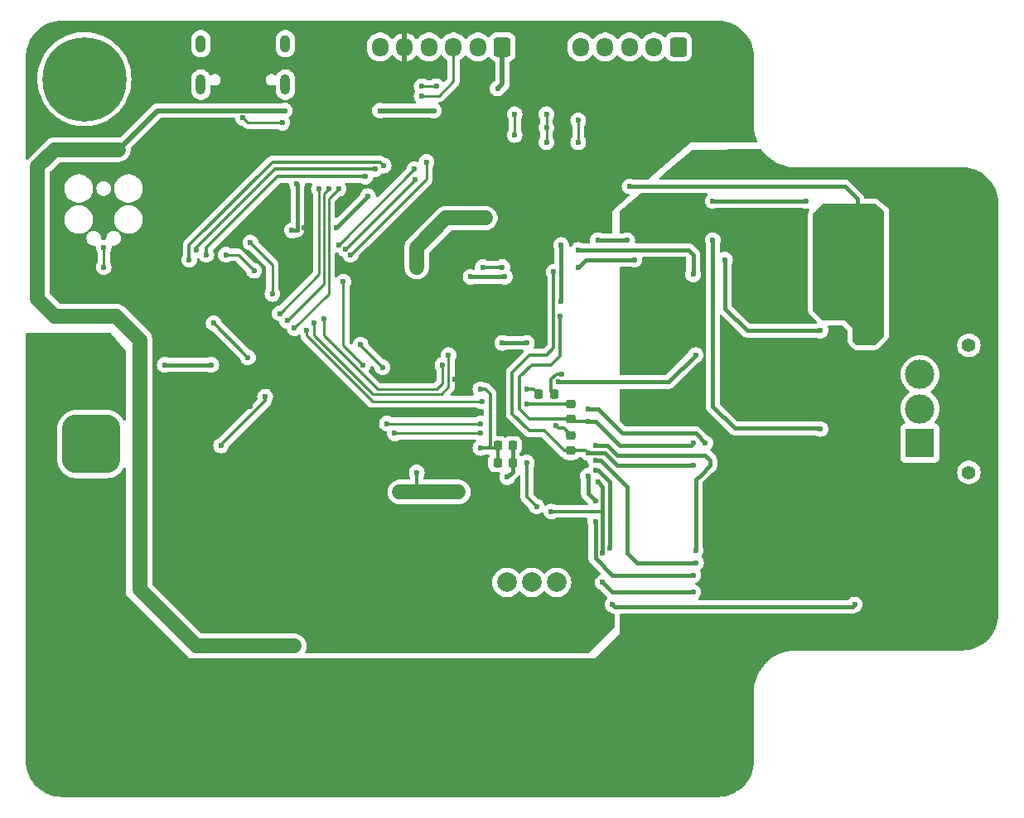
<source format=gbl>
%TF.GenerationSoftware,KiCad,Pcbnew,8.0.4-1.fc40*%
%TF.CreationDate,2024-07-29T21:14:52+02:00*%
%TF.ProjectId,TractionHub,54726163-7469-46f6-9e48-75622e6b6963,rev?*%
%TF.SameCoordinates,Original*%
%TF.FileFunction,Copper,L2,Bot*%
%TF.FilePolarity,Positive*%
%FSLAX46Y46*%
G04 Gerber Fmt 4.6, Leading zero omitted, Abs format (unit mm)*
G04 Created by KiCad (PCBNEW 8.0.4-1.fc40) date 2024-07-29 21:14:52*
%MOMM*%
%LPD*%
G01*
G04 APERTURE LIST*
G04 Aperture macros list*
%AMRoundRect*
0 Rectangle with rounded corners*
0 $1 Rounding radius*
0 $2 $3 $4 $5 $6 $7 $8 $9 X,Y pos of 4 corners*
0 Add a 4 corners polygon primitive as box body*
4,1,4,$2,$3,$4,$5,$6,$7,$8,$9,$2,$3,0*
0 Add four circle primitives for the rounded corners*
1,1,$1+$1,$2,$3*
1,1,$1+$1,$4,$5*
1,1,$1+$1,$6,$7*
1,1,$1+$1,$8,$9*
0 Add four rect primitives between the rounded corners*
20,1,$1+$1,$2,$3,$4,$5,0*
20,1,$1+$1,$4,$5,$6,$7,0*
20,1,$1+$1,$6,$7,$8,$9,0*
20,1,$1+$1,$8,$9,$2,$3,0*%
G04 Aperture macros list end*
%TA.AperFunction,ComponentPad*%
%ADD10C,0.900000*%
%TD*%
%TA.AperFunction,ComponentPad*%
%ADD11C,8.600000*%
%TD*%
%TA.AperFunction,ComponentPad*%
%ADD12RoundRect,0.250000X0.600000X0.725000X-0.600000X0.725000X-0.600000X-0.725000X0.600000X-0.725000X0*%
%TD*%
%TA.AperFunction,ComponentPad*%
%ADD13O,1.700000X1.950000*%
%TD*%
%TA.AperFunction,ComponentPad*%
%ADD14RoundRect,1.500000X1.500000X-1.500000X1.500000X1.500000X-1.500000X1.500000X-1.500000X-1.500000X0*%
%TD*%
%TA.AperFunction,ComponentPad*%
%ADD15C,6.000000*%
%TD*%
%TA.AperFunction,ComponentPad*%
%ADD16C,1.400000*%
%TD*%
%TA.AperFunction,ComponentPad*%
%ADD17R,3.000000X3.000000*%
%TD*%
%TA.AperFunction,ComponentPad*%
%ADD18C,3.000000*%
%TD*%
%TA.AperFunction,ComponentPad*%
%ADD19C,2.000000*%
%TD*%
%TA.AperFunction,ComponentPad*%
%ADD20O,1.000000X2.100000*%
%TD*%
%TA.AperFunction,ComponentPad*%
%ADD21O,1.000000X1.800000*%
%TD*%
%TA.AperFunction,SMDPad,CuDef*%
%ADD22RoundRect,0.225000X0.225000X0.250000X-0.225000X0.250000X-0.225000X-0.250000X0.225000X-0.250000X0*%
%TD*%
%TA.AperFunction,SMDPad,CuDef*%
%ADD23RoundRect,0.225000X-0.250000X0.225000X-0.250000X-0.225000X0.250000X-0.225000X0.250000X0.225000X0*%
%TD*%
%TA.AperFunction,SMDPad,CuDef*%
%ADD24RoundRect,0.225000X-0.225000X-0.250000X0.225000X-0.250000X0.225000X0.250000X-0.225000X0.250000X0*%
%TD*%
%TA.AperFunction,ViaPad*%
%ADD25C,0.600000*%
%TD*%
%TA.AperFunction,Conductor*%
%ADD26C,0.254000*%
%TD*%
%TA.AperFunction,Conductor*%
%ADD27C,0.300000*%
%TD*%
%TA.AperFunction,Conductor*%
%ADD28C,0.400000*%
%TD*%
%TA.AperFunction,Conductor*%
%ADD29C,1.500000*%
%TD*%
%TA.AperFunction,Conductor*%
%ADD30C,0.500000*%
%TD*%
G04 APERTURE END LIST*
D10*
X217000000Y-116000000D03*
X217944581Y-113719581D03*
X217944581Y-118280419D03*
X220225000Y-112775000D03*
D11*
X220225000Y-116000000D03*
D10*
X220225000Y-119225000D03*
X222505419Y-113719581D03*
X222505419Y-118280419D03*
X223450000Y-116000000D03*
D12*
X194000000Y-60000000D03*
D13*
X191500000Y-60000000D03*
X189000000Y-60000000D03*
X186500000Y-60000000D03*
X184000000Y-60000000D03*
D14*
X134000000Y-100600000D03*
D15*
X134000000Y-93400000D03*
D10*
X217775000Y-78225000D03*
X218719581Y-75944581D03*
X218719581Y-80505419D03*
X221000000Y-75000000D03*
D11*
X221000000Y-78225000D03*
D10*
X221000000Y-81450000D03*
X223280419Y-75944581D03*
X223280419Y-80505419D03*
X224225000Y-78225000D03*
D16*
X223675000Y-90500000D03*
X223675000Y-103500000D03*
D17*
X218675000Y-100500000D03*
D18*
X218675000Y-97000000D03*
X218675000Y-93500000D03*
D10*
X130055419Y-63280419D03*
X131000000Y-61000000D03*
X131000000Y-65560838D03*
X133280419Y-60055419D03*
D11*
X133280419Y-63280419D03*
D10*
X133280419Y-66505419D03*
X135560838Y-61000000D03*
X135560838Y-65560838D03*
X136505419Y-63280419D03*
X130000000Y-131000000D03*
X130944581Y-128719581D03*
X130944581Y-133280419D03*
X133225000Y-127775000D03*
D11*
X133225000Y-131000000D03*
D10*
X133225000Y-134225000D03*
X135505419Y-128719581D03*
X135505419Y-133280419D03*
X136450000Y-131000000D03*
D19*
X181540000Y-114750000D03*
X179000000Y-114750000D03*
X176460000Y-114750000D03*
D20*
X153820000Y-63855000D03*
D21*
X153820000Y-59675000D03*
D20*
X145180000Y-63855000D03*
D21*
X145180000Y-59675000D03*
D12*
X176000000Y-60000000D03*
D13*
X173500000Y-60000000D03*
X171000000Y-60000000D03*
X168500000Y-60000000D03*
X166000000Y-60000000D03*
X163500000Y-60000000D03*
D22*
X181275000Y-95500000D03*
X179725000Y-95500000D03*
D23*
X183000000Y-99725000D03*
X183000000Y-101275000D03*
D24*
X175500000Y-102500000D03*
X177050000Y-102500000D03*
X175500000Y-100750000D03*
X177050000Y-100750000D03*
D23*
X183000000Y-96475000D03*
X183000000Y-98025000D03*
D25*
X163000000Y-101000000D03*
X153500000Y-67750000D03*
X167250000Y-103500000D03*
X146500000Y-88250000D03*
X150000000Y-91750000D03*
X162250000Y-75250000D03*
X159000000Y-78500000D03*
X155000000Y-74000000D03*
X154500000Y-78750000D03*
X166500000Y-105500000D03*
X165500000Y-105500000D03*
X141500000Y-92500000D03*
X146250000Y-92500000D03*
X167250000Y-81500000D03*
X209000000Y-96000000D03*
X135250000Y-82500000D03*
X170500000Y-105500000D03*
X209000000Y-97000000D03*
X174250000Y-77500000D03*
X176000000Y-90250000D03*
X172750000Y-83500000D03*
X210000000Y-97000000D03*
X171500000Y-105500000D03*
X175500000Y-64250000D03*
X212000000Y-96000000D03*
X213000000Y-99000000D03*
X211000000Y-97000000D03*
X213000000Y-98000000D03*
X151750000Y-95750000D03*
X210000000Y-96000000D03*
X213000000Y-97000000D03*
X182000000Y-80250000D03*
X167250000Y-82500000D03*
X161500000Y-90425000D03*
X172250000Y-77500000D03*
X211000000Y-96000000D03*
X135250000Y-80500000D03*
X212000000Y-97000000D03*
X212000000Y-99000000D03*
X215000000Y-99000000D03*
X147250000Y-100750000D03*
X214000000Y-99000000D03*
X173250000Y-77500000D03*
X176500000Y-104000000D03*
X182000000Y-86000000D03*
X150623000Y-82873000D03*
X214000000Y-98000000D03*
X212000000Y-98000000D03*
X163750000Y-92750000D03*
X149500000Y-67250000D03*
X176250000Y-83500000D03*
X167250000Y-80500000D03*
X147750000Y-81250000D03*
X178500000Y-90250000D03*
X163500000Y-66500000D03*
X153750000Y-66500000D03*
X153750000Y-121250000D03*
X135750000Y-70500000D03*
X152750000Y-121250000D03*
X136750000Y-70500000D03*
X134750000Y-70500000D03*
X133750000Y-70500000D03*
X169000000Y-66500000D03*
X154750000Y-121250000D03*
X183750000Y-73750000D03*
X134500000Y-72750000D03*
X160250000Y-111250000D03*
X165250000Y-112250000D03*
X162250000Y-114250000D03*
X180500000Y-73750000D03*
X161250000Y-115250000D03*
X177250000Y-73750000D03*
X162250000Y-111250000D03*
X164250000Y-112250000D03*
X163250000Y-111250000D03*
X163250000Y-113250000D03*
X165250000Y-114250000D03*
X151250000Y-79250000D03*
X171127000Y-94000000D03*
X155750000Y-78500000D03*
X165250000Y-111250000D03*
X160250000Y-113250000D03*
X162250000Y-113250000D03*
X164250000Y-113250000D03*
X154000000Y-95750000D03*
X162250000Y-112250000D03*
X164250000Y-111250000D03*
X165250000Y-113250000D03*
X165250000Y-115250000D03*
X161250000Y-112250000D03*
X164250000Y-114250000D03*
X160250000Y-115250000D03*
X162750000Y-87500000D03*
X161250000Y-114250000D03*
X160250000Y-114250000D03*
X165250000Y-116250000D03*
X161250000Y-113250000D03*
X150250000Y-96750000D03*
X163250000Y-112250000D03*
X161250000Y-111250000D03*
X163250000Y-114250000D03*
X154250000Y-112000000D03*
X173750000Y-101000000D03*
X173750000Y-95000000D03*
X195500000Y-83250000D03*
X183750000Y-80750000D03*
X178517002Y-95000000D03*
X182050000Y-93449997D03*
X195500000Y-100500000D03*
X181900000Y-87500000D03*
X184750000Y-98250000D03*
X178517002Y-96500000D03*
X181500000Y-98750000D03*
X181250000Y-83000000D03*
X184750000Y-101500000D03*
X195500000Y-102750000D03*
X184750000Y-103850000D03*
X185500000Y-108500000D03*
X185500000Y-106400000D03*
X195500000Y-114000000D03*
X195500000Y-115750000D03*
X186250000Y-114750000D03*
X185750000Y-104500000D03*
X181000000Y-107500000D03*
X186250000Y-111750000D03*
X178500000Y-102500000D03*
X179500000Y-107000000D03*
X168250000Y-71750000D03*
X183750000Y-69750000D03*
X160500000Y-81250000D03*
X183750000Y-67500000D03*
X167059313Y-73559313D03*
X177250000Y-66873000D03*
X159934313Y-80684313D03*
X177250000Y-69000000D03*
X180500000Y-68250000D03*
X167000000Y-72500000D03*
X180500000Y-69750000D03*
X159250000Y-80250000D03*
X180500000Y-66873000D03*
X195750000Y-91500000D03*
X181750000Y-94250000D03*
X196750000Y-100500000D03*
X184747017Y-97000000D03*
X156000000Y-89000000D03*
X173906998Y-96250000D03*
X188750000Y-79750000D03*
X185750000Y-79750000D03*
X195750000Y-111500000D03*
X185500000Y-100750000D03*
X164200419Y-98500000D03*
X173750000Y-98500000D03*
X212500000Y-87000000D03*
X208250000Y-77500000D03*
X212199073Y-87960404D03*
X208250000Y-78500000D03*
X189000000Y-74250000D03*
X214250000Y-78500000D03*
X212250000Y-79500000D03*
X211500000Y-87000000D03*
X210250000Y-79500000D03*
X211500000Y-86000000D03*
X213173125Y-89029485D03*
X213250000Y-78500000D03*
X208500000Y-87000000D03*
X211250000Y-79500000D03*
X209500000Y-86000000D03*
X209250000Y-79500000D03*
X210500000Y-86000000D03*
X214250000Y-77500000D03*
X213250000Y-79500000D03*
X209500000Y-87000000D03*
X208250000Y-79500000D03*
X210500000Y-87000000D03*
X213173125Y-87976242D03*
X212500000Y-86000000D03*
X214250000Y-79500000D03*
X212250000Y-78500000D03*
X212000000Y-85000000D03*
X212250000Y-77500000D03*
X212222830Y-89013647D03*
X208500000Y-86000000D03*
X213250000Y-77500000D03*
X156750000Y-88250000D03*
X170500000Y-91500000D03*
X169873000Y-92500000D03*
X157750000Y-87750000D03*
X159750000Y-84000000D03*
X161750000Y-92500000D03*
X173750000Y-99500000D03*
X165000000Y-99500000D03*
X187000000Y-111250000D03*
X187250000Y-117000000D03*
X185500000Y-103250000D03*
X212000000Y-117000000D03*
X189500000Y-81750000D03*
X183750000Y-82500000D03*
X195786525Y-112753683D03*
X185500000Y-102250000D03*
X152500000Y-85250000D03*
X150250000Y-80000000D03*
X167750000Y-65000000D03*
X158250000Y-74500000D03*
X154000000Y-88000000D03*
X154750000Y-88750000D03*
X159250000Y-74500000D03*
X153250000Y-87250000D03*
X167750000Y-64000000D03*
X169250000Y-64000000D03*
X157250000Y-74500000D03*
X198750000Y-81750000D03*
X208500000Y-89000000D03*
X197500000Y-79750000D03*
X208500000Y-99060000D03*
X197500000Y-75750000D03*
X207000000Y-75750000D03*
X144000000Y-81750000D03*
X163875000Y-72125000D03*
X163000000Y-72500000D03*
X144750000Y-80750000D03*
X174000000Y-82500000D03*
X162000000Y-73250000D03*
X176000000Y-82500000D03*
X145750000Y-81250000D03*
D26*
X149000000Y-81250000D02*
X147750000Y-81250000D01*
X150623000Y-82873000D02*
X149000000Y-81250000D01*
X150000000Y-67750000D02*
X153500000Y-67750000D01*
X149500000Y-67250000D02*
X150000000Y-67750000D01*
D27*
X167250000Y-103500000D02*
X167250000Y-104750000D01*
X167250000Y-104750000D02*
X166500000Y-105500000D01*
X150000000Y-91750000D02*
X146500000Y-88250000D01*
D28*
X159000000Y-78500000D02*
X162250000Y-75250000D01*
X155050000Y-74050000D02*
X155000000Y-74000000D01*
X155050000Y-78700000D02*
X155050000Y-74050000D01*
X155000000Y-78750000D02*
X155050000Y-78700000D01*
X154500000Y-78750000D02*
X155000000Y-78750000D01*
D26*
X135250000Y-80500000D02*
X135250000Y-82500000D01*
D28*
X182000000Y-86000000D02*
X182000000Y-80250000D01*
D29*
X170250000Y-77500000D02*
X167250000Y-80500000D01*
X174250000Y-77500000D02*
X170250000Y-77500000D01*
D27*
X161500000Y-90500000D02*
X163750000Y-92750000D01*
X151750000Y-96169239D02*
X147250000Y-100669239D01*
D28*
X146250000Y-92500000D02*
X141500000Y-92500000D01*
D27*
X147250000Y-100669239D02*
X147250000Y-100750000D01*
X161500000Y-90425000D02*
X161500000Y-90500000D01*
D30*
X176000000Y-63750000D02*
X175500000Y-64250000D01*
D28*
X177050000Y-100750000D02*
X177050000Y-102500000D01*
D30*
X176000000Y-60000000D02*
X176000000Y-63750000D01*
D28*
X176250000Y-83500000D02*
X172750000Y-83500000D01*
X178500000Y-90250000D02*
X176000000Y-90250000D01*
D27*
X151750000Y-95750000D02*
X151750000Y-96169239D01*
D28*
X177050000Y-103450000D02*
X176500000Y-104000000D01*
X177050000Y-102500000D02*
X177050000Y-103450000D01*
D29*
X165500000Y-105500000D02*
X171500000Y-105500000D01*
X167250000Y-82500000D02*
X167250000Y-80500000D01*
X133750000Y-70500000D02*
X134750000Y-70500000D01*
X139000000Y-115500000D02*
X139000000Y-90000000D01*
X128500000Y-72250000D02*
X130250000Y-70500000D01*
X134750000Y-70500000D02*
X135750000Y-70500000D01*
X128500000Y-85750000D02*
X128500000Y-72250000D01*
X136500000Y-87500000D02*
X130250000Y-87500000D01*
D30*
X169000000Y-66500000D02*
X163500000Y-66500000D01*
D29*
X130250000Y-70500000D02*
X133750000Y-70500000D01*
D30*
X140750000Y-66500000D02*
X136750000Y-70500000D01*
X153750000Y-66500000D02*
X140750000Y-66500000D01*
D29*
X152750000Y-121250000D02*
X144750000Y-121250000D01*
X139000000Y-90000000D02*
X136500000Y-87500000D01*
X152750000Y-121250000D02*
X154750000Y-121250000D01*
X135750000Y-70500000D02*
X136750000Y-70500000D01*
X144750000Y-121250000D02*
X139000000Y-115500000D01*
X130250000Y-87500000D02*
X128500000Y-85750000D01*
D27*
X171127000Y-94000000D02*
X172500000Y-94000000D01*
X174500000Y-101000000D02*
X175250000Y-101000000D01*
X175500000Y-102500000D02*
X175500000Y-100750000D01*
X174750000Y-100750000D02*
X174500000Y-101000000D01*
X174250000Y-95000000D02*
X174750000Y-95500000D01*
X174750000Y-95500000D02*
X174750000Y-100750000D01*
X173750000Y-95000000D02*
X174250000Y-95000000D01*
X173750000Y-101000000D02*
X174500000Y-101000000D01*
X175250000Y-101000000D02*
X175500000Y-100750000D01*
X179225000Y-95000000D02*
X179725000Y-95500000D01*
X178517002Y-95000000D02*
X179225000Y-95000000D01*
D28*
X195000000Y-80750000D02*
X185500000Y-80750000D01*
X185500000Y-80750000D02*
X183750000Y-80750000D01*
X195500000Y-81250000D02*
X195000000Y-80750000D01*
X195500000Y-83250000D02*
X195500000Y-81250000D01*
D27*
X181000000Y-94000000D02*
X181000000Y-95225000D01*
X181000000Y-95225000D02*
X181275000Y-95500000D01*
X182050000Y-93449997D02*
X181550003Y-93449997D01*
X181550003Y-93449997D02*
X181000000Y-94000000D01*
X179000000Y-92500000D02*
X177750000Y-93750000D01*
D28*
X188000000Y-100750000D02*
X195250000Y-100750000D01*
X184750000Y-98250000D02*
X185500000Y-98250000D01*
X195250000Y-100750000D02*
X195500000Y-100500000D01*
D27*
X181000000Y-92500000D02*
X179000000Y-92500000D01*
X183250000Y-98250000D02*
X183025000Y-98025000D01*
X181900000Y-87500000D02*
X181900000Y-91600000D01*
X183025000Y-98025000D02*
X183000000Y-98025000D01*
X178775000Y-98025000D02*
X183000000Y-98025000D01*
X177750000Y-97000000D02*
X178775000Y-98025000D01*
X177750000Y-93750000D02*
X177750000Y-97000000D01*
X181900000Y-91600000D02*
X181000000Y-92500000D01*
X184750000Y-98250000D02*
X183250000Y-98250000D01*
D28*
X185500000Y-98250000D02*
X188000000Y-100750000D01*
D27*
X183000000Y-96475000D02*
X182975000Y-96500000D01*
X182975000Y-96500000D02*
X178517002Y-96500000D01*
X181750000Y-99000000D02*
X182275000Y-99000000D01*
X181500000Y-98750000D02*
X181750000Y-99000000D01*
X182275000Y-99000000D02*
X183000000Y-99725000D01*
X177000000Y-97500000D02*
X177000000Y-93250000D01*
D28*
X195500000Y-102750000D02*
X187750000Y-102750000D01*
D27*
X178750000Y-99250000D02*
X177000000Y-97500000D01*
D28*
X187750000Y-102750000D02*
X186500000Y-101500000D01*
D27*
X182275000Y-101275000D02*
X180250000Y-99250000D01*
X178750000Y-91500000D02*
X180500000Y-91500000D01*
X184525000Y-101275000D02*
X184750000Y-101500000D01*
X180250000Y-99250000D02*
X178750000Y-99250000D01*
X177000000Y-93250000D02*
X178750000Y-91500000D01*
X183000000Y-101275000D02*
X182275000Y-101275000D01*
D28*
X186500000Y-101500000D02*
X184750000Y-101500000D01*
D27*
X183000000Y-101275000D02*
X184525000Y-101275000D01*
X180500000Y-91500000D02*
X181250000Y-90750000D01*
X181250000Y-90750000D02*
X181250000Y-83000000D01*
D28*
X185500000Y-112250000D02*
X187250000Y-114000000D01*
X187250000Y-114000000D02*
X195500000Y-114000000D01*
X185500000Y-106400000D02*
X184750000Y-105650000D01*
X185500000Y-108500000D02*
X185500000Y-112250000D01*
X184750000Y-105650000D02*
X184750000Y-103850000D01*
X186250000Y-114750000D02*
X187250000Y-115750000D01*
X186250000Y-105000000D02*
X185750000Y-104500000D01*
D27*
X181000000Y-107500000D02*
X186250000Y-107500000D01*
D28*
X187250000Y-115750000D02*
X195500000Y-115750000D01*
X186250000Y-107500000D02*
X186250000Y-105000000D01*
X186250000Y-107500000D02*
X186250000Y-111750000D01*
D27*
X178500000Y-102500000D02*
X178500000Y-106000000D01*
X178500000Y-106000000D02*
X179500000Y-107000000D01*
D26*
X168250000Y-73500000D02*
X160500000Y-81250000D01*
X183750000Y-69750000D02*
X183750000Y-67500000D01*
X168250000Y-71750000D02*
X168250000Y-73500000D01*
X167059313Y-73559313D02*
X159934313Y-80684313D01*
X177250000Y-66873000D02*
X177250000Y-69000000D01*
X159250000Y-80250000D02*
X167000000Y-72500000D01*
X180500000Y-66873000D02*
X180500000Y-68250000D01*
X180500000Y-69750000D02*
X180500000Y-68250000D01*
D28*
X193000000Y-94250000D02*
X181750000Y-94250000D01*
X195750000Y-91500000D02*
X193000000Y-94250000D01*
X188250000Y-99500000D02*
X195750000Y-99500000D01*
X195750000Y-99500000D02*
X196750000Y-100500000D01*
X185750000Y-97000000D02*
X188250000Y-99500000D01*
X184747017Y-97000000D02*
X185750000Y-97000000D01*
D26*
X156000000Y-89500000D02*
X156000000Y-89000000D01*
X173906998Y-96250000D02*
X162750000Y-96250000D01*
X162750000Y-96250000D02*
X156000000Y-89500000D01*
D28*
X188750000Y-79750000D02*
X185750000Y-79750000D01*
X186750000Y-100750000D02*
X185500000Y-100750000D01*
X195750000Y-104250000D02*
X196250000Y-103750000D01*
X197250000Y-102750000D02*
X197250000Y-102250000D01*
X194750000Y-101750000D02*
X187750000Y-101750000D01*
X187750000Y-101750000D02*
X187000000Y-101000000D01*
X196750000Y-101750000D02*
X194750000Y-101750000D01*
X195750000Y-111500000D02*
X195750000Y-104250000D01*
X187000000Y-101000000D02*
X186750000Y-100750000D01*
X197250000Y-102250000D02*
X196750000Y-101750000D01*
X196250000Y-103750000D02*
X197250000Y-102750000D01*
D26*
X164200419Y-98500000D02*
X173750000Y-98500000D01*
D28*
X211000000Y-74250000D02*
X189750000Y-74250000D01*
X212250000Y-77500000D02*
X212250000Y-75500000D01*
X189750000Y-74250000D02*
X189000000Y-74250000D01*
X212250000Y-75500000D02*
X211000000Y-74250000D01*
D26*
X156750000Y-89500000D02*
X156750000Y-88250000D01*
X170500000Y-91500000D02*
X170500000Y-94750000D01*
X170500000Y-94750000D02*
X169750000Y-95500000D01*
X162750000Y-95500000D02*
X156750000Y-89500000D01*
X169750000Y-95500000D02*
X162750000Y-95500000D01*
X169250000Y-95000000D02*
X163250000Y-95000000D01*
X169873000Y-92500000D02*
X169873000Y-94377000D01*
X163250000Y-95000000D02*
X157750000Y-89500000D01*
X169873000Y-94377000D02*
X169250000Y-95000000D01*
X157750000Y-89500000D02*
X157750000Y-87750000D01*
X159750000Y-84000000D02*
X159750000Y-90500000D01*
X159750000Y-90500000D02*
X161750000Y-92500000D01*
X165000000Y-99500000D02*
X173750000Y-99500000D01*
D28*
X211750000Y-117250000D02*
X188000000Y-117250000D01*
X187000000Y-111250000D02*
X187000000Y-104500000D01*
X187500000Y-117250000D02*
X187250000Y-117000000D01*
X188000000Y-117250000D02*
X187500000Y-117250000D01*
X212000000Y-117000000D02*
X211750000Y-117250000D01*
X185750000Y-103250000D02*
X185500000Y-103250000D01*
X187000000Y-104500000D02*
X185750000Y-103250000D01*
X183750000Y-82500000D02*
X184500000Y-81750000D01*
X184500000Y-81750000D02*
X189500000Y-81750000D01*
X195782842Y-112750000D02*
X189750000Y-112750000D01*
X195786525Y-112753683D02*
X195782842Y-112750000D01*
X189750000Y-112750000D02*
X188750000Y-111750000D01*
X188750000Y-111750000D02*
X188750000Y-105000000D01*
X186000000Y-102250000D02*
X185500000Y-102250000D01*
X188750000Y-105000000D02*
X186000000Y-102250000D01*
D26*
X152500000Y-85250000D02*
X152500000Y-82250000D01*
X152500000Y-82250000D02*
X150250000Y-80000000D01*
X167750000Y-65000000D02*
X169500000Y-65000000D01*
X157750000Y-75000000D02*
X158250000Y-74500000D01*
X157750000Y-84250000D02*
X157750000Y-81750000D01*
X154000000Y-88000000D02*
X157750000Y-84250000D01*
X169500000Y-65000000D02*
X171000000Y-63500000D01*
X171000000Y-63500000D02*
X171000000Y-60000000D01*
X157750000Y-81750000D02*
X157750000Y-75000000D01*
X158250000Y-79000000D02*
X158250000Y-76000000D01*
X154750000Y-88750000D02*
X158250000Y-85250000D01*
X158250000Y-85250000D02*
X158250000Y-79000000D01*
X158250000Y-76000000D02*
X158250000Y-75500000D01*
X158250000Y-75500000D02*
X159250000Y-74500000D01*
X167750000Y-64000000D02*
X169250000Y-64000000D01*
X153250000Y-87250000D02*
X157250000Y-83250000D01*
X157250000Y-83250000D02*
X157250000Y-74500000D01*
D28*
X198750000Y-82250000D02*
X198750000Y-81750000D01*
X201000000Y-89000000D02*
X198750000Y-86750000D01*
X198750000Y-86750000D02*
X198750000Y-82250000D01*
X208500000Y-89000000D02*
X201000000Y-89000000D01*
X208440000Y-99000000D02*
X199750000Y-99000000D01*
X199750000Y-99000000D02*
X197500000Y-96750000D01*
X208500000Y-99060000D02*
X208440000Y-99000000D01*
X197500000Y-96750000D02*
X197500000Y-82157398D01*
X197500000Y-82157398D02*
X197500000Y-79750000D01*
X207000000Y-75750000D02*
X197500000Y-75750000D01*
D27*
X152500000Y-71750000D02*
X144000000Y-80250000D01*
X144000000Y-80250000D02*
X144000000Y-81750000D01*
X163875000Y-72125000D02*
X163500000Y-71750000D01*
X163500000Y-71750000D02*
X152500000Y-71750000D01*
X152750000Y-72500000D02*
X144750000Y-80500000D01*
X144750000Y-80500000D02*
X144750000Y-80750000D01*
X163000000Y-72500000D02*
X152750000Y-72500000D01*
X145750000Y-80500000D02*
X145750000Y-81250000D01*
X153000000Y-73250000D02*
X145750000Y-80500000D01*
X174000000Y-82500000D02*
X176000000Y-82500000D01*
X162000000Y-73250000D02*
X153000000Y-73250000D01*
%TA.AperFunction,Conductor*%
G36*
X202458456Y-70459698D02*
G01*
X202491272Y-70489860D01*
X202687940Y-70750289D01*
X202687947Y-70750299D01*
X202955838Y-71044161D01*
X203249700Y-71312052D01*
X203249704Y-71312055D01*
X203567035Y-71551692D01*
X203905122Y-71761027D01*
X204261082Y-71938274D01*
X204631878Y-72081921D01*
X205014338Y-72190739D01*
X205014338Y-72190740D01*
X205014340Y-72190740D01*
X205014346Y-72190742D01*
X205405224Y-72263810D01*
X205405229Y-72263810D01*
X205405232Y-72263811D01*
X205596089Y-72281496D01*
X205801176Y-72300500D01*
X205960438Y-72300500D01*
X222952405Y-72300500D01*
X222996949Y-72300500D01*
X223003032Y-72300648D01*
X223356532Y-72318015D01*
X223368640Y-72319208D01*
X223477576Y-72335367D01*
X223715717Y-72370692D01*
X223727635Y-72373062D01*
X224068008Y-72458321D01*
X224079646Y-72461852D01*
X224409996Y-72580054D01*
X224421237Y-72584710D01*
X224646857Y-72691419D01*
X224738433Y-72734731D01*
X224749150Y-72740459D01*
X225050102Y-72920843D01*
X225060220Y-72927603D01*
X225342049Y-73136622D01*
X225351455Y-73144342D01*
X225611436Y-73379974D01*
X225620025Y-73388563D01*
X225748048Y-73529815D01*
X225855657Y-73648544D01*
X225863377Y-73657950D01*
X226072396Y-73939779D01*
X226079156Y-73949897D01*
X226186389Y-74128805D01*
X226259533Y-74250837D01*
X226265270Y-74261570D01*
X226415289Y-74578762D01*
X226419945Y-74590003D01*
X226538147Y-74920353D01*
X226541680Y-74931998D01*
X226626934Y-75272351D01*
X226629308Y-75284287D01*
X226680791Y-75631359D01*
X226681984Y-75643468D01*
X226699351Y-75996966D01*
X226699500Y-76003051D01*
X226699500Y-117996948D01*
X226699351Y-118003033D01*
X226681984Y-118356531D01*
X226680791Y-118368640D01*
X226629308Y-118715712D01*
X226626934Y-118727648D01*
X226541680Y-119068001D01*
X226538147Y-119079646D01*
X226419945Y-119409996D01*
X226415289Y-119421237D01*
X226265270Y-119738429D01*
X226259533Y-119749162D01*
X226079156Y-120050102D01*
X226072396Y-120060220D01*
X225863377Y-120342049D01*
X225855657Y-120351455D01*
X225620033Y-120611428D01*
X225611428Y-120620033D01*
X225351455Y-120855657D01*
X225342049Y-120863377D01*
X225060220Y-121072396D01*
X225050102Y-121079156D01*
X224749162Y-121259533D01*
X224738429Y-121265270D01*
X224421237Y-121415289D01*
X224409996Y-121419945D01*
X224079646Y-121538147D01*
X224068001Y-121541680D01*
X223727648Y-121626934D01*
X223715712Y-121629308D01*
X223368640Y-121680791D01*
X223356531Y-121681984D01*
X223023016Y-121698369D01*
X223003031Y-121699351D01*
X222996949Y-121699500D01*
X206047595Y-121699500D01*
X206000000Y-121699500D01*
X205801176Y-121699500D01*
X205729551Y-121706136D01*
X205405232Y-121736188D01*
X205405231Y-121736188D01*
X205014338Y-121809259D01*
X205014338Y-121809260D01*
X204631880Y-121918078D01*
X204261081Y-122061726D01*
X203905122Y-122238973D01*
X203567033Y-122448309D01*
X203249709Y-122687940D01*
X203249700Y-122687947D01*
X202955838Y-122955838D01*
X202687947Y-123249700D01*
X202687940Y-123249709D01*
X202448309Y-123567033D01*
X202238973Y-123905122D01*
X202061726Y-124261081D01*
X201918078Y-124631880D01*
X201809260Y-125014338D01*
X201809259Y-125014338D01*
X201736188Y-125405231D01*
X201736188Y-125405232D01*
X201699500Y-125801178D01*
X201699500Y-132996948D01*
X201699351Y-133003033D01*
X201681984Y-133356531D01*
X201680791Y-133368640D01*
X201629308Y-133715712D01*
X201626934Y-133727648D01*
X201541680Y-134068001D01*
X201538147Y-134079646D01*
X201419945Y-134409996D01*
X201415289Y-134421237D01*
X201265270Y-134738429D01*
X201259533Y-134749162D01*
X201079156Y-135050102D01*
X201072396Y-135060220D01*
X200863377Y-135342049D01*
X200855657Y-135351455D01*
X200620033Y-135611428D01*
X200611428Y-135620033D01*
X200351455Y-135855657D01*
X200342049Y-135863377D01*
X200060220Y-136072396D01*
X200050102Y-136079156D01*
X199749162Y-136259533D01*
X199738429Y-136265270D01*
X199421237Y-136415289D01*
X199409996Y-136419945D01*
X199079646Y-136538147D01*
X199068001Y-136541680D01*
X198727648Y-136626934D01*
X198715712Y-136629308D01*
X198368640Y-136680791D01*
X198356531Y-136681984D01*
X198023016Y-136698369D01*
X198003031Y-136699351D01*
X197996949Y-136699500D01*
X131003051Y-136699500D01*
X130996968Y-136699351D01*
X130975811Y-136698311D01*
X130643468Y-136681984D01*
X130631359Y-136680791D01*
X130284287Y-136629308D01*
X130272351Y-136626934D01*
X129931998Y-136541680D01*
X129920353Y-136538147D01*
X129590003Y-136419945D01*
X129578762Y-136415289D01*
X129261570Y-136265270D01*
X129250842Y-136259535D01*
X128949897Y-136079156D01*
X128939779Y-136072396D01*
X128657950Y-135863377D01*
X128648544Y-135855657D01*
X128532295Y-135750296D01*
X128388563Y-135620025D01*
X128379974Y-135611436D01*
X128144342Y-135351455D01*
X128136622Y-135342049D01*
X127927603Y-135060220D01*
X127920843Y-135050102D01*
X127740459Y-134749150D01*
X127734729Y-134738429D01*
X127584710Y-134421237D01*
X127580054Y-134409996D01*
X127461852Y-134079646D01*
X127458319Y-134068001D01*
X127373062Y-133727635D01*
X127370691Y-133715712D01*
X127319208Y-133368640D01*
X127318015Y-133356530D01*
X127300649Y-133003032D01*
X127300500Y-132996948D01*
X127300500Y-89374000D01*
X127320185Y-89306961D01*
X127372989Y-89261206D01*
X127424500Y-89250000D01*
X135942968Y-89250000D01*
X136010007Y-89269685D01*
X136037116Y-89293302D01*
X137470148Y-90965173D01*
X137498831Y-91028883D01*
X137500000Y-91045870D01*
X137500000Y-98102659D01*
X137480315Y-98169698D01*
X137427511Y-98215453D01*
X137358353Y-98225397D01*
X137294797Y-98196372D01*
X137267168Y-98162086D01*
X137187229Y-98015690D01*
X137187224Y-98015682D01*
X137015745Y-97786612D01*
X137015729Y-97786594D01*
X136813405Y-97584270D01*
X136813387Y-97584254D01*
X136584317Y-97412775D01*
X136584309Y-97412770D01*
X136333166Y-97275635D01*
X136333167Y-97275635D01*
X136121118Y-97196545D01*
X136065046Y-97175631D01*
X136065043Y-97175630D01*
X136065037Y-97175628D01*
X135785433Y-97114804D01*
X135571450Y-97099500D01*
X135571448Y-97099500D01*
X132428552Y-97099500D01*
X132428549Y-97099500D01*
X132214566Y-97114804D01*
X131934962Y-97175628D01*
X131666833Y-97275635D01*
X131415690Y-97412770D01*
X131415682Y-97412775D01*
X131186612Y-97584254D01*
X131186594Y-97584270D01*
X130984270Y-97786594D01*
X130984254Y-97786612D01*
X130812775Y-98015682D01*
X130812770Y-98015690D01*
X130675635Y-98266833D01*
X130575628Y-98534962D01*
X130514804Y-98814566D01*
X130499500Y-99028549D01*
X130499500Y-102171450D01*
X130514804Y-102385433D01*
X130575628Y-102665037D01*
X130575630Y-102665043D01*
X130575631Y-102665046D01*
X130591823Y-102708458D01*
X130675635Y-102933166D01*
X130812770Y-103184309D01*
X130812775Y-103184317D01*
X130984254Y-103413387D01*
X130984270Y-103413405D01*
X131186594Y-103615729D01*
X131186612Y-103615745D01*
X131415682Y-103787224D01*
X131415690Y-103787229D01*
X131666833Y-103924364D01*
X131666832Y-103924364D01*
X131666836Y-103924365D01*
X131666839Y-103924367D01*
X131934954Y-104024369D01*
X131934960Y-104024370D01*
X131934962Y-104024371D01*
X132214566Y-104085195D01*
X132214568Y-104085195D01*
X132214572Y-104085196D01*
X132428552Y-104100500D01*
X135571448Y-104100500D01*
X135785428Y-104085196D01*
X135813640Y-104079059D01*
X136065037Y-104024371D01*
X136065037Y-104024370D01*
X136065046Y-104024369D01*
X136333161Y-103924367D01*
X136584315Y-103787226D01*
X136813395Y-103615739D01*
X137015739Y-103413395D01*
X137187226Y-103184315D01*
X137252663Y-103064476D01*
X137267168Y-103037913D01*
X137316573Y-102988508D01*
X137384846Y-102973656D01*
X137450310Y-102998073D01*
X137492182Y-103054006D01*
X137500000Y-103097340D01*
X137500000Y-116000000D01*
X144000000Y-122500000D01*
X144640354Y-122500000D01*
X144650077Y-122500382D01*
X144651577Y-122500500D01*
X144651583Y-122500500D01*
X154848423Y-122500500D01*
X154849923Y-122500382D01*
X154859646Y-122500000D01*
X155926552Y-122500000D01*
X155944198Y-122501262D01*
X155947325Y-122501711D01*
X155973675Y-122505500D01*
X155973678Y-122505500D01*
X184698640Y-122505500D01*
X184706016Y-122505104D01*
X184752678Y-122502603D01*
X184770275Y-122500710D01*
X184783532Y-122500000D01*
X185500000Y-122500000D01*
X188000000Y-120000000D01*
X188000000Y-119241381D01*
X188001160Y-119224458D01*
X188001162Y-119224439D01*
X188005186Y-119195237D01*
X188000002Y-118314010D01*
X188000000Y-118313281D01*
X188000000Y-118074500D01*
X188019685Y-118007461D01*
X188072489Y-117961706D01*
X188124000Y-117950500D01*
X211818996Y-117950500D01*
X211910040Y-117932389D01*
X211954328Y-117923580D01*
X212081811Y-117870775D01*
X212196543Y-117794114D01*
X212199281Y-117791375D01*
X212246015Y-117762006D01*
X212349522Y-117725789D01*
X212502262Y-117629816D01*
X212629816Y-117502262D01*
X212725789Y-117349522D01*
X212785368Y-117179255D01*
X212805565Y-117000000D01*
X212785368Y-116820745D01*
X212725789Y-116650478D01*
X212629816Y-116497738D01*
X212502262Y-116370184D01*
X212461063Y-116344297D01*
X212349523Y-116274211D01*
X212179254Y-116214631D01*
X212179249Y-116214630D01*
X212000004Y-116194435D01*
X211999996Y-116194435D01*
X211820750Y-116214630D01*
X211820745Y-116214631D01*
X211650476Y-116274211D01*
X211497737Y-116370184D01*
X211370183Y-116497738D01*
X211366135Y-116502815D01*
X211308946Y-116542954D01*
X211269190Y-116549500D01*
X196131940Y-116549500D01*
X196064901Y-116529815D01*
X196019146Y-116477011D01*
X196009202Y-116407853D01*
X196038227Y-116344297D01*
X196044259Y-116337819D01*
X196067432Y-116314646D01*
X196129816Y-116252262D01*
X196225789Y-116099522D01*
X196285368Y-115929255D01*
X196305565Y-115750000D01*
X196287068Y-115585836D01*
X196285369Y-115570750D01*
X196285368Y-115570745D01*
X196255208Y-115484554D01*
X196225789Y-115400478D01*
X196129816Y-115247738D01*
X196002262Y-115120184D01*
X195849523Y-115024211D01*
X195757588Y-114992042D01*
X195700812Y-114951320D01*
X195675065Y-114886367D01*
X195688521Y-114817806D01*
X195736908Y-114767403D01*
X195757588Y-114757958D01*
X195849522Y-114725789D01*
X196002262Y-114629816D01*
X196129816Y-114502262D01*
X196225789Y-114349522D01*
X196285368Y-114179255D01*
X196287833Y-114157376D01*
X196305565Y-114000003D01*
X196305565Y-113999996D01*
X196285369Y-113820750D01*
X196285368Y-113820745D01*
X196225789Y-113650478D01*
X196189323Y-113592442D01*
X196170323Y-113525205D01*
X196190691Y-113458370D01*
X196228344Y-113421477D01*
X196288787Y-113383499D01*
X196416341Y-113255945D01*
X196512314Y-113103205D01*
X196571893Y-112932938D01*
X196592090Y-112753683D01*
X196571893Y-112574428D01*
X196512314Y-112404161D01*
X196416341Y-112251421D01*
X196361180Y-112196260D01*
X196327695Y-112134937D01*
X196332679Y-112065245D01*
X196361180Y-112020898D01*
X196368897Y-112013181D01*
X196379816Y-112002262D01*
X196475789Y-111849522D01*
X196535368Y-111679255D01*
X196535369Y-111679249D01*
X196555565Y-111500003D01*
X196555565Y-111499996D01*
X196535369Y-111320750D01*
X196535366Y-111320737D01*
X196475790Y-111150479D01*
X196469506Y-111140478D01*
X196450500Y-111074507D01*
X196450500Y-104591519D01*
X196470185Y-104524480D01*
X196486819Y-104503838D01*
X197490658Y-103499999D01*
X222469357Y-103499999D01*
X222469357Y-103500000D01*
X222489884Y-103721535D01*
X222489885Y-103721537D01*
X222550769Y-103935523D01*
X222550775Y-103935538D01*
X222649938Y-104134683D01*
X222649943Y-104134691D01*
X222784020Y-104312238D01*
X222948437Y-104462123D01*
X222948439Y-104462125D01*
X223137595Y-104579245D01*
X223137596Y-104579245D01*
X223137599Y-104579247D01*
X223345060Y-104659618D01*
X223563757Y-104700500D01*
X223563759Y-104700500D01*
X223786241Y-104700500D01*
X223786243Y-104700500D01*
X224004940Y-104659618D01*
X224212401Y-104579247D01*
X224401562Y-104462124D01*
X224565981Y-104312236D01*
X224700058Y-104134689D01*
X224799229Y-103935528D01*
X224860115Y-103721536D01*
X224880643Y-103500000D01*
X224877523Y-103466334D01*
X224860115Y-103278464D01*
X224860114Y-103278462D01*
X224857109Y-103267901D01*
X224799229Y-103064472D01*
X224799224Y-103064461D01*
X224700061Y-102865316D01*
X224700056Y-102865308D01*
X224565979Y-102687761D01*
X224401562Y-102537876D01*
X224401560Y-102537874D01*
X224212404Y-102420754D01*
X224212398Y-102420752D01*
X224004940Y-102340382D01*
X223786243Y-102299500D01*
X223563757Y-102299500D01*
X223345060Y-102340382D01*
X223228783Y-102385428D01*
X223137601Y-102420752D01*
X223137595Y-102420754D01*
X222948439Y-102537874D01*
X222948437Y-102537876D01*
X222784020Y-102687761D01*
X222649943Y-102865308D01*
X222649938Y-102865316D01*
X222550775Y-103064461D01*
X222550769Y-103064476D01*
X222489885Y-103278462D01*
X222489884Y-103278464D01*
X222469357Y-103499999D01*
X197490658Y-103499999D01*
X197794112Y-103196545D01*
X197794114Y-103196543D01*
X197870775Y-103081811D01*
X197877956Y-103064476D01*
X197915574Y-102973656D01*
X197923580Y-102954328D01*
X197941287Y-102865311D01*
X197950500Y-102818996D01*
X197950500Y-102181006D01*
X197944427Y-102150479D01*
X197944427Y-102150476D01*
X197933044Y-102093249D01*
X197923580Y-102045672D01*
X197895578Y-101978068D01*
X197870777Y-101918192D01*
X197794112Y-101803454D01*
X197274049Y-101283391D01*
X197240564Y-101222068D01*
X197245548Y-101152376D01*
X197274049Y-101108029D01*
X197288471Y-101093607D01*
X197379816Y-101002262D01*
X197475789Y-100849522D01*
X197535368Y-100679255D01*
X197541910Y-100621192D01*
X197555565Y-100500003D01*
X197555565Y-100499996D01*
X197535369Y-100320750D01*
X197535368Y-100320745D01*
X197475788Y-100150476D01*
X197436582Y-100088080D01*
X197379816Y-99997738D01*
X197252262Y-99870184D01*
X197099522Y-99774211D01*
X197099519Y-99774209D01*
X196996013Y-99737990D01*
X196949287Y-99708630D01*
X196196546Y-98955888D01*
X196196545Y-98955887D01*
X196081807Y-98879222D01*
X195954332Y-98826421D01*
X195954322Y-98826418D01*
X195818996Y-98799500D01*
X195818994Y-98799500D01*
X195818993Y-98799500D01*
X188591519Y-98799500D01*
X188524480Y-98779815D01*
X188503838Y-98763181D01*
X188036319Y-98295662D01*
X188002834Y-98234339D01*
X188000000Y-98207981D01*
X188000000Y-95074500D01*
X188019685Y-95007461D01*
X188072489Y-94961706D01*
X188124000Y-94950500D01*
X193068996Y-94950500D01*
X193160040Y-94932389D01*
X193204328Y-94923580D01*
X193268069Y-94897177D01*
X193331807Y-94870777D01*
X193331808Y-94870776D01*
X193331811Y-94870775D01*
X193446543Y-94794114D01*
X195949290Y-92291365D01*
X195996013Y-92262007D01*
X196099522Y-92225789D01*
X196252262Y-92129816D01*
X196379816Y-92002262D01*
X196475789Y-91849522D01*
X196535368Y-91679255D01*
X196537581Y-91659617D01*
X196552280Y-91529159D01*
X196563425Y-91502633D01*
X196556523Y-91491892D01*
X196552280Y-91470840D01*
X196535369Y-91320750D01*
X196535368Y-91320745D01*
X196475788Y-91150476D01*
X196410059Y-91045870D01*
X196379816Y-90997738D01*
X196252262Y-90870184D01*
X196227042Y-90854337D01*
X196099523Y-90774211D01*
X195929254Y-90714631D01*
X195929249Y-90714630D01*
X195750004Y-90694435D01*
X195749996Y-90694435D01*
X195570750Y-90714630D01*
X195570745Y-90714631D01*
X195400476Y-90774211D01*
X195247737Y-90870184D01*
X195120184Y-90997737D01*
X195024212Y-91150475D01*
X195024211Y-91150476D01*
X194987992Y-91253984D01*
X194958632Y-91300709D01*
X192746162Y-93513181D01*
X192684839Y-93546666D01*
X192658481Y-93549500D01*
X188124000Y-93549500D01*
X188056961Y-93529815D01*
X188011206Y-93477011D01*
X188000000Y-93425500D01*
X188000000Y-82574500D01*
X188019685Y-82507461D01*
X188072489Y-82461706D01*
X188124000Y-82450500D01*
X189074506Y-82450500D01*
X189140477Y-82469506D01*
X189150474Y-82475787D01*
X189150475Y-82475787D01*
X189150478Y-82475789D01*
X189320745Y-82535368D01*
X189320750Y-82535369D01*
X189499996Y-82555565D01*
X189500000Y-82555565D01*
X189500004Y-82555565D01*
X189679249Y-82535369D01*
X189679252Y-82535368D01*
X189679255Y-82535368D01*
X189849522Y-82475789D01*
X190002262Y-82379816D01*
X190129816Y-82252262D01*
X190225789Y-82099522D01*
X190285368Y-81929255D01*
X190305565Y-81750000D01*
X190287709Y-81591519D01*
X190287356Y-81588383D01*
X190299411Y-81519561D01*
X190346760Y-81468182D01*
X190410576Y-81450500D01*
X194658481Y-81450500D01*
X194725520Y-81470185D01*
X194746162Y-81486819D01*
X194763181Y-81503838D01*
X194796666Y-81565161D01*
X194799500Y-81591519D01*
X194799500Y-82824507D01*
X194780494Y-82890478D01*
X194774209Y-82900479D01*
X194714633Y-83070737D01*
X194714630Y-83070750D01*
X194694435Y-83249996D01*
X194694435Y-83250003D01*
X194714630Y-83429249D01*
X194714631Y-83429254D01*
X194774211Y-83599523D01*
X194834204Y-83695000D01*
X194870184Y-83752262D01*
X194997738Y-83879816D01*
X195150478Y-83975789D01*
X195320745Y-84035368D01*
X195320750Y-84035369D01*
X195499996Y-84055565D01*
X195500000Y-84055565D01*
X195500004Y-84055565D01*
X195679249Y-84035369D01*
X195679252Y-84035368D01*
X195679255Y-84035368D01*
X195849522Y-83975789D01*
X196002262Y-83879816D01*
X196129816Y-83752262D01*
X196225789Y-83599522D01*
X196285368Y-83429255D01*
X196298252Y-83314904D01*
X196305565Y-83250003D01*
X196305565Y-83249996D01*
X196285369Y-83070750D01*
X196285366Y-83070737D01*
X196225790Y-82900479D01*
X196219506Y-82890478D01*
X196200500Y-82824507D01*
X196200500Y-81181007D01*
X196198653Y-81171724D01*
X196198652Y-81171718D01*
X196177405Y-81064903D01*
X196173580Y-81045672D01*
X196167295Y-81030499D01*
X196120777Y-80918192D01*
X196044112Y-80803454D01*
X195446545Y-80205887D01*
X195331807Y-80129222D01*
X195204332Y-80076421D01*
X195204322Y-80076418D01*
X195068996Y-80049500D01*
X195068994Y-80049500D01*
X195068993Y-80049500D01*
X189660576Y-80049500D01*
X189593537Y-80029815D01*
X189547782Y-79977011D01*
X189537356Y-79911617D01*
X189555565Y-79750003D01*
X189555565Y-79749996D01*
X189535369Y-79570750D01*
X189535368Y-79570745D01*
X189475788Y-79400476D01*
X189379815Y-79247737D01*
X189252262Y-79120184D01*
X189099523Y-79024211D01*
X188929254Y-78964631D01*
X188929249Y-78964630D01*
X188750004Y-78944435D01*
X188749996Y-78944435D01*
X188570750Y-78964630D01*
X188570745Y-78964631D01*
X188400474Y-79024212D01*
X188390477Y-79030494D01*
X188324506Y-79049500D01*
X188124000Y-79049500D01*
X188056961Y-79029815D01*
X188011206Y-78977011D01*
X188000000Y-78925500D01*
X188000000Y-76821811D01*
X188019685Y-76754772D01*
X188042357Y-76728481D01*
X188098641Y-76679245D01*
X188373805Y-76438537D01*
X188375918Y-76436734D01*
X190062601Y-75031166D01*
X190124911Y-74979241D01*
X190189014Y-74951445D01*
X190204294Y-74950500D01*
X196868060Y-74950500D01*
X196935099Y-74970185D01*
X196980854Y-75022989D01*
X196990798Y-75092147D01*
X196961773Y-75155703D01*
X196955741Y-75162181D01*
X196870184Y-75247737D01*
X196774211Y-75400476D01*
X196714631Y-75570745D01*
X196714630Y-75570750D01*
X196694435Y-75749996D01*
X196694435Y-75750003D01*
X196714630Y-75929249D01*
X196714631Y-75929254D01*
X196774211Y-76099523D01*
X196870184Y-76252262D01*
X196997738Y-76379816D01*
X197046135Y-76410226D01*
X197150474Y-76475787D01*
X197150478Y-76475789D01*
X197291898Y-76525274D01*
X197320745Y-76535368D01*
X197320750Y-76535369D01*
X197499996Y-76555565D01*
X197500000Y-76555565D01*
X197500004Y-76555565D01*
X197679249Y-76535369D01*
X197679252Y-76535368D01*
X197679255Y-76535368D01*
X197849522Y-76475789D01*
X197850488Y-76475181D01*
X197859523Y-76469506D01*
X197925494Y-76450500D01*
X206574506Y-76450500D01*
X206640477Y-76469506D01*
X206650474Y-76475787D01*
X206650475Y-76475787D01*
X206650478Y-76475789D01*
X206820739Y-76535366D01*
X206820745Y-76535368D01*
X206820750Y-76535369D01*
X206999996Y-76555565D01*
X207000000Y-76555565D01*
X207000004Y-76555565D01*
X207179249Y-76535369D01*
X207179251Y-76535368D01*
X207179255Y-76535368D01*
X207197917Y-76528838D01*
X207267696Y-76525274D01*
X207328324Y-76560001D01*
X207360553Y-76621993D01*
X207354150Y-76691569D01*
X207346079Y-76708195D01*
X207344433Y-76711025D01*
X207284663Y-76841899D01*
X207264976Y-76908944D01*
X207244500Y-77051363D01*
X207244500Y-86948640D01*
X207247397Y-87002688D01*
X207247397Y-87002689D01*
X207250229Y-87029022D01*
X207250232Y-87029049D01*
X207258885Y-87082445D01*
X207258885Y-87082447D01*
X207298435Y-87188482D01*
X207309168Y-87217257D01*
X207342653Y-87278580D01*
X207428877Y-87393761D01*
X207428881Y-87393765D01*
X207428886Y-87393771D01*
X208122935Y-88087819D01*
X208156420Y-88149142D01*
X208151436Y-88218833D01*
X208109565Y-88274767D01*
X208044100Y-88299184D01*
X208035254Y-88299500D01*
X201341519Y-88299500D01*
X201274480Y-88279815D01*
X201253838Y-88263181D01*
X199486819Y-86496162D01*
X199453334Y-86434839D01*
X199450500Y-86408481D01*
X199450500Y-82175493D01*
X199469508Y-82109519D01*
X199475787Y-82099525D01*
X199475788Y-82099523D01*
X199475789Y-82099522D01*
X199535368Y-81929255D01*
X199555565Y-81750000D01*
X199537355Y-81588383D01*
X199535369Y-81570750D01*
X199535368Y-81570745D01*
X199500792Y-81471933D01*
X199475789Y-81400478D01*
X199470307Y-81391754D01*
X199422743Y-81316056D01*
X199379816Y-81247738D01*
X199252262Y-81120184D01*
X199164283Y-81064903D01*
X199099523Y-81024211D01*
X198929254Y-80964631D01*
X198929249Y-80964630D01*
X198750004Y-80944435D01*
X198749996Y-80944435D01*
X198570750Y-80964630D01*
X198570745Y-80964631D01*
X198400473Y-81024212D01*
X198390468Y-81030499D01*
X198323230Y-81049496D01*
X198256396Y-81029126D01*
X198211184Y-80975857D01*
X198200500Y-80925503D01*
X198200500Y-80175493D01*
X198219508Y-80109519D01*
X198225787Y-80099525D01*
X198225786Y-80099525D01*
X198225789Y-80099522D01*
X198285368Y-79929255D01*
X198285369Y-79929249D01*
X198305565Y-79750003D01*
X198305565Y-79749996D01*
X198285369Y-79570750D01*
X198285368Y-79570745D01*
X198225788Y-79400476D01*
X198129815Y-79247737D01*
X198002262Y-79120184D01*
X197849523Y-79024211D01*
X197679254Y-78964631D01*
X197679249Y-78964630D01*
X197500004Y-78944435D01*
X197499996Y-78944435D01*
X197320750Y-78964630D01*
X197320745Y-78964631D01*
X197150476Y-79024211D01*
X196997737Y-79120184D01*
X196870184Y-79247737D01*
X196774211Y-79400476D01*
X196714631Y-79570745D01*
X196714630Y-79570750D01*
X196694435Y-79749996D01*
X196694435Y-79750003D01*
X196714630Y-79929249D01*
X196714631Y-79929254D01*
X196774212Y-80099525D01*
X196780492Y-80109519D01*
X196799500Y-80175493D01*
X196799500Y-91456957D01*
X196786891Y-91499897D01*
X196797640Y-91521648D01*
X196799500Y-91543042D01*
X196799500Y-96681006D01*
X196799500Y-96818994D01*
X196799500Y-96818996D01*
X196799499Y-96818996D01*
X196826418Y-96954322D01*
X196826421Y-96954332D01*
X196879222Y-97081807D01*
X196955887Y-97196545D01*
X199303454Y-99544112D01*
X199418192Y-99620777D01*
X199545667Y-99673578D01*
X199545672Y-99673580D01*
X199545676Y-99673580D01*
X199545677Y-99673581D01*
X199681004Y-99700500D01*
X199681007Y-99700500D01*
X199818994Y-99700500D01*
X207979017Y-99700500D01*
X208044989Y-99719506D01*
X208150477Y-99785789D01*
X208150481Y-99785790D01*
X208320737Y-99845366D01*
X208320743Y-99845367D01*
X208320745Y-99845368D01*
X208320746Y-99845368D01*
X208320750Y-99845369D01*
X208499996Y-99865565D01*
X208500000Y-99865565D01*
X208500004Y-99865565D01*
X208679249Y-99845369D01*
X208679252Y-99845368D01*
X208679255Y-99845368D01*
X208849522Y-99785789D01*
X209002262Y-99689816D01*
X209129816Y-99562262D01*
X209225789Y-99409522D01*
X209285368Y-99239255D01*
X209305565Y-99060000D01*
X209302021Y-99028549D01*
X209285369Y-98880750D01*
X209285368Y-98880745D01*
X209249275Y-98777598D01*
X209225789Y-98710478D01*
X209129816Y-98557738D01*
X209002262Y-98430184D01*
X208988577Y-98421585D01*
X208849523Y-98334211D01*
X208679254Y-98274631D01*
X208679249Y-98274630D01*
X208500004Y-98254435D01*
X208499996Y-98254435D01*
X208320750Y-98274630D01*
X208320737Y-98274633D01*
X208269562Y-98292541D01*
X208228607Y-98299500D01*
X200091519Y-98299500D01*
X200024480Y-98279815D01*
X200003838Y-98263181D01*
X198236819Y-96496162D01*
X198203334Y-96434839D01*
X198200500Y-96408481D01*
X198200500Y-93499998D01*
X216669390Y-93499998D01*
X216669390Y-93500001D01*
X216689804Y-93785433D01*
X216750628Y-94065037D01*
X216850635Y-94333166D01*
X216987770Y-94584309D01*
X216987775Y-94584317D01*
X217159254Y-94813387D01*
X217159270Y-94813405D01*
X217361594Y-95015729D01*
X217361612Y-95015745D01*
X217541935Y-95150733D01*
X217583807Y-95206667D01*
X217588791Y-95276358D01*
X217555306Y-95337681D01*
X217541935Y-95349267D01*
X217361612Y-95484254D01*
X217361594Y-95484270D01*
X217159270Y-95686594D01*
X217159254Y-95686612D01*
X216987775Y-95915682D01*
X216987770Y-95915690D01*
X216850635Y-96166833D01*
X216750628Y-96434962D01*
X216689804Y-96714566D01*
X216669390Y-96999998D01*
X216669390Y-97000001D01*
X216689804Y-97285433D01*
X216750628Y-97565037D01*
X216750630Y-97565043D01*
X216750631Y-97565046D01*
X216850633Y-97833161D01*
X216850635Y-97833166D01*
X216987770Y-98084309D01*
X216987775Y-98084317D01*
X217155309Y-98308117D01*
X217179726Y-98373581D01*
X217164874Y-98441854D01*
X217115469Y-98491259D01*
X217075021Y-98503925D01*
X217075068Y-98504124D01*
X217072299Y-98504778D01*
X217069305Y-98505716D01*
X217067518Y-98505908D01*
X216932671Y-98556202D01*
X216932664Y-98556206D01*
X216817455Y-98642452D01*
X216817452Y-98642455D01*
X216731206Y-98757664D01*
X216731202Y-98757671D01*
X216680908Y-98892517D01*
X216674501Y-98952116D01*
X216674501Y-98952123D01*
X216674500Y-98952135D01*
X216674500Y-102047870D01*
X216674501Y-102047876D01*
X216680908Y-102107483D01*
X216731202Y-102242328D01*
X216731206Y-102242335D01*
X216817452Y-102357544D01*
X216817455Y-102357547D01*
X216932664Y-102443793D01*
X216932671Y-102443797D01*
X217067517Y-102494091D01*
X217067516Y-102494091D01*
X217074444Y-102494835D01*
X217127127Y-102500500D01*
X220222872Y-102500499D01*
X220282483Y-102494091D01*
X220417331Y-102443796D01*
X220532546Y-102357546D01*
X220618796Y-102242331D01*
X220669091Y-102107483D01*
X220675500Y-102047873D01*
X220675499Y-98952128D01*
X220669091Y-98892517D01*
X220664702Y-98880750D01*
X220618797Y-98757671D01*
X220618793Y-98757664D01*
X220532547Y-98642455D01*
X220532544Y-98642452D01*
X220417335Y-98556206D01*
X220417328Y-98556202D01*
X220282482Y-98505908D01*
X220282484Y-98505908D01*
X220280699Y-98505717D01*
X220279407Y-98505182D01*
X220274938Y-98504126D01*
X220275109Y-98503401D01*
X220216148Y-98478978D01*
X220176301Y-98421585D01*
X220173808Y-98351760D01*
X220194687Y-98308120D01*
X220362226Y-98084315D01*
X220499367Y-97833161D01*
X220599369Y-97565046D01*
X220599371Y-97565037D01*
X220660195Y-97285433D01*
X220660195Y-97285432D01*
X220660196Y-97285428D01*
X220680610Y-97000000D01*
X220677780Y-96960438D01*
X220667664Y-96818994D01*
X220660196Y-96714572D01*
X220650035Y-96667864D01*
X220599371Y-96434962D01*
X220599370Y-96434960D01*
X220599369Y-96434954D01*
X220499367Y-96166839D01*
X220362226Y-95915685D01*
X220356438Y-95907953D01*
X220190745Y-95686612D01*
X220190729Y-95686594D01*
X219988405Y-95484270D01*
X219988387Y-95484254D01*
X219808064Y-95349267D01*
X219766192Y-95293334D01*
X219761208Y-95223642D01*
X219794693Y-95162319D01*
X219808064Y-95150733D01*
X219988387Y-95015745D01*
X219988387Y-95015744D01*
X219988395Y-95015739D01*
X220190739Y-94813395D01*
X220362226Y-94584315D01*
X220499367Y-94333161D01*
X220599369Y-94065046D01*
X220660196Y-93785428D01*
X220680610Y-93500000D01*
X220660196Y-93214572D01*
X220599369Y-92934954D01*
X220499367Y-92666839D01*
X220478599Y-92628806D01*
X220362229Y-92415690D01*
X220362224Y-92415682D01*
X220190745Y-92186612D01*
X220190729Y-92186594D01*
X219988405Y-91984270D01*
X219988387Y-91984254D01*
X219759317Y-91812775D01*
X219759309Y-91812770D01*
X219508166Y-91675635D01*
X219508167Y-91675635D01*
X219324208Y-91607022D01*
X219240046Y-91575631D01*
X219240043Y-91575630D01*
X219240037Y-91575628D01*
X218960433Y-91514804D01*
X218675001Y-91494390D01*
X218674999Y-91494390D01*
X218389566Y-91514804D01*
X218109962Y-91575628D01*
X217841833Y-91675635D01*
X217590690Y-91812770D01*
X217590682Y-91812775D01*
X217361612Y-91984254D01*
X217361594Y-91984270D01*
X217159270Y-92186594D01*
X217159254Y-92186612D01*
X216987775Y-92415682D01*
X216987770Y-92415690D01*
X216850635Y-92666833D01*
X216750628Y-92934962D01*
X216689804Y-93214566D01*
X216669390Y-93499998D01*
X198200500Y-93499998D01*
X198200500Y-87490519D01*
X198220185Y-87423480D01*
X198272989Y-87377725D01*
X198342147Y-87367781D01*
X198405703Y-87396806D01*
X198412181Y-87402838D01*
X200553451Y-89544109D01*
X200553454Y-89544112D01*
X200579932Y-89561804D01*
X200668182Y-89620771D01*
X200668195Y-89620778D01*
X200795667Y-89673578D01*
X200795672Y-89673580D01*
X200795676Y-89673580D01*
X200795677Y-89673581D01*
X200931004Y-89700500D01*
X200931007Y-89700500D01*
X208074506Y-89700500D01*
X208140477Y-89719506D01*
X208150474Y-89725787D01*
X208150475Y-89725787D01*
X208150478Y-89725789D01*
X208320745Y-89785368D01*
X208320750Y-89785369D01*
X208499996Y-89805565D01*
X208500000Y-89805565D01*
X208500004Y-89805565D01*
X208679249Y-89785369D01*
X208679252Y-89785368D01*
X208679255Y-89785368D01*
X208849522Y-89725789D01*
X209002262Y-89629816D01*
X209129816Y-89502262D01*
X209225789Y-89349522D01*
X209285368Y-89179255D01*
X209285369Y-89179249D01*
X209305565Y-89000003D01*
X209305565Y-88999996D01*
X209285369Y-88820750D01*
X209285366Y-88820737D01*
X209232780Y-88670455D01*
X209229218Y-88600676D01*
X209263946Y-88540049D01*
X209325940Y-88507821D01*
X209349821Y-88505500D01*
X210739254Y-88505500D01*
X210806293Y-88525185D01*
X210826935Y-88541819D01*
X211208181Y-88923065D01*
X211241666Y-88984388D01*
X211244500Y-89010746D01*
X211244500Y-89948640D01*
X211247397Y-90002688D01*
X211247397Y-90002689D01*
X211250229Y-90029022D01*
X211250232Y-90029049D01*
X211258885Y-90082445D01*
X211258885Y-90082447D01*
X211309166Y-90217252D01*
X211309168Y-90217257D01*
X211321534Y-90239903D01*
X211342589Y-90278464D01*
X211342653Y-90278580D01*
X211428877Y-90393761D01*
X211428881Y-90393765D01*
X211428886Y-90393771D01*
X211671033Y-90635917D01*
X211856239Y-90821123D01*
X211856255Y-90821137D01*
X211856262Y-90821144D01*
X211896480Y-90857271D01*
X211896492Y-90857281D01*
X211896500Y-90857288D01*
X211917142Y-90873922D01*
X211961026Y-90905567D01*
X212091903Y-90965338D01*
X212158942Y-90985023D01*
X212158946Y-90985024D01*
X212301362Y-91005500D01*
X212301365Y-91005500D01*
X213948640Y-91005500D01*
X213958786Y-91004955D01*
X214002678Y-91002603D01*
X214002686Y-91002602D01*
X214002688Y-91002602D01*
X214002689Y-91002602D01*
X214009682Y-91001849D01*
X214029036Y-90999769D01*
X214029046Y-90999767D01*
X214029049Y-90999767D01*
X214041576Y-90997737D01*
X214082448Y-90991114D01*
X214217257Y-90940832D01*
X214278580Y-90907347D01*
X214393761Y-90821123D01*
X214714885Y-90499999D01*
X222469357Y-90499999D01*
X222469357Y-90500000D01*
X222489884Y-90721535D01*
X222489885Y-90721537D01*
X222550769Y-90935523D01*
X222550775Y-90935538D01*
X222649938Y-91134683D01*
X222649943Y-91134691D01*
X222784020Y-91312238D01*
X222948437Y-91462123D01*
X222948439Y-91462125D01*
X223137595Y-91579245D01*
X223137596Y-91579245D01*
X223137599Y-91579247D01*
X223345060Y-91659618D01*
X223563757Y-91700500D01*
X223563759Y-91700500D01*
X223786241Y-91700500D01*
X223786243Y-91700500D01*
X224004940Y-91659618D01*
X224212401Y-91579247D01*
X224401562Y-91462124D01*
X224541282Y-91334751D01*
X224565979Y-91312238D01*
X224566214Y-91311928D01*
X224700058Y-91134689D01*
X224799229Y-90935528D01*
X224860115Y-90721536D01*
X224880643Y-90500000D01*
X224880518Y-90498656D01*
X224860115Y-90278464D01*
X224860114Y-90278462D01*
X224852016Y-90250002D01*
X224799229Y-90064472D01*
X224799224Y-90064461D01*
X224700061Y-89865316D01*
X224700056Y-89865308D01*
X224565979Y-89687761D01*
X224401562Y-89537876D01*
X224401560Y-89537874D01*
X224212404Y-89420754D01*
X224212398Y-89420752D01*
X224004940Y-89340382D01*
X223786243Y-89299500D01*
X223563757Y-89299500D01*
X223345060Y-89340382D01*
X223258282Y-89374000D01*
X223137601Y-89420752D01*
X223137595Y-89420754D01*
X222948439Y-89537874D01*
X222948437Y-89537876D01*
X222784020Y-89687761D01*
X222649943Y-89865308D01*
X222649938Y-89865316D01*
X222550775Y-90064461D01*
X222550769Y-90064476D01*
X222489885Y-90278462D01*
X222489884Y-90278464D01*
X222469357Y-90499999D01*
X214714885Y-90499999D01*
X215321123Y-89893761D01*
X215357288Y-89853500D01*
X215373922Y-89832858D01*
X215405567Y-89788974D01*
X215465338Y-89658097D01*
X215485023Y-89591058D01*
X215485024Y-89591054D01*
X215505500Y-89448638D01*
X215505500Y-76812000D01*
X215497509Y-76722474D01*
X215489730Y-76679245D01*
X215466008Y-76592542D01*
X215397166Y-76466200D01*
X215355345Y-76410229D01*
X215355343Y-76410226D01*
X215253700Y-76308400D01*
X215178849Y-76252262D01*
X214336362Y-75620396D01*
X214331568Y-75616935D01*
X214321484Y-75609652D01*
X214314166Y-75604568D01*
X214308726Y-75600932D01*
X214299003Y-75594433D01*
X214298998Y-75594430D01*
X214298995Y-75594429D01*
X214168132Y-75534664D01*
X214168127Y-75534662D01*
X214168126Y-75534662D01*
X214101087Y-75514977D01*
X214101089Y-75514977D01*
X214101084Y-75514976D01*
X214053611Y-75508150D01*
X213958667Y-75494500D01*
X213958665Y-75494500D01*
X213064893Y-75494500D01*
X212997854Y-75474815D01*
X212952099Y-75422011D01*
X212943277Y-75394698D01*
X212923580Y-75295672D01*
X212916369Y-75278263D01*
X212870777Y-75168192D01*
X212794112Y-75053454D01*
X211446545Y-73705887D01*
X211331807Y-73629222D01*
X211204332Y-73576421D01*
X211204322Y-73576418D01*
X211068996Y-73549500D01*
X211068994Y-73549500D01*
X211068993Y-73549500D01*
X192183094Y-73549500D01*
X192116055Y-73529815D01*
X192070300Y-73477011D01*
X192060356Y-73407853D01*
X192089381Y-73344297D01*
X192103711Y-73330241D01*
X193003935Y-72580054D01*
X195465976Y-70528352D01*
X195530077Y-70500558D01*
X195544284Y-70499618D01*
X202391250Y-70440592D01*
X202458456Y-70459698D01*
G37*
%TD.AperFunction*%
%TA.AperFunction,Conductor*%
G36*
X214025706Y-76019685D02*
G01*
X214033062Y-76024796D01*
X214950400Y-76712800D01*
X214992221Y-76768771D01*
X215000000Y-76812000D01*
X215000000Y-89448638D01*
X214980315Y-89515677D01*
X214963681Y-89536319D01*
X214036319Y-90463681D01*
X213974996Y-90497166D01*
X213948638Y-90500000D01*
X212301362Y-90500000D01*
X212234323Y-90480315D01*
X212213681Y-90463681D01*
X211786319Y-90036319D01*
X211752834Y-89974996D01*
X211750000Y-89948638D01*
X211750000Y-88750000D01*
X211000000Y-88000000D01*
X208801362Y-88000000D01*
X208734323Y-87980315D01*
X208713681Y-87963681D01*
X207786319Y-87036319D01*
X207752834Y-86974996D01*
X207750000Y-86948638D01*
X207750000Y-77051362D01*
X207769685Y-76984323D01*
X207786319Y-76963681D01*
X208713681Y-76036319D01*
X208775004Y-76002834D01*
X208801362Y-76000000D01*
X213958667Y-76000000D01*
X214025706Y-76019685D01*
G37*
%TD.AperFunction*%
%TA.AperFunction,Conductor*%
G36*
X198003032Y-57300648D02*
G01*
X198356532Y-57318015D01*
X198368640Y-57319208D01*
X198477576Y-57335367D01*
X198715717Y-57370692D01*
X198727635Y-57373062D01*
X199068008Y-57458321D01*
X199079646Y-57461852D01*
X199409996Y-57580054D01*
X199421237Y-57584710D01*
X199646857Y-57691419D01*
X199738433Y-57734731D01*
X199749150Y-57740459D01*
X200050102Y-57920843D01*
X200060220Y-57927603D01*
X200342049Y-58136622D01*
X200351455Y-58144342D01*
X200611436Y-58379974D01*
X200620025Y-58388563D01*
X200773369Y-58557753D01*
X200855657Y-58648544D01*
X200863377Y-58657950D01*
X201072396Y-58939779D01*
X201079156Y-58949897D01*
X201113889Y-59007845D01*
X201244045Y-59224998D01*
X201259533Y-59250837D01*
X201265270Y-59261570D01*
X201415289Y-59578762D01*
X201419945Y-59590003D01*
X201538147Y-59920353D01*
X201541680Y-59931998D01*
X201626934Y-60272351D01*
X201629308Y-60284287D01*
X201680791Y-60631359D01*
X201681984Y-60643468D01*
X201699351Y-60996966D01*
X201699500Y-61003051D01*
X201699500Y-68198821D01*
X201736188Y-68594767D01*
X201736188Y-68594768D01*
X201759923Y-68721737D01*
X201809258Y-68985654D01*
X201809260Y-68985661D01*
X201918078Y-69368119D01*
X201918077Y-69368119D01*
X202000628Y-69581206D01*
X202006490Y-69650830D01*
X201973780Y-69712570D01*
X201912883Y-69746825D01*
X201885001Y-69750000D01*
X195252043Y-69750000D01*
X190943708Y-73518830D01*
X190880289Y-73548153D01*
X190862065Y-73549500D01*
X189425494Y-73549500D01*
X189359523Y-73530494D01*
X189349525Y-73524212D01*
X189179254Y-73464631D01*
X189179249Y-73464630D01*
X189000004Y-73444435D01*
X188999996Y-73444435D01*
X188820750Y-73464630D01*
X188820745Y-73464631D01*
X188650476Y-73524211D01*
X188497737Y-73620184D01*
X188370184Y-73747737D01*
X188274211Y-73900476D01*
X188214631Y-74070745D01*
X188214630Y-74070750D01*
X188194435Y-74249996D01*
X188194435Y-74250003D01*
X188214630Y-74429249D01*
X188214631Y-74429254D01*
X188274211Y-74599523D01*
X188325062Y-74680451D01*
X188370184Y-74752262D01*
X188497738Y-74879816D01*
X188567388Y-74923580D01*
X188632721Y-74964632D01*
X188650478Y-74975789D01*
X188764880Y-75015820D01*
X188820745Y-75035368D01*
X188820749Y-75035369D01*
X188886323Y-75042757D01*
X188950737Y-75069823D01*
X188990292Y-75127417D01*
X188992431Y-75197254D01*
X188956473Y-75257161D01*
X188954083Y-75259307D01*
X187249999Y-76750000D01*
X187262792Y-78924771D01*
X187243502Y-78991925D01*
X187190968Y-79037989D01*
X187138794Y-79049500D01*
X186175494Y-79049500D01*
X186109523Y-79030494D01*
X186099525Y-79024212D01*
X185929254Y-78964631D01*
X185929249Y-78964630D01*
X185750004Y-78944435D01*
X185749996Y-78944435D01*
X185570750Y-78964630D01*
X185570745Y-78964631D01*
X185400476Y-79024211D01*
X185247737Y-79120184D01*
X185120184Y-79247737D01*
X185024211Y-79400476D01*
X184964631Y-79570745D01*
X184964630Y-79570750D01*
X184944435Y-79749996D01*
X184944435Y-79750003D01*
X184962644Y-79911617D01*
X184950589Y-79980439D01*
X184903240Y-80031818D01*
X184839424Y-80049500D01*
X184175494Y-80049500D01*
X184109523Y-80030494D01*
X184099525Y-80024212D01*
X183929254Y-79964631D01*
X183929249Y-79964630D01*
X183750004Y-79944435D01*
X183749996Y-79944435D01*
X183570750Y-79964630D01*
X183570745Y-79964631D01*
X183400476Y-80024211D01*
X183247737Y-80120184D01*
X183120182Y-80247739D01*
X183026173Y-80397353D01*
X182973838Y-80443643D01*
X182904785Y-80454291D01*
X182840937Y-80425916D01*
X182802565Y-80367526D01*
X182797960Y-80317496D01*
X182805565Y-80250002D01*
X182805565Y-80249996D01*
X182785369Y-80070750D01*
X182785368Y-80070745D01*
X182771747Y-80031818D01*
X182725789Y-79900478D01*
X182724234Y-79898004D01*
X182684851Y-79835325D01*
X182629816Y-79747738D01*
X182502262Y-79620184D01*
X182493124Y-79614442D01*
X182349523Y-79524211D01*
X182179254Y-79464631D01*
X182179249Y-79464630D01*
X182000004Y-79444435D01*
X181999996Y-79444435D01*
X181820750Y-79464630D01*
X181820745Y-79464631D01*
X181650476Y-79524211D01*
X181497737Y-79620184D01*
X181370184Y-79747737D01*
X181274211Y-79900476D01*
X181214631Y-80070745D01*
X181214630Y-80070750D01*
X181194435Y-80249996D01*
X181194435Y-80250003D01*
X181214630Y-80429249D01*
X181214631Y-80429254D01*
X181274212Y-80599525D01*
X181280492Y-80609519D01*
X181299500Y-80675493D01*
X181299500Y-82078044D01*
X181279815Y-82145083D01*
X181227011Y-82190838D01*
X181189384Y-82201264D01*
X181070749Y-82214630D01*
X181070745Y-82214631D01*
X180900476Y-82274211D01*
X180747737Y-82370184D01*
X180620184Y-82497737D01*
X180524211Y-82650476D01*
X180464631Y-82820745D01*
X180464630Y-82820750D01*
X180444435Y-82999996D01*
X180444435Y-83000003D01*
X180464630Y-83179249D01*
X180464631Y-83179254D01*
X180524211Y-83349524D01*
X180580493Y-83439094D01*
X180599500Y-83505067D01*
X180599500Y-90429192D01*
X180579815Y-90496231D01*
X180563181Y-90516873D01*
X180266873Y-90813181D01*
X180205550Y-90846666D01*
X180179192Y-90849500D01*
X179293079Y-90849500D01*
X179226040Y-90829815D01*
X179180285Y-90777011D01*
X179170341Y-90707853D01*
X179188085Y-90659528D01*
X179225788Y-90599523D01*
X179225789Y-90599522D01*
X179285368Y-90429255D01*
X179285375Y-90429192D01*
X179305565Y-90250003D01*
X179305565Y-90249996D01*
X179285369Y-90070750D01*
X179285368Y-90070745D01*
X179230485Y-89913898D01*
X179225789Y-89900478D01*
X179225494Y-89900009D01*
X179159628Y-89795184D01*
X179129816Y-89747738D01*
X179002262Y-89620184D01*
X178909356Y-89561807D01*
X178849523Y-89524211D01*
X178679254Y-89464631D01*
X178679249Y-89464630D01*
X178500004Y-89444435D01*
X178499996Y-89444435D01*
X178320750Y-89464630D01*
X178320745Y-89464631D01*
X178150474Y-89524212D01*
X178140477Y-89530494D01*
X178074506Y-89549500D01*
X176425494Y-89549500D01*
X176359523Y-89530494D01*
X176349525Y-89524212D01*
X176179254Y-89464631D01*
X176179249Y-89464630D01*
X176000004Y-89444435D01*
X175999996Y-89444435D01*
X175820750Y-89464630D01*
X175820745Y-89464631D01*
X175650476Y-89524211D01*
X175497737Y-89620184D01*
X175370184Y-89747737D01*
X175274211Y-89900476D01*
X175214631Y-90070745D01*
X175214630Y-90070750D01*
X175194435Y-90249996D01*
X175194435Y-90250003D01*
X175214630Y-90429249D01*
X175214631Y-90429254D01*
X175274211Y-90599523D01*
X175311915Y-90659528D01*
X175370184Y-90752262D01*
X175497738Y-90879816D01*
X175574863Y-90928277D01*
X175650474Y-90975787D01*
X175650478Y-90975789D01*
X175713202Y-90997737D01*
X175820745Y-91035368D01*
X175820750Y-91035369D01*
X175999996Y-91055565D01*
X176000000Y-91055565D01*
X176000004Y-91055565D01*
X176179249Y-91035369D01*
X176179252Y-91035368D01*
X176179255Y-91035368D01*
X176349522Y-90975789D01*
X176350488Y-90975181D01*
X176359523Y-90969506D01*
X176425494Y-90950500D01*
X178074506Y-90950500D01*
X178140466Y-90969499D01*
X178143957Y-90971692D01*
X178190254Y-91024021D01*
X178200910Y-91093074D01*
X178172542Y-91156925D01*
X178165678Y-91164374D01*
X176494724Y-92835328D01*
X176451507Y-92900007D01*
X176451508Y-92900008D01*
X176423534Y-92941874D01*
X176374499Y-93060255D01*
X176374497Y-93060261D01*
X176349500Y-93185928D01*
X176349500Y-93185931D01*
X176349500Y-97564069D01*
X176366693Y-97650500D01*
X176369872Y-97666480D01*
X176374499Y-97689744D01*
X176423534Y-97808125D01*
X176494726Y-97914673D01*
X178335325Y-99755272D01*
X178335332Y-99755278D01*
X178398119Y-99797230D01*
X178398121Y-99797231D01*
X178398124Y-99797233D01*
X178441873Y-99826465D01*
X178560256Y-99875501D01*
X178560260Y-99875501D01*
X178560261Y-99875502D01*
X178685928Y-99900500D01*
X178685931Y-99900500D01*
X179929192Y-99900500D01*
X179996231Y-99920185D01*
X180016873Y-99936819D01*
X181860324Y-101780271D01*
X181860327Y-101780274D01*
X181860330Y-101780276D01*
X181937996Y-101832170D01*
X181966873Y-101851465D01*
X182085256Y-101900501D01*
X182085258Y-101900501D01*
X182085260Y-101900502D01*
X182090089Y-101901462D01*
X182100090Y-101903451D01*
X182162001Y-101935833D01*
X182173171Y-101948160D01*
X182177029Y-101953040D01*
X182177032Y-101953044D01*
X182177035Y-101953047D01*
X182296955Y-102072967D01*
X182296959Y-102072970D01*
X182441294Y-102161998D01*
X182441297Y-102161999D01*
X182441303Y-102162003D01*
X182602292Y-102215349D01*
X182701655Y-102225500D01*
X183298344Y-102225499D01*
X183298352Y-102225498D01*
X183298355Y-102225498D01*
X183352760Y-102219940D01*
X183397708Y-102215349D01*
X183558697Y-102162003D01*
X183703044Y-102072968D01*
X183814193Y-101961819D01*
X183875516Y-101928334D01*
X183901874Y-101925500D01*
X184003419Y-101925500D01*
X184070458Y-101945185D01*
X184108411Y-101983526D01*
X184120184Y-102002262D01*
X184247738Y-102129816D01*
X184308808Y-102168189D01*
X184400014Y-102225498D01*
X184400478Y-102225789D01*
X184570745Y-102285368D01*
X184601795Y-102288866D01*
X184666207Y-102315930D01*
X184705763Y-102373524D01*
X184711132Y-102398201D01*
X184714630Y-102429249D01*
X184774210Y-102599521D01*
X184774211Y-102599522D01*
X184825410Y-102681006D01*
X184827309Y-102684027D01*
X184846309Y-102751264D01*
X184827309Y-102815970D01*
X184774214Y-102900470D01*
X184774211Y-102900476D01*
X184748497Y-102973962D01*
X184707775Y-103030738D01*
X184645340Y-103056226D01*
X184570750Y-103064630D01*
X184400478Y-103124210D01*
X184247737Y-103220184D01*
X184120184Y-103347737D01*
X184024211Y-103500476D01*
X183964631Y-103670745D01*
X183964630Y-103670750D01*
X183944435Y-103849996D01*
X183944435Y-103850003D01*
X183964630Y-104029249D01*
X183964631Y-104029254D01*
X184024212Y-104199525D01*
X184030492Y-104209519D01*
X184049500Y-104275493D01*
X184049500Y-105581006D01*
X184049500Y-105718994D01*
X184049500Y-105718996D01*
X184049499Y-105718996D01*
X184076418Y-105854322D01*
X184076421Y-105854332D01*
X184129222Y-105981807D01*
X184205887Y-106096545D01*
X184205888Y-106096546D01*
X184708631Y-106599288D01*
X184737991Y-106646013D01*
X184751474Y-106684544D01*
X184755037Y-106754323D01*
X184720308Y-106814951D01*
X184658315Y-106847178D01*
X184634433Y-106849500D01*
X181505068Y-106849500D01*
X181439096Y-106830494D01*
X181349522Y-106774210D01*
X181349518Y-106774209D01*
X181179262Y-106714633D01*
X181179249Y-106714630D01*
X181000004Y-106694435D01*
X180999996Y-106694435D01*
X180820750Y-106714630D01*
X180820745Y-106714631D01*
X180650476Y-106774211D01*
X180497738Y-106870183D01*
X180492663Y-106875259D01*
X180431338Y-106908741D01*
X180361647Y-106903753D01*
X180305715Y-106861878D01*
X180289435Y-106826699D01*
X180287668Y-106827318D01*
X180228730Y-106658884D01*
X180225789Y-106650478D01*
X180222983Y-106646013D01*
X180174922Y-106569524D01*
X180129816Y-106497738D01*
X180002262Y-106370184D01*
X179913877Y-106314648D01*
X179849521Y-106274210D01*
X179679255Y-106214632D01*
X179679246Y-106214630D01*
X179672012Y-106213815D01*
X179607600Y-106186744D01*
X179598223Y-106178277D01*
X179186819Y-105766873D01*
X179153334Y-105705550D01*
X179150500Y-105679192D01*
X179150500Y-103005067D01*
X179169507Y-102939094D01*
X179225788Y-102849524D01*
X179272989Y-102714631D01*
X179285368Y-102679255D01*
X179305565Y-102500000D01*
X179297593Y-102429249D01*
X179285369Y-102320750D01*
X179285368Y-102320745D01*
X179252040Y-102225499D01*
X179225789Y-102150478D01*
X179195510Y-102102290D01*
X179177086Y-102072968D01*
X179129816Y-101997738D01*
X179002262Y-101870184D01*
X178941765Y-101832171D01*
X178849523Y-101774211D01*
X178679254Y-101714631D01*
X178679249Y-101714630D01*
X178500004Y-101694435D01*
X178499996Y-101694435D01*
X178320750Y-101714630D01*
X178320745Y-101714631D01*
X178150476Y-101774211D01*
X178028222Y-101851029D01*
X177960985Y-101870029D01*
X177894150Y-101849661D01*
X177856711Y-101811131D01*
X177847968Y-101796956D01*
X177786819Y-101735807D01*
X177753334Y-101674484D01*
X177750500Y-101648126D01*
X177750500Y-101601874D01*
X177770185Y-101534835D01*
X177786819Y-101514193D01*
X177798750Y-101502262D01*
X177847968Y-101453044D01*
X177937003Y-101308697D01*
X177990349Y-101147708D01*
X178000500Y-101048345D01*
X178000499Y-100451656D01*
X177990349Y-100352292D01*
X177937003Y-100191303D01*
X177936999Y-100191297D01*
X177936998Y-100191294D01*
X177847970Y-100046959D01*
X177847967Y-100046955D01*
X177728044Y-99927032D01*
X177728040Y-99927029D01*
X177583705Y-99838001D01*
X177583699Y-99837998D01*
X177583697Y-99837997D01*
X177583160Y-99837819D01*
X177422709Y-99784651D01*
X177323346Y-99774500D01*
X176776662Y-99774500D01*
X176776644Y-99774501D01*
X176677292Y-99784650D01*
X176677289Y-99784651D01*
X176516305Y-99837996D01*
X176516294Y-99838001D01*
X176371959Y-99927029D01*
X176371955Y-99927032D01*
X176362681Y-99936307D01*
X176301358Y-99969792D01*
X176231666Y-99964808D01*
X176187319Y-99936307D01*
X176178044Y-99927032D01*
X176178040Y-99927029D01*
X176033705Y-99838001D01*
X176033699Y-99837998D01*
X176033697Y-99837997D01*
X176033160Y-99837819D01*
X175872709Y-99784651D01*
X175773352Y-99774500D01*
X175773345Y-99774500D01*
X175524500Y-99774500D01*
X175457461Y-99754815D01*
X175411706Y-99702011D01*
X175400500Y-99650500D01*
X175400500Y-95435928D01*
X175375502Y-95310261D01*
X175375501Y-95310260D01*
X175375501Y-95310256D01*
X175326465Y-95191873D01*
X175314212Y-95173535D01*
X175314211Y-95173532D01*
X175255278Y-95085332D01*
X175255272Y-95085325D01*
X174664673Y-94494726D01*
X174664669Y-94494723D01*
X174558127Y-94423535D01*
X174439744Y-94374499D01*
X174439738Y-94374497D01*
X174314071Y-94349500D01*
X174314069Y-94349500D01*
X174255068Y-94349500D01*
X174189096Y-94330494D01*
X174099522Y-94274210D01*
X174099518Y-94274209D01*
X173929262Y-94214633D01*
X173929249Y-94214630D01*
X173750004Y-94194435D01*
X173749996Y-94194435D01*
X173570750Y-94214630D01*
X173570745Y-94214631D01*
X173400476Y-94274211D01*
X173247737Y-94370184D01*
X173120184Y-94497737D01*
X173024211Y-94650476D01*
X172964631Y-94820745D01*
X172964630Y-94820750D01*
X172944435Y-94999996D01*
X172944435Y-95000003D01*
X172964630Y-95179249D01*
X172964631Y-95179254D01*
X173024211Y-95349523D01*
X173076367Y-95432528D01*
X173095367Y-95499765D01*
X173074999Y-95566600D01*
X173021731Y-95611814D01*
X172971373Y-95622500D01*
X170814281Y-95622500D01*
X170747242Y-95602815D01*
X170701487Y-95550011D01*
X170691543Y-95480853D01*
X170720568Y-95417297D01*
X170726600Y-95410819D01*
X170987409Y-95150010D01*
X170987411Y-95150008D01*
X171004455Y-95124500D01*
X171056083Y-95047233D01*
X171103385Y-94933035D01*
X171124729Y-94825736D01*
X171127500Y-94811805D01*
X171127500Y-92041671D01*
X171146507Y-91975698D01*
X171153461Y-91964632D01*
X171225789Y-91849522D01*
X171285368Y-91679255D01*
X171293397Y-91607994D01*
X171305565Y-91500003D01*
X171305565Y-91499996D01*
X171285369Y-91320750D01*
X171285368Y-91320745D01*
X171225788Y-91150476D01*
X171153461Y-91035369D01*
X171129816Y-90997738D01*
X171002262Y-90870184D01*
X170969344Y-90849500D01*
X170849523Y-90774211D01*
X170679254Y-90714631D01*
X170679249Y-90714630D01*
X170500004Y-90694435D01*
X170499996Y-90694435D01*
X170320750Y-90714630D01*
X170320745Y-90714631D01*
X170150476Y-90774211D01*
X169997737Y-90870184D01*
X169870184Y-90997737D01*
X169774211Y-91150476D01*
X169714631Y-91320745D01*
X169714630Y-91320750D01*
X169694435Y-91499996D01*
X169694435Y-91500004D01*
X169706602Y-91607994D01*
X169694547Y-91676816D01*
X169647198Y-91728195D01*
X169624337Y-91738919D01*
X169523476Y-91774211D01*
X169370737Y-91870184D01*
X169243184Y-91997737D01*
X169147211Y-92150476D01*
X169087631Y-92320745D01*
X169087630Y-92320750D01*
X169067435Y-92499996D01*
X169067435Y-92500003D01*
X169087630Y-92679249D01*
X169087631Y-92679254D01*
X169147211Y-92849524D01*
X169226493Y-92975698D01*
X169245500Y-93041671D01*
X169245500Y-94065719D01*
X169225815Y-94132758D01*
X169209181Y-94153400D01*
X169026400Y-94336181D01*
X168965077Y-94369666D01*
X168938719Y-94372500D01*
X163561281Y-94372500D01*
X163494242Y-94352815D01*
X163473600Y-94336181D01*
X162347429Y-93210010D01*
X162313944Y-93148687D01*
X162318928Y-93078995D01*
X162347428Y-93034649D01*
X162379816Y-93002262D01*
X162475789Y-92849522D01*
X162528237Y-92699631D01*
X162568959Y-92642857D01*
X162633911Y-92617109D01*
X162702473Y-92630565D01*
X162732960Y-92652906D01*
X162928277Y-92848223D01*
X162961762Y-92909546D01*
X162963815Y-92922012D01*
X162964630Y-92929246D01*
X162964632Y-92929255D01*
X163024210Y-93099521D01*
X163103549Y-93225787D01*
X163120184Y-93252262D01*
X163247738Y-93379816D01*
X163400478Y-93475789D01*
X163570745Y-93535368D01*
X163570750Y-93535369D01*
X163749996Y-93555565D01*
X163750000Y-93555565D01*
X163750004Y-93555565D01*
X163929249Y-93535369D01*
X163929252Y-93535368D01*
X163929255Y-93535368D01*
X164099522Y-93475789D01*
X164252262Y-93379816D01*
X164379816Y-93252262D01*
X164475789Y-93099522D01*
X164535368Y-92929255D01*
X164537589Y-92909546D01*
X164555565Y-92750003D01*
X164555565Y-92749996D01*
X164535369Y-92570750D01*
X164535368Y-92570745D01*
X164475788Y-92400476D01*
X164436582Y-92338080D01*
X164379816Y-92247738D01*
X164252262Y-92120184D01*
X164219377Y-92099521D01*
X164099521Y-92024210D01*
X163929255Y-91964632D01*
X163929246Y-91964630D01*
X163922012Y-91963815D01*
X163857600Y-91936744D01*
X163848223Y-91928277D01*
X162331245Y-90411299D01*
X162297760Y-90349976D01*
X162295706Y-90337500D01*
X162285369Y-90245750D01*
X162285368Y-90245745D01*
X162225788Y-90075476D01*
X162129815Y-89922737D01*
X162002262Y-89795184D01*
X161849523Y-89699211D01*
X161679254Y-89639631D01*
X161679249Y-89639630D01*
X161500004Y-89619435D01*
X161499996Y-89619435D01*
X161320750Y-89639630D01*
X161320745Y-89639631D01*
X161150476Y-89699211D01*
X160997737Y-89795184D01*
X160870184Y-89922737D01*
X160774211Y-90075476D01*
X160714631Y-90245745D01*
X160714631Y-90245749D01*
X160709895Y-90287779D01*
X160682828Y-90352192D01*
X160625233Y-90391747D01*
X160555396Y-90393884D01*
X160498994Y-90361575D01*
X160413819Y-90276400D01*
X160380334Y-90215077D01*
X160377500Y-90188719D01*
X160377500Y-84541671D01*
X160396507Y-84475698D01*
X160475788Y-84349524D01*
X160519085Y-84225788D01*
X160535368Y-84179255D01*
X160535369Y-84179249D01*
X160555565Y-84000003D01*
X160555565Y-83999996D01*
X160535369Y-83820750D01*
X160535368Y-83820745D01*
X160500014Y-83719709D01*
X160475789Y-83650478D01*
X160379816Y-83497738D01*
X160252262Y-83370184D01*
X160219379Y-83349522D01*
X160099523Y-83274211D01*
X159929254Y-83214631D01*
X159929249Y-83214630D01*
X159750004Y-83194435D01*
X159749996Y-83194435D01*
X159570750Y-83214630D01*
X159570745Y-83214631D01*
X159400476Y-83274211D01*
X159247737Y-83370184D01*
X159120185Y-83497736D01*
X159106493Y-83519527D01*
X159054157Y-83565817D01*
X158985104Y-83576464D01*
X158921256Y-83548088D01*
X158882885Y-83489698D01*
X158877500Y-83453553D01*
X158877500Y-81142510D01*
X158897185Y-81075471D01*
X158949989Y-81029716D01*
X159019147Y-81019772D01*
X159042451Y-81025467D01*
X159070745Y-81035368D01*
X159070748Y-81035368D01*
X159070750Y-81035369D01*
X159160716Y-81045505D01*
X159225130Y-81072571D01*
X159251828Y-81102753D01*
X159300998Y-81181007D01*
X159304497Y-81186575D01*
X159432051Y-81314129D01*
X159536590Y-81379815D01*
X159584791Y-81410102D01*
X159668745Y-81439479D01*
X159725522Y-81480201D01*
X159744832Y-81515565D01*
X159774211Y-81599523D01*
X159774212Y-81599524D01*
X159826157Y-81682194D01*
X159870184Y-81752262D01*
X159997738Y-81879816D01*
X160076410Y-81929249D01*
X160116324Y-81954329D01*
X160150478Y-81975789D01*
X160320745Y-82035368D01*
X160320750Y-82035369D01*
X160499996Y-82055565D01*
X160500000Y-82055565D01*
X160500004Y-82055565D01*
X160679249Y-82035369D01*
X160679252Y-82035368D01*
X160679255Y-82035368D01*
X160849522Y-81975789D01*
X161002262Y-81879816D01*
X161129816Y-81752262D01*
X161225789Y-81599522D01*
X161285368Y-81429255D01*
X161290313Y-81385361D01*
X161317378Y-81320951D01*
X161325842Y-81311575D01*
X162235840Y-80401577D01*
X165999500Y-80401577D01*
X165999500Y-82598422D01*
X166030290Y-82792826D01*
X166091117Y-82980029D01*
X166167437Y-83129815D01*
X166180476Y-83155405D01*
X166296172Y-83314646D01*
X166435354Y-83453828D01*
X166594595Y-83569524D01*
X166608216Y-83576464D01*
X166769970Y-83658882D01*
X166769972Y-83658882D01*
X166769975Y-83658884D01*
X166870317Y-83691487D01*
X166957173Y-83719709D01*
X167151578Y-83750500D01*
X167151583Y-83750500D01*
X167348422Y-83750500D01*
X167542826Y-83719709D01*
X167730025Y-83658884D01*
X167905405Y-83569524D01*
X168001102Y-83499996D01*
X171944435Y-83499996D01*
X171944435Y-83500003D01*
X171964630Y-83679249D01*
X171964631Y-83679254D01*
X172024211Y-83849523D01*
X172103550Y-83975789D01*
X172120184Y-84002262D01*
X172247738Y-84129816D01*
X172326410Y-84179249D01*
X172400474Y-84225787D01*
X172400478Y-84225789D01*
X172570745Y-84285368D01*
X172570750Y-84285369D01*
X172749996Y-84305565D01*
X172750000Y-84305565D01*
X172750004Y-84305565D01*
X172929249Y-84285369D01*
X172929252Y-84285368D01*
X172929255Y-84285368D01*
X173099522Y-84225789D01*
X173100488Y-84225181D01*
X173109523Y-84219506D01*
X173175494Y-84200500D01*
X175824506Y-84200500D01*
X175890477Y-84219506D01*
X175900474Y-84225787D01*
X175900475Y-84225787D01*
X175900478Y-84225789D01*
X176070745Y-84285368D01*
X176070750Y-84285369D01*
X176249996Y-84305565D01*
X176250000Y-84305565D01*
X176250004Y-84305565D01*
X176429249Y-84285369D01*
X176429252Y-84285368D01*
X176429255Y-84285368D01*
X176599522Y-84225789D01*
X176752262Y-84129816D01*
X176879816Y-84002262D01*
X176975789Y-83849522D01*
X177035368Y-83679255D01*
X177035446Y-83678565D01*
X177055565Y-83500003D01*
X177055565Y-83499996D01*
X177035369Y-83320750D01*
X177035368Y-83320745D01*
X177002141Y-83225788D01*
X176975789Y-83150478D01*
X176879816Y-82997738D01*
X176782389Y-82900311D01*
X176748904Y-82838988D01*
X176753029Y-82771674D01*
X176785367Y-82679259D01*
X176785369Y-82679249D01*
X176805565Y-82500003D01*
X176805565Y-82499996D01*
X176785369Y-82320750D01*
X176785368Y-82320745D01*
X176743560Y-82201264D01*
X176725789Y-82150478D01*
X176629816Y-81997738D01*
X176502262Y-81870184D01*
X176439096Y-81830494D01*
X176349523Y-81774211D01*
X176179254Y-81714631D01*
X176179249Y-81714630D01*
X176000004Y-81694435D01*
X175999996Y-81694435D01*
X175820750Y-81714630D01*
X175820737Y-81714633D01*
X175650481Y-81774209D01*
X175650477Y-81774210D01*
X175560904Y-81830494D01*
X175494932Y-81849500D01*
X174505068Y-81849500D01*
X174439096Y-81830494D01*
X174349522Y-81774210D01*
X174349518Y-81774209D01*
X174179262Y-81714633D01*
X174179249Y-81714630D01*
X174000004Y-81694435D01*
X173999996Y-81694435D01*
X173820750Y-81714630D01*
X173820745Y-81714631D01*
X173650476Y-81774211D01*
X173497737Y-81870184D01*
X173370184Y-81997737D01*
X173274211Y-82150476D01*
X173214631Y-82320745D01*
X173214630Y-82320750D01*
X173194435Y-82499996D01*
X173194435Y-82500004D01*
X173208398Y-82623936D01*
X173196343Y-82692758D01*
X173148994Y-82744137D01*
X173081383Y-82761761D01*
X173044223Y-82754861D01*
X172929254Y-82714631D01*
X172929249Y-82714630D01*
X172750004Y-82694435D01*
X172749996Y-82694435D01*
X172570750Y-82714630D01*
X172570745Y-82714631D01*
X172400476Y-82774211D01*
X172247737Y-82870184D01*
X172120184Y-82997737D01*
X172024211Y-83150476D01*
X171964631Y-83320745D01*
X171964630Y-83320750D01*
X171944435Y-83499996D01*
X168001102Y-83499996D01*
X168064646Y-83453828D01*
X168203828Y-83314646D01*
X168319524Y-83155405D01*
X168408884Y-82980025D01*
X168469709Y-82792826D01*
X168477123Y-82746016D01*
X168500500Y-82598422D01*
X168500500Y-81069336D01*
X168520185Y-81002297D01*
X168536819Y-80981655D01*
X170731655Y-78786819D01*
X170792978Y-78753334D01*
X170819336Y-78750500D01*
X174348422Y-78750500D01*
X174542826Y-78719709D01*
X174603554Y-78699977D01*
X174730025Y-78658884D01*
X174905405Y-78569524D01*
X175064646Y-78453828D01*
X175203828Y-78314646D01*
X175319524Y-78155405D01*
X175408884Y-77980025D01*
X175469709Y-77792826D01*
X175476657Y-77748956D01*
X175500500Y-77598422D01*
X175500500Y-77401577D01*
X175469709Y-77207173D01*
X175441487Y-77120317D01*
X175408884Y-77019975D01*
X175408882Y-77019972D01*
X175408882Y-77019970D01*
X175335581Y-76876109D01*
X175319524Y-76844595D01*
X175203828Y-76685354D01*
X175064646Y-76546172D01*
X174905405Y-76430476D01*
X174891871Y-76423580D01*
X174730029Y-76341117D01*
X174542826Y-76280290D01*
X174348422Y-76249500D01*
X174348417Y-76249500D01*
X170151583Y-76249500D01*
X170151578Y-76249500D01*
X169957173Y-76280290D01*
X169769969Y-76341117D01*
X169594594Y-76430476D01*
X169567034Y-76450500D01*
X169435355Y-76546171D01*
X169435353Y-76546173D01*
X169435352Y-76546173D01*
X166296174Y-79685351D01*
X166296174Y-79685352D01*
X166296172Y-79685354D01*
X166247336Y-79752570D01*
X166180476Y-79844594D01*
X166091117Y-80019971D01*
X166056319Y-80127068D01*
X166056319Y-80127069D01*
X166030290Y-80207173D01*
X165999500Y-80401577D01*
X162235840Y-80401577D01*
X168737411Y-73900008D01*
X168754455Y-73874500D01*
X168806083Y-73797233D01*
X168853385Y-73683035D01*
X168869997Y-73599521D01*
X168877500Y-73561805D01*
X168877500Y-72291671D01*
X168896507Y-72225698D01*
X168918472Y-72190742D01*
X168975789Y-72099522D01*
X169035368Y-71929255D01*
X169051637Y-71784866D01*
X169055565Y-71750003D01*
X169055565Y-71749996D01*
X169035369Y-71570750D01*
X169035368Y-71570745D01*
X169008928Y-71495184D01*
X168975789Y-71400478D01*
X168974992Y-71399210D01*
X168920033Y-71311743D01*
X168879816Y-71247738D01*
X168752262Y-71120184D01*
X168681979Y-71076022D01*
X168599523Y-71024211D01*
X168429254Y-70964631D01*
X168429249Y-70964630D01*
X168250004Y-70944435D01*
X168249996Y-70944435D01*
X168070750Y-70964630D01*
X168070745Y-70964631D01*
X167900476Y-71024211D01*
X167747737Y-71120184D01*
X167620184Y-71247737D01*
X167524211Y-71400476D01*
X167464631Y-71570745D01*
X167464630Y-71570749D01*
X167455619Y-71650730D01*
X167428552Y-71715144D01*
X167370957Y-71754699D01*
X167301120Y-71756836D01*
X167291445Y-71753888D01*
X167179257Y-71714632D01*
X167179249Y-71714630D01*
X167000004Y-71694435D01*
X166999996Y-71694435D01*
X166820750Y-71714630D01*
X166820745Y-71714631D01*
X166650476Y-71774211D01*
X166497737Y-71870184D01*
X166370184Y-71997737D01*
X166274210Y-72150478D01*
X166214632Y-72320745D01*
X166209686Y-72364637D01*
X166182618Y-72429051D01*
X166174147Y-72438432D01*
X163267158Y-75345421D01*
X163205835Y-75378906D01*
X163136143Y-75373922D01*
X163080210Y-75332050D01*
X163055793Y-75266586D01*
X163055993Y-75256964D01*
X163055565Y-75256964D01*
X163055565Y-75249996D01*
X163035369Y-75070750D01*
X163035368Y-75070745D01*
X163002141Y-74975788D01*
X162975789Y-74900478D01*
X162879816Y-74747738D01*
X162752262Y-74620184D01*
X162678691Y-74573956D01*
X162599523Y-74524211D01*
X162429254Y-74464631D01*
X162429249Y-74464630D01*
X162250004Y-74444435D01*
X162249996Y-74444435D01*
X162070750Y-74464630D01*
X162070745Y-74464631D01*
X161900476Y-74524211D01*
X161747737Y-74620184D01*
X161620184Y-74747737D01*
X161524212Y-74900475D01*
X161524211Y-74900476D01*
X161487992Y-75003984D01*
X161458632Y-75050709D01*
X159089181Y-77420161D01*
X159027858Y-77453646D01*
X158958166Y-77448662D01*
X158902233Y-77406790D01*
X158877816Y-77341326D01*
X158877500Y-77332480D01*
X158877500Y-75811280D01*
X158897185Y-75744241D01*
X158913815Y-75723603D01*
X159311567Y-75325850D01*
X159372888Y-75292367D01*
X159385345Y-75290315D01*
X159429255Y-75285368D01*
X159599522Y-75225789D01*
X159752262Y-75129816D01*
X159879816Y-75002262D01*
X159975789Y-74849522D01*
X160035368Y-74679255D01*
X160044352Y-74599522D01*
X160055565Y-74500003D01*
X160055565Y-74499996D01*
X160035369Y-74320750D01*
X160035368Y-74320745D01*
X160028099Y-74299972D01*
X159975789Y-74150478D01*
X159945325Y-74101995D01*
X159938085Y-74090472D01*
X159919085Y-74023235D01*
X159939453Y-73956400D01*
X159992721Y-73911186D01*
X160043079Y-73900500D01*
X161494932Y-73900500D01*
X161560904Y-73919506D01*
X161650477Y-73975789D01*
X161650481Y-73975790D01*
X161820737Y-74035366D01*
X161820743Y-74035367D01*
X161820745Y-74035368D01*
X161820746Y-74035368D01*
X161820750Y-74035369D01*
X161999996Y-74055565D01*
X162000000Y-74055565D01*
X162000004Y-74055565D01*
X162179249Y-74035369D01*
X162179252Y-74035368D01*
X162179255Y-74035368D01*
X162349522Y-73975789D01*
X162502262Y-73879816D01*
X162629816Y-73752262D01*
X162725789Y-73599522D01*
X162785368Y-73429255D01*
X162787936Y-73406456D01*
X162815002Y-73342043D01*
X162872596Y-73302487D01*
X162925039Y-73297119D01*
X162962710Y-73301363D01*
X162999998Y-73305565D01*
X163000000Y-73305565D01*
X163000004Y-73305565D01*
X163179249Y-73285369D01*
X163179252Y-73285368D01*
X163179255Y-73285368D01*
X163349522Y-73225789D01*
X163502262Y-73129816D01*
X163629816Y-73002262D01*
X163646645Y-72975478D01*
X163698976Y-72929188D01*
X163765522Y-72918230D01*
X163874997Y-72930565D01*
X163875000Y-72930565D01*
X163875004Y-72930565D01*
X164054249Y-72910369D01*
X164054252Y-72910368D01*
X164054255Y-72910368D01*
X164224522Y-72850789D01*
X164377262Y-72754816D01*
X164504816Y-72627262D01*
X164600789Y-72474522D01*
X164660368Y-72304255D01*
X164661786Y-72291671D01*
X164680565Y-72125003D01*
X164680565Y-72124996D01*
X164660369Y-71945750D01*
X164660368Y-71945745D01*
X164654596Y-71929249D01*
X164600789Y-71775478D01*
X164589075Y-71756836D01*
X164549866Y-71694435D01*
X164504816Y-71622738D01*
X164377262Y-71495184D01*
X164328820Y-71464746D01*
X164224521Y-71399210D01*
X164054255Y-71339632D01*
X164054246Y-71339630D01*
X164047012Y-71338815D01*
X163982600Y-71311743D01*
X163973224Y-71303277D01*
X163914673Y-71244726D01*
X163914669Y-71244723D01*
X163808127Y-71173535D01*
X163764357Y-71155405D01*
X163689744Y-71124499D01*
X163689738Y-71124497D01*
X163564071Y-71099500D01*
X163564069Y-71099500D01*
X152435931Y-71099500D01*
X152435929Y-71099500D01*
X152310261Y-71124497D01*
X152310255Y-71124499D01*
X152191870Y-71173535D01*
X152085331Y-71244722D01*
X152085324Y-71244728D01*
X143494727Y-79835325D01*
X143494721Y-79835332D01*
X143439359Y-79918188D01*
X143439360Y-79918189D01*
X143423534Y-79941874D01*
X143374499Y-80060255D01*
X143374497Y-80060261D01*
X143349500Y-80185928D01*
X143349500Y-81244931D01*
X143330494Y-81310903D01*
X143274211Y-81400477D01*
X143274209Y-81400481D01*
X143214633Y-81570737D01*
X143214630Y-81570750D01*
X143194435Y-81749996D01*
X143194435Y-81750003D01*
X143214630Y-81929249D01*
X143214631Y-81929254D01*
X143274211Y-82099523D01*
X143333849Y-82194435D01*
X143370184Y-82252262D01*
X143497738Y-82379816D01*
X143588080Y-82436582D01*
X143642601Y-82470840D01*
X143650478Y-82475789D01*
X143803001Y-82529159D01*
X143820745Y-82535368D01*
X143820750Y-82535369D01*
X143999996Y-82555565D01*
X144000000Y-82555565D01*
X144000004Y-82555565D01*
X144179249Y-82535369D01*
X144179252Y-82535368D01*
X144179255Y-82535368D01*
X144349522Y-82475789D01*
X144502262Y-82379816D01*
X144629816Y-82252262D01*
X144725789Y-82099522D01*
X144785368Y-81929255D01*
X144785369Y-81929249D01*
X144805565Y-81750003D01*
X144805565Y-81749997D01*
X144797960Y-81682503D01*
X144810014Y-81613681D01*
X144857363Y-81562301D01*
X144924973Y-81544677D01*
X144991379Y-81566403D01*
X145026174Y-81602647D01*
X145076157Y-81682194D01*
X145120184Y-81752262D01*
X145247738Y-81879816D01*
X145326410Y-81929249D01*
X145366324Y-81954329D01*
X145400478Y-81975789D01*
X145570745Y-82035368D01*
X145570750Y-82035369D01*
X145749996Y-82055565D01*
X145750000Y-82055565D01*
X145750004Y-82055565D01*
X145929249Y-82035369D01*
X145929252Y-82035368D01*
X145929255Y-82035368D01*
X146099522Y-81975789D01*
X146252262Y-81879816D01*
X146379816Y-81752262D01*
X146475789Y-81599522D01*
X146535368Y-81429255D01*
X146538610Y-81400481D01*
X146555565Y-81250003D01*
X146555565Y-81249996D01*
X146944435Y-81249996D01*
X146944435Y-81250003D01*
X146964630Y-81429249D01*
X146964631Y-81429254D01*
X147024211Y-81599523D01*
X147076157Y-81682194D01*
X147120184Y-81752262D01*
X147247738Y-81879816D01*
X147326410Y-81929249D01*
X147366324Y-81954329D01*
X147400478Y-81975789D01*
X147570745Y-82035368D01*
X147570750Y-82035369D01*
X147749996Y-82055565D01*
X147750000Y-82055565D01*
X147750004Y-82055565D01*
X147929249Y-82035369D01*
X147929252Y-82035368D01*
X147929255Y-82035368D01*
X148099522Y-81975789D01*
X148225700Y-81896505D01*
X148291672Y-81877500D01*
X148688719Y-81877500D01*
X148755758Y-81897185D01*
X148776400Y-81913819D01*
X149797146Y-82934565D01*
X149830631Y-82995888D01*
X149832685Y-83008361D01*
X149837630Y-83052249D01*
X149897210Y-83222521D01*
X149929689Y-83274211D01*
X149993184Y-83375262D01*
X150120738Y-83502816D01*
X150273478Y-83598789D01*
X150421191Y-83650476D01*
X150443745Y-83658368D01*
X150443750Y-83658369D01*
X150622996Y-83678565D01*
X150623000Y-83678565D01*
X150623004Y-83678565D01*
X150802249Y-83658369D01*
X150802252Y-83658368D01*
X150802255Y-83658368D01*
X150972522Y-83598789D01*
X151125262Y-83502816D01*
X151252816Y-83375262D01*
X151348789Y-83222522D01*
X151408368Y-83052255D01*
X151408369Y-83052249D01*
X151428565Y-82873003D01*
X151428565Y-82872996D01*
X151408369Y-82693750D01*
X151408368Y-82693745D01*
X151393228Y-82650478D01*
X151348789Y-82523478D01*
X151340269Y-82509919D01*
X151252815Y-82370737D01*
X151125262Y-82243184D01*
X150972521Y-82147210D01*
X150802249Y-82087630D01*
X150758361Y-82082685D01*
X150693947Y-82055617D01*
X150684565Y-82047146D01*
X149400014Y-80762594D01*
X149400009Y-80762590D01*
X149389062Y-80755275D01*
X149389062Y-80755274D01*
X149297239Y-80693920D01*
X149297226Y-80693913D01*
X149261837Y-80679255D01*
X149261836Y-80679255D01*
X149183035Y-80646614D01*
X149183027Y-80646612D01*
X149061807Y-80622500D01*
X149061803Y-80622500D01*
X148291672Y-80622500D01*
X148225700Y-80603494D01*
X148099523Y-80524211D01*
X147929254Y-80464631D01*
X147929249Y-80464630D01*
X147750004Y-80444435D01*
X147749996Y-80444435D01*
X147570750Y-80464630D01*
X147570745Y-80464631D01*
X147400476Y-80524211D01*
X147247737Y-80620184D01*
X147120184Y-80747737D01*
X147024211Y-80900476D01*
X146964631Y-81070745D01*
X146964630Y-81070750D01*
X146944435Y-81249996D01*
X146555565Y-81249996D01*
X146535369Y-81070750D01*
X146535366Y-81070737D01*
X146475790Y-80900481D01*
X146475786Y-80900472D01*
X146448785Y-80857499D01*
X146429785Y-80790262D01*
X146450153Y-80723427D01*
X146466093Y-80703852D01*
X147169949Y-79999996D01*
X149444435Y-79999996D01*
X149444435Y-80000003D01*
X149464630Y-80179249D01*
X149464631Y-80179254D01*
X149524211Y-80349523D01*
X149576065Y-80432047D01*
X149620184Y-80502262D01*
X149747738Y-80629816D01*
X149826410Y-80679249D01*
X149865557Y-80703847D01*
X149900478Y-80725789D01*
X150070745Y-80785368D01*
X150114635Y-80790313D01*
X150179048Y-80817378D01*
X150188433Y-80825852D01*
X151836181Y-82473600D01*
X151869666Y-82534923D01*
X151872500Y-82561281D01*
X151872500Y-84708328D01*
X151853494Y-84774300D01*
X151774211Y-84900476D01*
X151714631Y-85070745D01*
X151714630Y-85070750D01*
X151694435Y-85249996D01*
X151694435Y-85250003D01*
X151714630Y-85429249D01*
X151714631Y-85429254D01*
X151774211Y-85599523D01*
X151806229Y-85650479D01*
X151870184Y-85752262D01*
X151997738Y-85879816D01*
X152150478Y-85975789D01*
X152219678Y-86000003D01*
X152320745Y-86035368D01*
X152320750Y-86035369D01*
X152499996Y-86055565D01*
X152500000Y-86055565D01*
X152500004Y-86055565D01*
X152679249Y-86035369D01*
X152679252Y-86035368D01*
X152679255Y-86035368D01*
X152849522Y-85975789D01*
X153002262Y-85879816D01*
X153129816Y-85752262D01*
X153225789Y-85599522D01*
X153285368Y-85429255D01*
X153295526Y-85339099D01*
X153305565Y-85250003D01*
X153305565Y-85249996D01*
X153285369Y-85070750D01*
X153285368Y-85070745D01*
X153225788Y-84900476D01*
X153146506Y-84774300D01*
X153127500Y-84708328D01*
X153127500Y-82188196D01*
X153127499Y-82188195D01*
X153115029Y-82125500D01*
X153103386Y-82066966D01*
X153056730Y-81954329D01*
X153056083Y-81952767D01*
X153056081Y-81952764D01*
X153056079Y-81952760D01*
X152987412Y-81849993D01*
X152967913Y-81830494D01*
X152900008Y-81762589D01*
X151075852Y-79938433D01*
X151042367Y-79877110D01*
X151040314Y-79864648D01*
X151035368Y-79820745D01*
X150975789Y-79650478D01*
X150879816Y-79497738D01*
X150752262Y-79370184D01*
X150599523Y-79274211D01*
X150429254Y-79214631D01*
X150429249Y-79214630D01*
X150250004Y-79194435D01*
X150249996Y-79194435D01*
X150070750Y-79214630D01*
X150070745Y-79214631D01*
X149900476Y-79274211D01*
X149747737Y-79370184D01*
X149620184Y-79497737D01*
X149524211Y-79650476D01*
X149464631Y-79820745D01*
X149464630Y-79820750D01*
X149444435Y-79999996D01*
X147169949Y-79999996D01*
X153233127Y-73936819D01*
X153294450Y-73903334D01*
X153320808Y-73900500D01*
X154072411Y-73900500D01*
X154139450Y-73920185D01*
X154185205Y-73972989D01*
X154195631Y-74010617D01*
X154214630Y-74179249D01*
X154214631Y-74179254D01*
X154274211Y-74349524D01*
X154330493Y-74439094D01*
X154349500Y-74505067D01*
X154349500Y-77866587D01*
X154329815Y-77933626D01*
X154277011Y-77979381D01*
X154266455Y-77983629D01*
X154150476Y-78024211D01*
X153997737Y-78120184D01*
X153870184Y-78247737D01*
X153774211Y-78400476D01*
X153714631Y-78570745D01*
X153714630Y-78570750D01*
X153694435Y-78749996D01*
X153694435Y-78750003D01*
X153714630Y-78929249D01*
X153714631Y-78929254D01*
X153774211Y-79099523D01*
X153826032Y-79181995D01*
X153870184Y-79252262D01*
X153997738Y-79379816D01*
X154067385Y-79423578D01*
X154150474Y-79475787D01*
X154150478Y-79475789D01*
X154213202Y-79497737D01*
X154320745Y-79535368D01*
X154320750Y-79535369D01*
X154499996Y-79555565D01*
X154500000Y-79555565D01*
X154500004Y-79555565D01*
X154679249Y-79535369D01*
X154679252Y-79535368D01*
X154679255Y-79535368D01*
X154849522Y-79475789D01*
X154850488Y-79475181D01*
X154859523Y-79469506D01*
X154925494Y-79450500D01*
X155068996Y-79450500D01*
X155160040Y-79432389D01*
X155204328Y-79423580D01*
X155268069Y-79397177D01*
X155331807Y-79370777D01*
X155331808Y-79370776D01*
X155331811Y-79370775D01*
X155446543Y-79294114D01*
X155594114Y-79146543D01*
X155670775Y-79031811D01*
X155674239Y-79023450D01*
X155723578Y-78904332D01*
X155723580Y-78904328D01*
X155737072Y-78836502D01*
X155750500Y-78768996D01*
X155750500Y-74299972D01*
X155757458Y-74259017D01*
X155760615Y-74249996D01*
X155785368Y-74179255D01*
X155788611Y-74150478D01*
X155804369Y-74010617D01*
X155831435Y-73946203D01*
X155889030Y-73906648D01*
X155927589Y-73900500D01*
X156456921Y-73900500D01*
X156523960Y-73920185D01*
X156569715Y-73972989D01*
X156579659Y-74042147D01*
X156561915Y-74090472D01*
X156524211Y-74150476D01*
X156464631Y-74320745D01*
X156464630Y-74320750D01*
X156444435Y-74499996D01*
X156444435Y-74500003D01*
X156464630Y-74679249D01*
X156464631Y-74679254D01*
X156524211Y-74849524D01*
X156582189Y-74941794D01*
X156596539Y-74964632D01*
X156603493Y-74975698D01*
X156622500Y-75041671D01*
X156622500Y-82938718D01*
X156602815Y-83005757D01*
X156586181Y-83026399D01*
X153188432Y-86424147D01*
X153127109Y-86457632D01*
X153114637Y-86459686D01*
X153070745Y-86464632D01*
X152900478Y-86524210D01*
X152747737Y-86620184D01*
X152620184Y-86747737D01*
X152524211Y-86900476D01*
X152464631Y-87070745D01*
X152464630Y-87070750D01*
X152444435Y-87249996D01*
X152444435Y-87250003D01*
X152464630Y-87429249D01*
X152464631Y-87429254D01*
X152524211Y-87599523D01*
X152617341Y-87747737D01*
X152620184Y-87752262D01*
X152747738Y-87879816D01*
X152900478Y-87975789D01*
X153070745Y-88035368D01*
X153101795Y-88038866D01*
X153166207Y-88065930D01*
X153205763Y-88123524D01*
X153211132Y-88148201D01*
X153214630Y-88179249D01*
X153274210Y-88349521D01*
X153339751Y-88453829D01*
X153370184Y-88502262D01*
X153497738Y-88629816D01*
X153558808Y-88668189D01*
X153640801Y-88719709D01*
X153650478Y-88725789D01*
X153820745Y-88785368D01*
X153851795Y-88788866D01*
X153916207Y-88815930D01*
X153955763Y-88873524D01*
X153961132Y-88898201D01*
X153964630Y-88929249D01*
X154024210Y-89099521D01*
X154078143Y-89185354D01*
X154120184Y-89252262D01*
X154247738Y-89379816D01*
X154293110Y-89408325D01*
X154385441Y-89466341D01*
X154400478Y-89475789D01*
X154526757Y-89519976D01*
X154570745Y-89535368D01*
X154570750Y-89535369D01*
X154749996Y-89555565D01*
X154750000Y-89555565D01*
X154750004Y-89555565D01*
X154929249Y-89535369D01*
X154929252Y-89535368D01*
X154929255Y-89535368D01*
X155099522Y-89475789D01*
X155114559Y-89466341D01*
X155146068Y-89446542D01*
X155176650Y-89427325D01*
X155243887Y-89408325D01*
X155310722Y-89428692D01*
X155347613Y-89466341D01*
X155353490Y-89475693D01*
X155372500Y-89541671D01*
X155372500Y-89561807D01*
X155396612Y-89683027D01*
X155396614Y-89683035D01*
X155430062Y-89763785D01*
X155443915Y-89797229D01*
X155443920Y-89797238D01*
X155509036Y-89894690D01*
X155509037Y-89894694D01*
X155509038Y-89894694D01*
X155512589Y-89900009D01*
X162262589Y-96650008D01*
X162346323Y-96733742D01*
X162349994Y-96737413D01*
X162349996Y-96737414D01*
X162452756Y-96806076D01*
X162452758Y-96806077D01*
X162452767Y-96806083D01*
X162477772Y-96816440D01*
X162500071Y-96825677D01*
X162542254Y-96843149D01*
X162566966Y-96853386D01*
X162688192Y-96877499D01*
X162688196Y-96877500D01*
X162688197Y-96877500D01*
X162811804Y-96877500D01*
X173365326Y-96877500D01*
X173431297Y-96896505D01*
X173557476Y-96975789D01*
X173651522Y-97008697D01*
X173727743Y-97035368D01*
X173727748Y-97035369D01*
X173906994Y-97055565D01*
X173906998Y-97055565D01*
X173907000Y-97055565D01*
X173946453Y-97051119D01*
X173961616Y-97049411D01*
X174030438Y-97061465D01*
X174081817Y-97108814D01*
X174099500Y-97172631D01*
X174099500Y-97599441D01*
X174079815Y-97666480D01*
X174027011Y-97712235D01*
X173957853Y-97722179D01*
X173934546Y-97716483D01*
X173929257Y-97714632D01*
X173929249Y-97714630D01*
X173750004Y-97694435D01*
X173749996Y-97694435D01*
X173570750Y-97714630D01*
X173570745Y-97714631D01*
X173400476Y-97774211D01*
X173274300Y-97853494D01*
X173208328Y-97872500D01*
X164742091Y-97872500D01*
X164676119Y-97853494D01*
X164549942Y-97774211D01*
X164379673Y-97714631D01*
X164379668Y-97714630D01*
X164200423Y-97694435D01*
X164200415Y-97694435D01*
X164021169Y-97714630D01*
X164021164Y-97714631D01*
X163850895Y-97774211D01*
X163698156Y-97870184D01*
X163570603Y-97997737D01*
X163474630Y-98150476D01*
X163415050Y-98320745D01*
X163415049Y-98320750D01*
X163394854Y-98499996D01*
X163394854Y-98500003D01*
X163415049Y-98679249D01*
X163415050Y-98679254D01*
X163474630Y-98849523D01*
X163554997Y-98977425D01*
X163570603Y-99002262D01*
X163698157Y-99129816D01*
X163850897Y-99225789D01*
X164021164Y-99285368D01*
X164021169Y-99285369D01*
X164092920Y-99293453D01*
X164157335Y-99320519D01*
X164196890Y-99378113D01*
X164202259Y-99430555D01*
X164194435Y-99500003D01*
X164214630Y-99679249D01*
X164214631Y-99679254D01*
X164274211Y-99849523D01*
X164329063Y-99936819D01*
X164370184Y-100002262D01*
X164497738Y-100129816D01*
X164588080Y-100186582D01*
X164609417Y-100199989D01*
X164650478Y-100225789D01*
X164744515Y-100258694D01*
X164820745Y-100285368D01*
X164820750Y-100285369D01*
X164999996Y-100305565D01*
X165000000Y-100305565D01*
X165000004Y-100305565D01*
X165179249Y-100285369D01*
X165179252Y-100285368D01*
X165179255Y-100285368D01*
X165349522Y-100225789D01*
X165475700Y-100146505D01*
X165541672Y-100127500D01*
X173203554Y-100127500D01*
X173270593Y-100147185D01*
X173316348Y-100199989D01*
X173326292Y-100269147D01*
X173297267Y-100332703D01*
X173269527Y-100356492D01*
X173262149Y-100361128D01*
X173247737Y-100370184D01*
X173120184Y-100497737D01*
X173024211Y-100650476D01*
X172964631Y-100820745D01*
X172964630Y-100820750D01*
X172944435Y-100999996D01*
X172944435Y-101000003D01*
X172964630Y-101179249D01*
X172964631Y-101179254D01*
X173024211Y-101349523D01*
X173089256Y-101453040D01*
X173120184Y-101502262D01*
X173247738Y-101629816D01*
X173310904Y-101669506D01*
X173396021Y-101722989D01*
X173400478Y-101725789D01*
X173538223Y-101773988D01*
X173570745Y-101785368D01*
X173570750Y-101785369D01*
X173749996Y-101805565D01*
X173750000Y-101805565D01*
X173750004Y-101805565D01*
X173929249Y-101785369D01*
X173929251Y-101785368D01*
X173929255Y-101785368D01*
X173929258Y-101785366D01*
X173929262Y-101785366D01*
X174019377Y-101753832D01*
X174099522Y-101725789D01*
X174189096Y-101669505D01*
X174255068Y-101650500D01*
X174435931Y-101650500D01*
X174570192Y-101650500D01*
X174637231Y-101670185D01*
X174682986Y-101722989D01*
X174692930Y-101792147D01*
X174675730Y-101839597D01*
X174613001Y-101941294D01*
X174612996Y-101941305D01*
X174559651Y-102102290D01*
X174549500Y-102201647D01*
X174549500Y-102798337D01*
X174549501Y-102798355D01*
X174559650Y-102897707D01*
X174559651Y-102897710D01*
X174612996Y-103058694D01*
X174613001Y-103058705D01*
X174702029Y-103203040D01*
X174702032Y-103203044D01*
X174821955Y-103322967D01*
X174821959Y-103322970D01*
X174966294Y-103411998D01*
X174966297Y-103411999D01*
X174966303Y-103412003D01*
X175127292Y-103465349D01*
X175226655Y-103475500D01*
X175661130Y-103475499D01*
X175728169Y-103495183D01*
X175773924Y-103547987D01*
X175783868Y-103617146D01*
X175775793Y-103643653D01*
X175776511Y-103643905D01*
X175714631Y-103820745D01*
X175714630Y-103820750D01*
X175694435Y-103999996D01*
X175694435Y-104000003D01*
X175714630Y-104179249D01*
X175714631Y-104179254D01*
X175774211Y-104349523D01*
X175825078Y-104430476D01*
X175870184Y-104502262D01*
X175997738Y-104629816D01*
X176150478Y-104725789D01*
X176243481Y-104758332D01*
X176320745Y-104785368D01*
X176320750Y-104785369D01*
X176499996Y-104805565D01*
X176500000Y-104805565D01*
X176500004Y-104805565D01*
X176679249Y-104785369D01*
X176679252Y-104785368D01*
X176679255Y-104785368D01*
X176849522Y-104725789D01*
X177002262Y-104629816D01*
X177129816Y-104502262D01*
X177225789Y-104349522D01*
X177262008Y-104246011D01*
X177291364Y-104199291D01*
X177594113Y-103896543D01*
X177622398Y-103854211D01*
X177676011Y-103809407D01*
X177745336Y-103800700D01*
X177808363Y-103830855D01*
X177845082Y-103890298D01*
X177849500Y-103923103D01*
X177849500Y-106064069D01*
X177849500Y-106064071D01*
X177849499Y-106064071D01*
X177874497Y-106189738D01*
X177874499Y-106189744D01*
X177923535Y-106308127D01*
X177927892Y-106314648D01*
X177994726Y-106414673D01*
X177994727Y-106414674D01*
X178678277Y-107098223D01*
X178711762Y-107159546D01*
X178713815Y-107172012D01*
X178714630Y-107179246D01*
X178714632Y-107179255D01*
X178774210Y-107349521D01*
X178774211Y-107349522D01*
X178870184Y-107502262D01*
X178997738Y-107629816D01*
X179150478Y-107725789D01*
X179320745Y-107785368D01*
X179320750Y-107785369D01*
X179499996Y-107805565D01*
X179500000Y-107805565D01*
X179500004Y-107805565D01*
X179679249Y-107785369D01*
X179679252Y-107785368D01*
X179679255Y-107785368D01*
X179849522Y-107725789D01*
X180002262Y-107629816D01*
X180007331Y-107624746D01*
X180068649Y-107591261D01*
X180138341Y-107596242D01*
X180194276Y-107638111D01*
X180210573Y-107673297D01*
X180212332Y-107672682D01*
X180274211Y-107849523D01*
X180370184Y-108002262D01*
X180497738Y-108129816D01*
X180560904Y-108169506D01*
X180646021Y-108222989D01*
X180650478Y-108225789D01*
X180820739Y-108285366D01*
X180820745Y-108285368D01*
X180820750Y-108285369D01*
X180999996Y-108305565D01*
X181000000Y-108305565D01*
X181000004Y-108305565D01*
X181179249Y-108285369D01*
X181179251Y-108285368D01*
X181179255Y-108285368D01*
X181179258Y-108285366D01*
X181179262Y-108285366D01*
X181269377Y-108253832D01*
X181349522Y-108225789D01*
X181439096Y-108169505D01*
X181505068Y-108150500D01*
X184599441Y-108150500D01*
X184666480Y-108170185D01*
X184712235Y-108222989D01*
X184722179Y-108292147D01*
X184716483Y-108315454D01*
X184714632Y-108320742D01*
X184714630Y-108320750D01*
X184694435Y-108499996D01*
X184694435Y-108500003D01*
X184714630Y-108679249D01*
X184714631Y-108679254D01*
X184774212Y-108849525D01*
X184780492Y-108859519D01*
X184799500Y-108925493D01*
X184799500Y-112181006D01*
X184799500Y-112318994D01*
X184799500Y-112318996D01*
X184799499Y-112318996D01*
X184826418Y-112454322D01*
X184826421Y-112454332D01*
X184879222Y-112581807D01*
X184955887Y-112696545D01*
X186044711Y-113785369D01*
X186078196Y-113846692D01*
X186073212Y-113916384D01*
X186031340Y-113972317D01*
X185997984Y-113990092D01*
X185900478Y-114024210D01*
X185747737Y-114120184D01*
X185620184Y-114247737D01*
X185524211Y-114400476D01*
X185464631Y-114570745D01*
X185464630Y-114570750D01*
X185444435Y-114749996D01*
X185444435Y-114750003D01*
X185464630Y-114929249D01*
X185464631Y-114929254D01*
X185524211Y-115099523D01*
X185611776Y-115238881D01*
X185620184Y-115252262D01*
X185747738Y-115379816D01*
X185900478Y-115475789D01*
X186003984Y-115512007D01*
X186050710Y-115541367D01*
X186725951Y-116216608D01*
X186759436Y-116277931D01*
X186754452Y-116347623D01*
X186725952Y-116391970D01*
X186620183Y-116497739D01*
X186524211Y-116650476D01*
X186464631Y-116820745D01*
X186464630Y-116820750D01*
X186444435Y-116999996D01*
X186444435Y-117000003D01*
X186464630Y-117179249D01*
X186464631Y-117179254D01*
X186524211Y-117349523D01*
X186590065Y-117454328D01*
X186620184Y-117502262D01*
X186747738Y-117629816D01*
X186900478Y-117725789D01*
X187003984Y-117762007D01*
X187050711Y-117791368D01*
X187053454Y-117794111D01*
X187053458Y-117794114D01*
X187168182Y-117870771D01*
X187168186Y-117870773D01*
X187168189Y-117870775D01*
X187242866Y-117901707D01*
X187242867Y-117901707D01*
X187242869Y-117901709D01*
X187295666Y-117923578D01*
X187295671Y-117923580D01*
X187295680Y-117923581D01*
X187295681Y-117923582D01*
X187322539Y-117928924D01*
X187322551Y-117928926D01*
X187322591Y-117928934D01*
X187393218Y-117942983D01*
X187455128Y-117975370D01*
X187489701Y-118036086D01*
X187493022Y-118063871D01*
X187499695Y-119198211D01*
X187480405Y-119265365D01*
X187463378Y-119286621D01*
X184786319Y-121963681D01*
X184724996Y-121997166D01*
X184698638Y-122000000D01*
X155973675Y-122000000D01*
X155906636Y-121980315D01*
X155860881Y-121927511D01*
X155850937Y-121858353D01*
X155863190Y-121819705D01*
X155908882Y-121730029D01*
X155908882Y-121730028D01*
X155908884Y-121730025D01*
X155969709Y-121542826D01*
X156000500Y-121348422D01*
X156000500Y-121151577D01*
X155969709Y-120957173D01*
X155908882Y-120769970D01*
X155819523Y-120594594D01*
X155703828Y-120435354D01*
X155564646Y-120296172D01*
X155405405Y-120180476D01*
X155230029Y-120091117D01*
X155042826Y-120030290D01*
X154848422Y-119999500D01*
X154848417Y-119999500D01*
X152848417Y-119999500D01*
X145319336Y-119999500D01*
X145252297Y-119979815D01*
X145231655Y-119963181D01*
X140286819Y-115018345D01*
X140253334Y-114957022D01*
X140250500Y-114930664D01*
X140250500Y-114749994D01*
X174954357Y-114749994D01*
X174954357Y-114750005D01*
X174974890Y-114997812D01*
X174974892Y-114997824D01*
X175035936Y-115238881D01*
X175135826Y-115466606D01*
X175271833Y-115674782D01*
X175271836Y-115674785D01*
X175440256Y-115857738D01*
X175636491Y-116010474D01*
X175855190Y-116128828D01*
X176090386Y-116209571D01*
X176335665Y-116250500D01*
X176584335Y-116250500D01*
X176829614Y-116209571D01*
X177064810Y-116128828D01*
X177283509Y-116010474D01*
X177479744Y-115857738D01*
X177638771Y-115684988D01*
X177698657Y-115648999D01*
X177768495Y-115651099D01*
X177821228Y-115684988D01*
X177980256Y-115857738D01*
X178176491Y-116010474D01*
X178395190Y-116128828D01*
X178630386Y-116209571D01*
X178875665Y-116250500D01*
X179124335Y-116250500D01*
X179369614Y-116209571D01*
X179604810Y-116128828D01*
X179823509Y-116010474D01*
X180019744Y-115857738D01*
X180178771Y-115684988D01*
X180238657Y-115648999D01*
X180308495Y-115651099D01*
X180361228Y-115684988D01*
X180520256Y-115857738D01*
X180716491Y-116010474D01*
X180935190Y-116128828D01*
X181170386Y-116209571D01*
X181415665Y-116250500D01*
X181664335Y-116250500D01*
X181909614Y-116209571D01*
X182144810Y-116128828D01*
X182363509Y-116010474D01*
X182559744Y-115857738D01*
X182728164Y-115674785D01*
X182864173Y-115466607D01*
X182964063Y-115238881D01*
X183025108Y-114997821D01*
X183041039Y-114805565D01*
X183045643Y-114750005D01*
X183045643Y-114749994D01*
X183025109Y-114502187D01*
X183025107Y-114502175D01*
X182964063Y-114261118D01*
X182864173Y-114033393D01*
X182728166Y-113825217D01*
X182691483Y-113785369D01*
X182559744Y-113642262D01*
X182363509Y-113489526D01*
X182363507Y-113489525D01*
X182363506Y-113489524D01*
X182144811Y-113371172D01*
X182144802Y-113371169D01*
X181909616Y-113290429D01*
X181664335Y-113249500D01*
X181415665Y-113249500D01*
X181170383Y-113290429D01*
X180935197Y-113371169D01*
X180935188Y-113371172D01*
X180716493Y-113489524D01*
X180520257Y-113642261D01*
X180361230Y-113815010D01*
X180301342Y-113851001D01*
X180231504Y-113848900D01*
X180178770Y-113815010D01*
X180139108Y-113771926D01*
X180019744Y-113642262D01*
X179823509Y-113489526D01*
X179823507Y-113489525D01*
X179823506Y-113489524D01*
X179604811Y-113371172D01*
X179604802Y-113371169D01*
X179369616Y-113290429D01*
X179124335Y-113249500D01*
X178875665Y-113249500D01*
X178630383Y-113290429D01*
X178395197Y-113371169D01*
X178395188Y-113371172D01*
X178176493Y-113489524D01*
X177980257Y-113642261D01*
X177821230Y-113815010D01*
X177761342Y-113851001D01*
X177691504Y-113848900D01*
X177638770Y-113815010D01*
X177599108Y-113771926D01*
X177479744Y-113642262D01*
X177283509Y-113489526D01*
X177283507Y-113489525D01*
X177283506Y-113489524D01*
X177064811Y-113371172D01*
X177064802Y-113371169D01*
X176829616Y-113290429D01*
X176584335Y-113249500D01*
X176335665Y-113249500D01*
X176090383Y-113290429D01*
X175855197Y-113371169D01*
X175855188Y-113371172D01*
X175636493Y-113489524D01*
X175440257Y-113642261D01*
X175271833Y-113825217D01*
X175135826Y-114033393D01*
X175035936Y-114261118D01*
X174974892Y-114502175D01*
X174974890Y-114502187D01*
X174954357Y-114749994D01*
X140250500Y-114749994D01*
X140250500Y-105401577D01*
X164249500Y-105401577D01*
X164249500Y-105598422D01*
X164280290Y-105792826D01*
X164341117Y-105980029D01*
X164400486Y-106096546D01*
X164430476Y-106155405D01*
X164546172Y-106314646D01*
X164685354Y-106453828D01*
X164844595Y-106569524D01*
X164903011Y-106599288D01*
X165019970Y-106658882D01*
X165019972Y-106658882D01*
X165019975Y-106658884D01*
X165098948Y-106684544D01*
X165207173Y-106719709D01*
X165401578Y-106750500D01*
X165401583Y-106750500D01*
X171598422Y-106750500D01*
X171792826Y-106719709D01*
X171808457Y-106714630D01*
X171980025Y-106658884D01*
X172155405Y-106569524D01*
X172314646Y-106453828D01*
X172453828Y-106314646D01*
X172569524Y-106155405D01*
X172658884Y-105980025D01*
X172719709Y-105792826D01*
X172729572Y-105730554D01*
X172750500Y-105598422D01*
X172750500Y-105401577D01*
X172719709Y-105207173D01*
X172658882Y-105019970D01*
X172569523Y-104844594D01*
X172453828Y-104685354D01*
X172314646Y-104546172D01*
X172155405Y-104430476D01*
X171980029Y-104341117D01*
X171792826Y-104280290D01*
X171598422Y-104249500D01*
X171598417Y-104249500D01*
X168024500Y-104249500D01*
X167957461Y-104229815D01*
X167911706Y-104177011D01*
X167900500Y-104125500D01*
X167900500Y-104005067D01*
X167919507Y-103939094D01*
X167975788Y-103849524D01*
X167982321Y-103830855D01*
X168035368Y-103679255D01*
X168035369Y-103679249D01*
X168055565Y-103500003D01*
X168055565Y-103499996D01*
X168035369Y-103320750D01*
X168035368Y-103320745D01*
X168004710Y-103233129D01*
X167975789Y-103150478D01*
X167879816Y-102997738D01*
X167752262Y-102870184D01*
X167670794Y-102818994D01*
X167599523Y-102774211D01*
X167429254Y-102714631D01*
X167429249Y-102714630D01*
X167250004Y-102694435D01*
X167249996Y-102694435D01*
X167070750Y-102714630D01*
X167070745Y-102714631D01*
X166900476Y-102774211D01*
X166747737Y-102870184D01*
X166620184Y-102997737D01*
X166524211Y-103150476D01*
X166464631Y-103320745D01*
X166464630Y-103320750D01*
X166444435Y-103499996D01*
X166444435Y-103500003D01*
X166464630Y-103679249D01*
X166464631Y-103679254D01*
X166524211Y-103849524D01*
X166580493Y-103939094D01*
X166599500Y-104005067D01*
X166599500Y-104125500D01*
X166579815Y-104192539D01*
X166527011Y-104238294D01*
X166475500Y-104249500D01*
X165401578Y-104249500D01*
X165207173Y-104280290D01*
X165019970Y-104341117D01*
X164844594Y-104430476D01*
X164753741Y-104496485D01*
X164685354Y-104546172D01*
X164685352Y-104546174D01*
X164685351Y-104546174D01*
X164546174Y-104685351D01*
X164546174Y-104685352D01*
X164546172Y-104685354D01*
X164516795Y-104725788D01*
X164430476Y-104844594D01*
X164341117Y-105019970D01*
X164280290Y-105207173D01*
X164249500Y-105401577D01*
X140250500Y-105401577D01*
X140250500Y-100749996D01*
X146444435Y-100749996D01*
X146444435Y-100750003D01*
X146464630Y-100929249D01*
X146464631Y-100929254D01*
X146524211Y-101099523D01*
X146591044Y-101205886D01*
X146620184Y-101252262D01*
X146747738Y-101379816D01*
X146838080Y-101436582D01*
X146864279Y-101453044D01*
X146900478Y-101475789D01*
X147069222Y-101534835D01*
X147070745Y-101535368D01*
X147070750Y-101535369D01*
X147249996Y-101555565D01*
X147250000Y-101555565D01*
X147250004Y-101555565D01*
X147429249Y-101535369D01*
X147429252Y-101535368D01*
X147429255Y-101535368D01*
X147599522Y-101475789D01*
X147752262Y-101379816D01*
X147879816Y-101252262D01*
X147975789Y-101099522D01*
X148035368Y-100929255D01*
X148046437Y-100831003D01*
X148073502Y-100766592D01*
X148081966Y-100757217D01*
X152255277Y-96583908D01*
X152326465Y-96477366D01*
X152333144Y-96461243D01*
X152367116Y-96379225D01*
X152375501Y-96358983D01*
X152377445Y-96349209D01*
X152400105Y-96235293D01*
X152416726Y-96193518D01*
X152462800Y-96120193D01*
X152475788Y-96099524D01*
X152475789Y-96099522D01*
X152535368Y-95929255D01*
X152550274Y-95796959D01*
X152555565Y-95750003D01*
X152555565Y-95749996D01*
X152535369Y-95570750D01*
X152535368Y-95570745D01*
X152522738Y-95534650D01*
X152475789Y-95400478D01*
X152379816Y-95247738D01*
X152252262Y-95120184D01*
X152219016Y-95099294D01*
X152099523Y-95024211D01*
X151929254Y-94964631D01*
X151929249Y-94964630D01*
X151750004Y-94944435D01*
X151749996Y-94944435D01*
X151570750Y-94964630D01*
X151570745Y-94964631D01*
X151400476Y-95024211D01*
X151247737Y-95120184D01*
X151120184Y-95247737D01*
X151024211Y-95400476D01*
X150964631Y-95570745D01*
X150964630Y-95570750D01*
X150944435Y-95749996D01*
X150944435Y-95750003D01*
X150964631Y-95929253D01*
X150964631Y-95929256D01*
X150966220Y-95933795D01*
X150969782Y-96003574D01*
X150936860Y-96062431D01*
X147035250Y-99964041D01*
X146988525Y-99993401D01*
X146900476Y-100024211D01*
X146900475Y-100024212D01*
X146747737Y-100120184D01*
X146620184Y-100247737D01*
X146524211Y-100400476D01*
X146464631Y-100570745D01*
X146464630Y-100570750D01*
X146444435Y-100749996D01*
X140250500Y-100749996D01*
X140250500Y-92499996D01*
X140694435Y-92499996D01*
X140694435Y-92500003D01*
X140714630Y-92679249D01*
X140714631Y-92679254D01*
X140774211Y-92849523D01*
X140835922Y-92947734D01*
X140870184Y-93002262D01*
X140997738Y-93129816D01*
X141035167Y-93153334D01*
X141150474Y-93225787D01*
X141150478Y-93225789D01*
X141278958Y-93270746D01*
X141320745Y-93285368D01*
X141320750Y-93285369D01*
X141499996Y-93305565D01*
X141500000Y-93305565D01*
X141500004Y-93305565D01*
X141679249Y-93285369D01*
X141679252Y-93285368D01*
X141679255Y-93285368D01*
X141849522Y-93225789D01*
X141850488Y-93225181D01*
X141859523Y-93219506D01*
X141925494Y-93200500D01*
X145824506Y-93200500D01*
X145890477Y-93219506D01*
X145900474Y-93225787D01*
X145900475Y-93225787D01*
X145900478Y-93225789D01*
X146028958Y-93270746D01*
X146070745Y-93285368D01*
X146070750Y-93285369D01*
X146249996Y-93305565D01*
X146250000Y-93305565D01*
X146250004Y-93305565D01*
X146429249Y-93285369D01*
X146429252Y-93285368D01*
X146429255Y-93285368D01*
X146599522Y-93225789D01*
X146752262Y-93129816D01*
X146879816Y-93002262D01*
X146975789Y-92849522D01*
X147035368Y-92679255D01*
X147038337Y-92652906D01*
X147055565Y-92500003D01*
X147055565Y-92499996D01*
X147035369Y-92320750D01*
X147035368Y-92320745D01*
X146975788Y-92150476D01*
X146884114Y-92004578D01*
X146879816Y-91997738D01*
X146752262Y-91870184D01*
X146719379Y-91849522D01*
X146599523Y-91774211D01*
X146429254Y-91714631D01*
X146429249Y-91714630D01*
X146250004Y-91694435D01*
X146249996Y-91694435D01*
X146070750Y-91714630D01*
X146070745Y-91714631D01*
X145900474Y-91774212D01*
X145890477Y-91780494D01*
X145824506Y-91799500D01*
X141925494Y-91799500D01*
X141859523Y-91780494D01*
X141849525Y-91774212D01*
X141679254Y-91714631D01*
X141679249Y-91714630D01*
X141500004Y-91694435D01*
X141499996Y-91694435D01*
X141320750Y-91714630D01*
X141320745Y-91714631D01*
X141150476Y-91774211D01*
X140997737Y-91870184D01*
X140870184Y-91997737D01*
X140774211Y-92150476D01*
X140714631Y-92320745D01*
X140714630Y-92320750D01*
X140694435Y-92499996D01*
X140250500Y-92499996D01*
X140250500Y-89901577D01*
X140226929Y-89752758D01*
X140219709Y-89707174D01*
X140193171Y-89625500D01*
X140191444Y-89620184D01*
X140158885Y-89519976D01*
X140158884Y-89519973D01*
X140069523Y-89344594D01*
X139953828Y-89185354D01*
X139018470Y-88249996D01*
X145694435Y-88249996D01*
X145694435Y-88250003D01*
X145714630Y-88429249D01*
X145714631Y-88429254D01*
X145774211Y-88599523D01*
X145853549Y-88725788D01*
X145870184Y-88752262D01*
X145997738Y-88879816D01*
X146150478Y-88975789D01*
X146320745Y-89035368D01*
X146327974Y-89036182D01*
X146392388Y-89063246D01*
X146401776Y-89071722D01*
X149178277Y-91848223D01*
X149211762Y-91909546D01*
X149213815Y-91922012D01*
X149214630Y-91929246D01*
X149214632Y-91929255D01*
X149274210Y-92099521D01*
X149306229Y-92150478D01*
X149370184Y-92252262D01*
X149497738Y-92379816D01*
X149650478Y-92475789D01*
X149719678Y-92500003D01*
X149820745Y-92535368D01*
X149820750Y-92535369D01*
X149999996Y-92555565D01*
X150000000Y-92555565D01*
X150000004Y-92555565D01*
X150179249Y-92535369D01*
X150179252Y-92535368D01*
X150179255Y-92535368D01*
X150349522Y-92475789D01*
X150502262Y-92379816D01*
X150629816Y-92252262D01*
X150725789Y-92099522D01*
X150785368Y-91929255D01*
X150785369Y-91929246D01*
X150805565Y-91750003D01*
X150805565Y-91749996D01*
X150785369Y-91570750D01*
X150785368Y-91570745D01*
X150725788Y-91400476D01*
X150686582Y-91338080D01*
X150629816Y-91247738D01*
X150502262Y-91120184D01*
X150367280Y-91035369D01*
X150349521Y-91024210D01*
X150179255Y-90964632D01*
X150179246Y-90964630D01*
X150172012Y-90963815D01*
X150107600Y-90936744D01*
X150098223Y-90928277D01*
X147321722Y-88151776D01*
X147288237Y-88090453D01*
X147286182Y-88077973D01*
X147285368Y-88070745D01*
X147225789Y-87900478D01*
X147129816Y-87747738D01*
X147002262Y-87620184D01*
X146969379Y-87599522D01*
X146849523Y-87524211D01*
X146679254Y-87464631D01*
X146679249Y-87464630D01*
X146500004Y-87444435D01*
X146499996Y-87444435D01*
X146320750Y-87464630D01*
X146320745Y-87464631D01*
X146150476Y-87524211D01*
X145997737Y-87620184D01*
X145870184Y-87747737D01*
X145774211Y-87900476D01*
X145714631Y-88070745D01*
X145714630Y-88070750D01*
X145694435Y-88249996D01*
X139018470Y-88249996D01*
X137314646Y-86546172D01*
X137155405Y-86430476D01*
X137142984Y-86424147D01*
X136980030Y-86341117D01*
X136792826Y-86280290D01*
X136598422Y-86249500D01*
X136598417Y-86249500D01*
X130819337Y-86249500D01*
X130752298Y-86229815D01*
X130731656Y-86213181D01*
X129786819Y-85268344D01*
X129753334Y-85207021D01*
X129750500Y-85180663D01*
X129750500Y-77521044D01*
X131262050Y-77521044D01*
X131262050Y-77748956D01*
X131279877Y-77861509D01*
X131297704Y-77974063D01*
X131368130Y-78190817D01*
X131368131Y-78190820D01*
X131471602Y-78393891D01*
X131605566Y-78578276D01*
X131766724Y-78739434D01*
X131951109Y-78873398D01*
X132050709Y-78924146D01*
X132154179Y-78976868D01*
X132154182Y-78976869D01*
X132200521Y-78991925D01*
X132370938Y-79047296D01*
X132596044Y-79082950D01*
X132596045Y-79082950D01*
X132823955Y-79082950D01*
X132823956Y-79082950D01*
X133049062Y-79047296D01*
X133265820Y-78976868D01*
X133468891Y-78873398D01*
X133521119Y-78835451D01*
X133586924Y-78811971D01*
X133654978Y-78827796D01*
X133703674Y-78877901D01*
X133717550Y-78946379D01*
X133692202Y-79011488D01*
X133681687Y-79023449D01*
X133646931Y-79058205D01*
X133564217Y-79181995D01*
X133507245Y-79319540D01*
X133507243Y-79319548D01*
X133478200Y-79465555D01*
X133478200Y-79614444D01*
X133507243Y-79760451D01*
X133507245Y-79760459D01*
X133564217Y-79898004D01*
X133646931Y-80021794D01*
X133752205Y-80127068D01*
X133875995Y-80209782D01*
X133944767Y-80238268D01*
X134013541Y-80266755D01*
X134151632Y-80294223D01*
X134159555Y-80295799D01*
X134159558Y-80295800D01*
X134159560Y-80295800D01*
X134308442Y-80295800D01*
X134314505Y-80295203D01*
X134314726Y-80297455D01*
X134374230Y-80302759D01*
X134429422Y-80345603D01*
X134452690Y-80411485D01*
X134452090Y-80432047D01*
X134444435Y-80499994D01*
X134444435Y-80500003D01*
X134464630Y-80679249D01*
X134464631Y-80679254D01*
X134524211Y-80849524D01*
X134583849Y-80944435D01*
X134596539Y-80964632D01*
X134603493Y-80975698D01*
X134622500Y-81041671D01*
X134622500Y-81958328D01*
X134603494Y-82024300D01*
X134524211Y-82150476D01*
X134464631Y-82320745D01*
X134464630Y-82320750D01*
X134444435Y-82499996D01*
X134444435Y-82500003D01*
X134464630Y-82679249D01*
X134464631Y-82679254D01*
X134524211Y-82849523D01*
X134606214Y-82980029D01*
X134620184Y-83002262D01*
X134747738Y-83129816D01*
X134788463Y-83155405D01*
X134895278Y-83222522D01*
X134900478Y-83225789D01*
X135038860Y-83274211D01*
X135070745Y-83285368D01*
X135070750Y-83285369D01*
X135249996Y-83305565D01*
X135250000Y-83305565D01*
X135250004Y-83305565D01*
X135429249Y-83285369D01*
X135429252Y-83285368D01*
X135429255Y-83285368D01*
X135599522Y-83225789D01*
X135752262Y-83129816D01*
X135879816Y-83002262D01*
X135975789Y-82849522D01*
X136035368Y-82679255D01*
X136035369Y-82679249D01*
X136055565Y-82500003D01*
X136055565Y-82499996D01*
X136035369Y-82320750D01*
X136035368Y-82320745D01*
X135993560Y-82201264D01*
X135975789Y-82150478D01*
X135896505Y-82024299D01*
X135877500Y-81958328D01*
X135877500Y-81041671D01*
X135896507Y-80975698D01*
X135903461Y-80964632D01*
X135975789Y-80849522D01*
X136035368Y-80679255D01*
X136039817Y-80639769D01*
X136055565Y-80500003D01*
X136055565Y-80499997D01*
X136047909Y-80432049D01*
X136059963Y-80363227D01*
X136107312Y-80311847D01*
X136174923Y-80294223D01*
X136185472Y-80295426D01*
X136185495Y-80295203D01*
X136191558Y-80295800D01*
X136191560Y-80295800D01*
X136340442Y-80295800D01*
X136340443Y-80295799D01*
X136486459Y-80266755D01*
X136624006Y-80209781D01*
X136747794Y-80127068D01*
X136853068Y-80021794D01*
X136935781Y-79898006D01*
X136992755Y-79760459D01*
X137021800Y-79614440D01*
X137021800Y-79465560D01*
X137021800Y-79465557D01*
X137021799Y-79465555D01*
X137002946Y-79370775D01*
X136992755Y-79319541D01*
X136949300Y-79214631D01*
X136935782Y-79181995D01*
X136853068Y-79058205D01*
X136818313Y-79023450D01*
X136784828Y-78962127D01*
X136789812Y-78892435D01*
X136831684Y-78836502D01*
X136897148Y-78812085D01*
X136965421Y-78826937D01*
X136978877Y-78835449D01*
X137031109Y-78873398D01*
X137130709Y-78924146D01*
X137234179Y-78976868D01*
X137234182Y-78976869D01*
X137280521Y-78991925D01*
X137450938Y-79047296D01*
X137676044Y-79082950D01*
X137676045Y-79082950D01*
X137903955Y-79082950D01*
X137903956Y-79082950D01*
X138129062Y-79047296D01*
X138345820Y-78976868D01*
X138548891Y-78873398D01*
X138733276Y-78739434D01*
X138894434Y-78578276D01*
X139028398Y-78393891D01*
X139131868Y-78190820D01*
X139202296Y-77974062D01*
X139237950Y-77748956D01*
X139237950Y-77521044D01*
X139202296Y-77295938D01*
X139131868Y-77079180D01*
X139131868Y-77079179D01*
X139028397Y-76876108D01*
X138894434Y-76691724D01*
X138733276Y-76530566D01*
X138548891Y-76396602D01*
X138498203Y-76370775D01*
X138345820Y-76293131D01*
X138345817Y-76293130D01*
X138129063Y-76222704D01*
X138016509Y-76204877D01*
X137903956Y-76187050D01*
X137676044Y-76187050D01*
X137616115Y-76196542D01*
X137450936Y-76222704D01*
X137234182Y-76293130D01*
X137234179Y-76293131D01*
X137031108Y-76396602D01*
X136956925Y-76450500D01*
X136846724Y-76530566D01*
X136846722Y-76530568D01*
X136846721Y-76530568D01*
X136685568Y-76691721D01*
X136685568Y-76691722D01*
X136685566Y-76691724D01*
X136643226Y-76750000D01*
X136551602Y-76876108D01*
X136448131Y-77079179D01*
X136448130Y-77079182D01*
X136377704Y-77295936D01*
X136353514Y-77448662D01*
X136342050Y-77521044D01*
X136342050Y-77748956D01*
X136359877Y-77861509D01*
X136377704Y-77974063D01*
X136448130Y-78190817D01*
X136448131Y-78190820D01*
X136551602Y-78393891D01*
X136685566Y-78578276D01*
X136685568Y-78578278D01*
X136799106Y-78691816D01*
X136832591Y-78753139D01*
X136827607Y-78822831D01*
X136785735Y-78878764D01*
X136720271Y-78903181D01*
X136651998Y-78888329D01*
X136642535Y-78882600D01*
X136636794Y-78878764D01*
X136624006Y-78870219D01*
X136624003Y-78870217D01*
X136624002Y-78870217D01*
X136486459Y-78813245D01*
X136486451Y-78813243D01*
X136340443Y-78784200D01*
X136340440Y-78784200D01*
X136191560Y-78784200D01*
X136191557Y-78784200D01*
X136045548Y-78813243D01*
X136045540Y-78813245D01*
X135907995Y-78870217D01*
X135784205Y-78952931D01*
X135678931Y-79058205D01*
X135596217Y-79181995D01*
X135539245Y-79319540D01*
X135539243Y-79319548D01*
X135510200Y-79465555D01*
X135510200Y-79584996D01*
X135490515Y-79652035D01*
X135437711Y-79697790D01*
X135372317Y-79708216D01*
X135250004Y-79694435D01*
X135249996Y-79694435D01*
X135127683Y-79708216D01*
X135058861Y-79696161D01*
X135007482Y-79648812D01*
X134989800Y-79584996D01*
X134989800Y-79465557D01*
X134989799Y-79465555D01*
X134970946Y-79370775D01*
X134960755Y-79319541D01*
X134917300Y-79214631D01*
X134903782Y-79181995D01*
X134821068Y-79058205D01*
X134715794Y-78952931D01*
X134592004Y-78870217D01*
X134454459Y-78813245D01*
X134454451Y-78813243D01*
X134308443Y-78784200D01*
X134308440Y-78784200D01*
X134159560Y-78784200D01*
X134159557Y-78784200D01*
X134013548Y-78813243D01*
X134013540Y-78813245D01*
X133875995Y-78870218D01*
X133857462Y-78882601D01*
X133790784Y-78903477D01*
X133723404Y-78884990D01*
X133676715Y-78833010D01*
X133665541Y-78764040D01*
X133693429Y-78699977D01*
X133700871Y-78691838D01*
X133814434Y-78578276D01*
X133948398Y-78393891D01*
X134051868Y-78190820D01*
X134122296Y-77974062D01*
X134157950Y-77748956D01*
X134157950Y-77521044D01*
X134122296Y-77295938D01*
X134051868Y-77079180D01*
X134051868Y-77079179D01*
X133948397Y-76876108D01*
X133814434Y-76691724D01*
X133653276Y-76530566D01*
X133468891Y-76396602D01*
X133418203Y-76370775D01*
X133265820Y-76293131D01*
X133265817Y-76293130D01*
X133049063Y-76222704D01*
X132936509Y-76204877D01*
X132823956Y-76187050D01*
X132596044Y-76187050D01*
X132536115Y-76196542D01*
X132370936Y-76222704D01*
X132154182Y-76293130D01*
X132154179Y-76293131D01*
X131951108Y-76396602D01*
X131876925Y-76450500D01*
X131766724Y-76530566D01*
X131766722Y-76530568D01*
X131766721Y-76530568D01*
X131605568Y-76691721D01*
X131605568Y-76691722D01*
X131605566Y-76691724D01*
X131563226Y-76750000D01*
X131471602Y-76876108D01*
X131368131Y-77079179D01*
X131368130Y-77079182D01*
X131297704Y-77295936D01*
X131273514Y-77448662D01*
X131262050Y-77521044D01*
X129750500Y-77521044D01*
X129750500Y-74346044D01*
X131262050Y-74346044D01*
X131262050Y-74573956D01*
X131269372Y-74620184D01*
X131297704Y-74799063D01*
X131368130Y-75015817D01*
X131368131Y-75015820D01*
X131426215Y-75129815D01*
X131471602Y-75218891D01*
X131605566Y-75403276D01*
X131766724Y-75564434D01*
X131951109Y-75698398D01*
X131953865Y-75699802D01*
X132154179Y-75801868D01*
X132154182Y-75801869D01*
X132262559Y-75837082D01*
X132370938Y-75872296D01*
X132596044Y-75907950D01*
X132596045Y-75907950D01*
X132823955Y-75907950D01*
X132823956Y-75907950D01*
X133049062Y-75872296D01*
X133265820Y-75801868D01*
X133468891Y-75698398D01*
X133653276Y-75564434D01*
X133814434Y-75403276D01*
X133948398Y-75218891D01*
X134051868Y-75015820D01*
X134122296Y-74799062D01*
X134157950Y-74573956D01*
X134157950Y-74385555D01*
X134494200Y-74385555D01*
X134494200Y-74534444D01*
X134523243Y-74680451D01*
X134523245Y-74680459D01*
X134580217Y-74818004D01*
X134662931Y-74941794D01*
X134768205Y-75047068D01*
X134891995Y-75129782D01*
X134960767Y-75158268D01*
X135029541Y-75186755D01*
X135175555Y-75215799D01*
X135175558Y-75215800D01*
X135175560Y-75215800D01*
X135324442Y-75215800D01*
X135324443Y-75215799D01*
X135470459Y-75186755D01*
X135608006Y-75129781D01*
X135731794Y-75047068D01*
X135837068Y-74941794D01*
X135919781Y-74818006D01*
X135976755Y-74680459D01*
X136005800Y-74534440D01*
X136005800Y-74385560D01*
X136005800Y-74385557D01*
X136005799Y-74385555D01*
X135998632Y-74349524D01*
X135997940Y-74346044D01*
X136342050Y-74346044D01*
X136342050Y-74573956D01*
X136349372Y-74620184D01*
X136377704Y-74799063D01*
X136448130Y-75015817D01*
X136448131Y-75015820D01*
X136506215Y-75129815D01*
X136551602Y-75218891D01*
X136685566Y-75403276D01*
X136846724Y-75564434D01*
X137031109Y-75698398D01*
X137033865Y-75699802D01*
X137234179Y-75801868D01*
X137234182Y-75801869D01*
X137342559Y-75837082D01*
X137450938Y-75872296D01*
X137676044Y-75907950D01*
X137676045Y-75907950D01*
X137903955Y-75907950D01*
X137903956Y-75907950D01*
X138129062Y-75872296D01*
X138345820Y-75801868D01*
X138548891Y-75698398D01*
X138733276Y-75564434D01*
X138894434Y-75403276D01*
X139028398Y-75218891D01*
X139131868Y-75015820D01*
X139202296Y-74799062D01*
X139237950Y-74573956D01*
X139237950Y-74346044D01*
X139202296Y-74120938D01*
X139142473Y-73936819D01*
X139131869Y-73904182D01*
X139131868Y-73904179D01*
X139054462Y-73752262D01*
X139028398Y-73701109D01*
X138894434Y-73516724D01*
X138733276Y-73355566D01*
X138548891Y-73221602D01*
X138345820Y-73118131D01*
X138345817Y-73118130D01*
X138129063Y-73047704D01*
X138016509Y-73029877D01*
X137903956Y-73012050D01*
X137676044Y-73012050D01*
X137601008Y-73023934D01*
X137450936Y-73047704D01*
X137234182Y-73118130D01*
X137234179Y-73118131D01*
X137031108Y-73221602D01*
X136927169Y-73297119D01*
X136846724Y-73355566D01*
X136846722Y-73355568D01*
X136846721Y-73355568D01*
X136685568Y-73516721D01*
X136685568Y-73516722D01*
X136685566Y-73516724D01*
X136661753Y-73549500D01*
X136551602Y-73701108D01*
X136448131Y-73904179D01*
X136448130Y-73904182D01*
X136377704Y-74120936D01*
X136357263Y-74249996D01*
X136342050Y-74346044D01*
X135997940Y-74346044D01*
X135976755Y-74239541D01*
X135927627Y-74120936D01*
X135919782Y-74101995D01*
X135837068Y-73978205D01*
X135731794Y-73872931D01*
X135608004Y-73790217D01*
X135470459Y-73733245D01*
X135470451Y-73733243D01*
X135324443Y-73704200D01*
X135324440Y-73704200D01*
X135175560Y-73704200D01*
X135175557Y-73704200D01*
X135029548Y-73733243D01*
X135029540Y-73733245D01*
X134891995Y-73790217D01*
X134768205Y-73872931D01*
X134662931Y-73978205D01*
X134580217Y-74101995D01*
X134523245Y-74239540D01*
X134523243Y-74239548D01*
X134494200Y-74385555D01*
X134157950Y-74385555D01*
X134157950Y-74346044D01*
X134122296Y-74120938D01*
X134062473Y-73936819D01*
X134051869Y-73904182D01*
X134051868Y-73904179D01*
X133974462Y-73752262D01*
X133948398Y-73701109D01*
X133814434Y-73516724D01*
X133653276Y-73355566D01*
X133468891Y-73221602D01*
X133265820Y-73118131D01*
X133265817Y-73118130D01*
X133049063Y-73047704D01*
X132936509Y-73029877D01*
X132823956Y-73012050D01*
X132596044Y-73012050D01*
X132521008Y-73023934D01*
X132370936Y-73047704D01*
X132154182Y-73118130D01*
X132154179Y-73118131D01*
X131951108Y-73221602D01*
X131847169Y-73297119D01*
X131766724Y-73355566D01*
X131766722Y-73355568D01*
X131766721Y-73355568D01*
X131605568Y-73516721D01*
X131605568Y-73516722D01*
X131605566Y-73516724D01*
X131581753Y-73549500D01*
X131471602Y-73701108D01*
X131368131Y-73904179D01*
X131368130Y-73904182D01*
X131297704Y-74120936D01*
X131277263Y-74249996D01*
X131262050Y-74346044D01*
X129750500Y-74346044D01*
X129750500Y-72819336D01*
X129770185Y-72752297D01*
X129786819Y-72731655D01*
X130731656Y-71786819D01*
X130792979Y-71753334D01*
X130819337Y-71750500D01*
X136848422Y-71750500D01*
X137042826Y-71719709D01*
X137230025Y-71658884D01*
X137405405Y-71569524D01*
X137564646Y-71453828D01*
X137703828Y-71314646D01*
X137819524Y-71155405D01*
X137908884Y-70980025D01*
X137969709Y-70792826D01*
X137976445Y-70750296D01*
X138000500Y-70598422D01*
X138000500Y-70401584D01*
X137997980Y-70385674D01*
X138006934Y-70316380D01*
X138032769Y-70278597D01*
X141024548Y-67286819D01*
X141085871Y-67253334D01*
X141112229Y-67250500D01*
X148583678Y-67250500D01*
X148650717Y-67270185D01*
X148696472Y-67322989D01*
X148706898Y-67360617D01*
X148714630Y-67429249D01*
X148774210Y-67599521D01*
X148836754Y-67699058D01*
X148870184Y-67752262D01*
X148997738Y-67879816D01*
X149076410Y-67929249D01*
X149133746Y-67965276D01*
X149150478Y-67975789D01*
X149320745Y-68035368D01*
X149364635Y-68040313D01*
X149429048Y-68067378D01*
X149438433Y-68075852D01*
X149512589Y-68150008D01*
X149561402Y-68198821D01*
X149599994Y-68237413D01*
X149599996Y-68237414D01*
X149702756Y-68306076D01*
X149702758Y-68306077D01*
X149702767Y-68306083D01*
X149727772Y-68316440D01*
X149750071Y-68325677D01*
X149792254Y-68343149D01*
X149816966Y-68353386D01*
X149938192Y-68377499D01*
X149938196Y-68377500D01*
X149938197Y-68377500D01*
X150061803Y-68377500D01*
X152958328Y-68377500D01*
X153024300Y-68396506D01*
X153076419Y-68429255D01*
X153150478Y-68475789D01*
X153320745Y-68535368D01*
X153320750Y-68535369D01*
X153499996Y-68555565D01*
X153500000Y-68555565D01*
X153500004Y-68555565D01*
X153679249Y-68535369D01*
X153679252Y-68535368D01*
X153679255Y-68535368D01*
X153849522Y-68475789D01*
X154002262Y-68379816D01*
X154129816Y-68252262D01*
X154225789Y-68099522D01*
X154285368Y-67929255D01*
X154285369Y-67929249D01*
X154305565Y-67750003D01*
X154305565Y-67749996D01*
X154285369Y-67570750D01*
X154285368Y-67570745D01*
X154264806Y-67511982D01*
X154225789Y-67400478D01*
X154193253Y-67348698D01*
X154177325Y-67323348D01*
X154158325Y-67256112D01*
X154178693Y-67189276D01*
X154216348Y-67152382D01*
X154219381Y-67150476D01*
X154252262Y-67129816D01*
X154379816Y-67002262D01*
X154475789Y-66849522D01*
X154535368Y-66679255D01*
X154555565Y-66500000D01*
X154549034Y-66442039D01*
X154535369Y-66320750D01*
X154535368Y-66320745D01*
X154475788Y-66150476D01*
X154436299Y-66087630D01*
X154379816Y-65997738D01*
X154252262Y-65870184D01*
X154196138Y-65834919D01*
X154099523Y-65774211D01*
X153929254Y-65714631D01*
X153929249Y-65714630D01*
X153750004Y-65694435D01*
X153749996Y-65694435D01*
X153570750Y-65714630D01*
X153570745Y-65714631D01*
X153490983Y-65742542D01*
X153450028Y-65749500D01*
X140676080Y-65749500D01*
X140531092Y-65778340D01*
X140531082Y-65778343D01*
X140394511Y-65834912D01*
X140394498Y-65834919D01*
X140271584Y-65917048D01*
X140271580Y-65917051D01*
X136971404Y-69217226D01*
X136910081Y-69250711D01*
X136864329Y-69252019D01*
X136848421Y-69249500D01*
X136848417Y-69249500D01*
X135848417Y-69249500D01*
X134848417Y-69249500D01*
X133848417Y-69249500D01*
X130151583Y-69249500D01*
X130151578Y-69249500D01*
X129957173Y-69280290D01*
X129769969Y-69341117D01*
X129594591Y-69430478D01*
X129435360Y-69546165D01*
X129435355Y-69546169D01*
X127546174Y-71435351D01*
X127546171Y-71435354D01*
X127524817Y-71464746D01*
X127469486Y-71507411D01*
X127399873Y-71513389D01*
X127338078Y-71480782D01*
X127303722Y-71419943D01*
X127300500Y-71391859D01*
X127300500Y-63280415D01*
X128475080Y-63280415D01*
X128475080Y-63280422D01*
X128494424Y-63711156D01*
X128494424Y-63711164D01*
X128494425Y-63711166D01*
X128523364Y-63924805D01*
X128552304Y-64138446D01*
X128648249Y-64558810D01*
X128781492Y-64968891D01*
X128781495Y-64968899D01*
X128950952Y-65365366D01*
X128950956Y-65365374D01*
X128972549Y-65405500D01*
X129155282Y-65745074D01*
X129155286Y-65745080D01*
X129155286Y-65745081D01*
X129392813Y-66104920D01*
X129392823Y-66104933D01*
X129661644Y-66442026D01*
X129661656Y-66442039D01*
X129902312Y-66693745D01*
X129959629Y-66753693D01*
X130221054Y-66982094D01*
X130238960Y-66997738D01*
X130284339Y-67037384D01*
X130284349Y-67037391D01*
X130284350Y-67037392D01*
X130627656Y-67286819D01*
X130633172Y-67290826D01*
X131003319Y-67511979D01*
X131003322Y-67511980D01*
X131003323Y-67511981D01*
X131003325Y-67511982D01*
X131391791Y-67699058D01*
X131391805Y-67699064D01*
X131795474Y-67850563D01*
X131795478Y-67850564D01*
X131795488Y-67850568D01*
X132211130Y-67965278D01*
X132635383Y-68042269D01*
X133064828Y-68080919D01*
X133064835Y-68080919D01*
X133496003Y-68080919D01*
X133496010Y-68080919D01*
X133925455Y-68042269D01*
X134349708Y-67965278D01*
X134765350Y-67850568D01*
X135169038Y-67699062D01*
X135557519Y-67511979D01*
X135927666Y-67290826D01*
X136276499Y-67037384D01*
X136601209Y-66753693D01*
X136899183Y-66442038D01*
X136956044Y-66370737D01*
X137057763Y-66243184D01*
X137168020Y-66104926D01*
X137405556Y-65745074D01*
X137609880Y-65365377D01*
X137616657Y-65349523D01*
X137653424Y-65263498D01*
X137779345Y-64968894D01*
X137912587Y-64558816D01*
X137925203Y-64503543D01*
X144179499Y-64503543D01*
X144217947Y-64696829D01*
X144217950Y-64696839D01*
X144293364Y-64878907D01*
X144293371Y-64878920D01*
X144402860Y-65042781D01*
X144402863Y-65042785D01*
X144542214Y-65182136D01*
X144542218Y-65182139D01*
X144706079Y-65291628D01*
X144706092Y-65291635D01*
X144888160Y-65367049D01*
X144888165Y-65367051D01*
X144888169Y-65367051D01*
X144888170Y-65367052D01*
X145081456Y-65405500D01*
X145081459Y-65405500D01*
X145278543Y-65405500D01*
X145408582Y-65379632D01*
X145471835Y-65367051D01*
X145653914Y-65291632D01*
X145817782Y-65182139D01*
X145957139Y-65042782D01*
X146066632Y-64878914D01*
X146142051Y-64696835D01*
X146180500Y-64503541D01*
X146180500Y-63997879D01*
X146200185Y-63930840D01*
X146252989Y-63885085D01*
X146322147Y-63875141D01*
X146366501Y-63890492D01*
X146384006Y-63900599D01*
X146532917Y-63940500D01*
X146532920Y-63940500D01*
X146687080Y-63940500D01*
X146687083Y-63940500D01*
X146835994Y-63900599D01*
X146969505Y-63823516D01*
X147078516Y-63714505D01*
X147155599Y-63580994D01*
X147195500Y-63432083D01*
X147195500Y-63277917D01*
X151804500Y-63277917D01*
X151804500Y-63432083D01*
X151844401Y-63580994D01*
X151921484Y-63714505D01*
X152030495Y-63823516D01*
X152164006Y-63900599D01*
X152312917Y-63940500D01*
X152312920Y-63940500D01*
X152467080Y-63940500D01*
X152467083Y-63940500D01*
X152615994Y-63900599D01*
X152633498Y-63890492D01*
X152701398Y-63874019D01*
X152767425Y-63896870D01*
X152810617Y-63951791D01*
X152819500Y-63997879D01*
X152819500Y-64503541D01*
X152819500Y-64503543D01*
X152819499Y-64503543D01*
X152857947Y-64696829D01*
X152857950Y-64696839D01*
X152933364Y-64878907D01*
X152933371Y-64878920D01*
X153042860Y-65042781D01*
X153042863Y-65042785D01*
X153182214Y-65182136D01*
X153182218Y-65182139D01*
X153346079Y-65291628D01*
X153346092Y-65291635D01*
X153528160Y-65367049D01*
X153528165Y-65367051D01*
X153528169Y-65367051D01*
X153528170Y-65367052D01*
X153721456Y-65405500D01*
X153721459Y-65405500D01*
X153918543Y-65405500D01*
X154048582Y-65379632D01*
X154111835Y-65367051D01*
X154293914Y-65291632D01*
X154457782Y-65182139D01*
X154597139Y-65042782D01*
X154706632Y-64878914D01*
X154782051Y-64696835D01*
X154820500Y-64503541D01*
X154820500Y-63206459D01*
X154820500Y-63206456D01*
X154782052Y-63013170D01*
X154782051Y-63013169D01*
X154782051Y-63013165D01*
X154731262Y-62890548D01*
X154706635Y-62831092D01*
X154706628Y-62831079D01*
X154597139Y-62667218D01*
X154597136Y-62667214D01*
X154457785Y-62527863D01*
X154457781Y-62527860D01*
X154293920Y-62418371D01*
X154293907Y-62418364D01*
X154111839Y-62342950D01*
X154111829Y-62342947D01*
X153918543Y-62304500D01*
X153918541Y-62304500D01*
X153721459Y-62304500D01*
X153721457Y-62304500D01*
X153528170Y-62342947D01*
X153528160Y-62342950D01*
X153346092Y-62418364D01*
X153346079Y-62418371D01*
X153182218Y-62527860D01*
X153182214Y-62527863D01*
X153042863Y-62667214D01*
X153042860Y-62667218D01*
X152933371Y-62831079D01*
X152930498Y-62836456D01*
X152929426Y-62835883D01*
X152889593Y-62885296D01*
X152823295Y-62907349D01*
X152756668Y-62890330D01*
X152756543Y-62890548D01*
X152755767Y-62890100D01*
X152755598Y-62890057D01*
X152755047Y-62889684D01*
X152749505Y-62886484D01*
X152615994Y-62809401D01*
X152467083Y-62769500D01*
X152312917Y-62769500D01*
X152164006Y-62809401D01*
X152164004Y-62809401D01*
X152164004Y-62809402D01*
X152030495Y-62886484D01*
X152030492Y-62886486D01*
X151921486Y-62995492D01*
X151921484Y-62995495D01*
X151844401Y-63129006D01*
X151804500Y-63277917D01*
X147195500Y-63277917D01*
X147155599Y-63129006D01*
X147078516Y-62995495D01*
X146969505Y-62886484D01*
X146835994Y-62809401D01*
X146687083Y-62769500D01*
X146532917Y-62769500D01*
X146384006Y-62809401D01*
X146250495Y-62886484D01*
X146250493Y-62886485D01*
X146243457Y-62890548D01*
X146241740Y-62887575D01*
X146191246Y-62907013D01*
X146122822Y-62892876D01*
X146072902Y-62843990D01*
X146066790Y-62831384D01*
X146066634Y-62831092D01*
X146066632Y-62831086D01*
X146025482Y-62769500D01*
X145957139Y-62667217D01*
X145817785Y-62527863D01*
X145817781Y-62527860D01*
X145653920Y-62418371D01*
X145653907Y-62418364D01*
X145471839Y-62342950D01*
X145471829Y-62342947D01*
X145278543Y-62304500D01*
X145278541Y-62304500D01*
X145081459Y-62304500D01*
X145081457Y-62304500D01*
X144888170Y-62342947D01*
X144888160Y-62342950D01*
X144706092Y-62418364D01*
X144706079Y-62418371D01*
X144542218Y-62527860D01*
X144542214Y-62527863D01*
X144402863Y-62667214D01*
X144402860Y-62667218D01*
X144293371Y-62831079D01*
X144293364Y-62831092D01*
X144217950Y-63013160D01*
X144217947Y-63013170D01*
X144179500Y-63206456D01*
X144179500Y-63206459D01*
X144179500Y-64503541D01*
X144179500Y-64503543D01*
X144179499Y-64503543D01*
X137925203Y-64503543D01*
X138008534Y-64138445D01*
X138066413Y-63711166D01*
X138085758Y-63280419D01*
X138085577Y-63276399D01*
X138073756Y-63013170D01*
X138066413Y-62849672D01*
X138008534Y-62422393D01*
X137912587Y-62002022D01*
X137779345Y-61591944D01*
X137687284Y-61376557D01*
X137609885Y-61195471D01*
X137609881Y-61195463D01*
X137588166Y-61155110D01*
X137405556Y-60815764D01*
X137395927Y-60801176D01*
X137168024Y-60455917D01*
X137168014Y-60455904D01*
X136942840Y-60173543D01*
X144179499Y-60173543D01*
X144217947Y-60366829D01*
X144217950Y-60366839D01*
X144293364Y-60548907D01*
X144293371Y-60548920D01*
X144402860Y-60712781D01*
X144402863Y-60712785D01*
X144542214Y-60852136D01*
X144542218Y-60852139D01*
X144706079Y-60961628D01*
X144706092Y-60961635D01*
X144870331Y-61029664D01*
X144888165Y-61037051D01*
X144888169Y-61037051D01*
X144888170Y-61037052D01*
X145081456Y-61075500D01*
X145081459Y-61075500D01*
X145278543Y-61075500D01*
X145435236Y-61044331D01*
X145471835Y-61037051D01*
X145653914Y-60961632D01*
X145817782Y-60852139D01*
X145957139Y-60712782D01*
X146066632Y-60548914D01*
X146142051Y-60366835D01*
X146160845Y-60272351D01*
X146180500Y-60173543D01*
X152819499Y-60173543D01*
X152857947Y-60366829D01*
X152857950Y-60366839D01*
X152933364Y-60548907D01*
X152933371Y-60548920D01*
X153042860Y-60712781D01*
X153042863Y-60712785D01*
X153182214Y-60852136D01*
X153182218Y-60852139D01*
X153346079Y-60961628D01*
X153346092Y-60961635D01*
X153510331Y-61029664D01*
X153528165Y-61037051D01*
X153528169Y-61037051D01*
X153528170Y-61037052D01*
X153721456Y-61075500D01*
X153721459Y-61075500D01*
X153918543Y-61075500D01*
X154075236Y-61044331D01*
X154111835Y-61037051D01*
X154293914Y-60961632D01*
X154457782Y-60852139D01*
X154597139Y-60712782D01*
X154706632Y-60548914D01*
X154782051Y-60366835D01*
X154800845Y-60272351D01*
X154820500Y-60173543D01*
X154820500Y-59768713D01*
X162149500Y-59768713D01*
X162149500Y-60231287D01*
X162182754Y-60441243D01*
X162217736Y-60548907D01*
X162248444Y-60643414D01*
X162344951Y-60832820D01*
X162469890Y-61004786D01*
X162620213Y-61155109D01*
X162792179Y-61280048D01*
X162792181Y-61280049D01*
X162792184Y-61280051D01*
X162981588Y-61376557D01*
X163183757Y-61442246D01*
X163393713Y-61475500D01*
X163393714Y-61475500D01*
X163606286Y-61475500D01*
X163606287Y-61475500D01*
X163816243Y-61442246D01*
X164018412Y-61376557D01*
X164207816Y-61280051D01*
X164229789Y-61264086D01*
X164379786Y-61155109D01*
X164379788Y-61155106D01*
X164379792Y-61155104D01*
X164530104Y-61004792D01*
X164649991Y-60839779D01*
X164705320Y-60797115D01*
X164774933Y-60791136D01*
X164836729Y-60823741D01*
X164850627Y-60839781D01*
X164970272Y-61004459D01*
X164970276Y-61004464D01*
X165120535Y-61154723D01*
X165120540Y-61154727D01*
X165292442Y-61279620D01*
X165481782Y-61376095D01*
X165683871Y-61441757D01*
X165750000Y-61452231D01*
X165750000Y-60404145D01*
X165816657Y-60442630D01*
X165937465Y-60475000D01*
X166062535Y-60475000D01*
X166183343Y-60442630D01*
X166250000Y-60404145D01*
X166250000Y-61452230D01*
X166316126Y-61441757D01*
X166316129Y-61441757D01*
X166518217Y-61376095D01*
X166707557Y-61279620D01*
X166879459Y-61154727D01*
X166879464Y-61154723D01*
X167029721Y-61004466D01*
X167149371Y-60839781D01*
X167204701Y-60797115D01*
X167274314Y-60791136D01*
X167336110Y-60823741D01*
X167350008Y-60839781D01*
X167469890Y-61004785D01*
X167469894Y-61004790D01*
X167620213Y-61155109D01*
X167792179Y-61280048D01*
X167792181Y-61280049D01*
X167792184Y-61280051D01*
X167981588Y-61376557D01*
X168183757Y-61442246D01*
X168393713Y-61475500D01*
X168393714Y-61475500D01*
X168606286Y-61475500D01*
X168606287Y-61475500D01*
X168816243Y-61442246D01*
X169018412Y-61376557D01*
X169207816Y-61280051D01*
X169229789Y-61264086D01*
X169379786Y-61155109D01*
X169379788Y-61155106D01*
X169379792Y-61155104D01*
X169530104Y-61004792D01*
X169649683Y-60840204D01*
X169705011Y-60797540D01*
X169774624Y-60791561D01*
X169836420Y-60824166D01*
X169850313Y-60840199D01*
X169969896Y-61004792D01*
X170120208Y-61155104D01*
X170292184Y-61280051D01*
X170292188Y-61280053D01*
X170292195Y-61280057D01*
X170304790Y-61286474D01*
X170355588Y-61334446D01*
X170372500Y-61396961D01*
X170372500Y-63188718D01*
X170352815Y-63255757D01*
X170336181Y-63276399D01*
X170080456Y-63532124D01*
X170019133Y-63565609D01*
X169949441Y-63560625D01*
X169893508Y-63518753D01*
X169887781Y-63510414D01*
X169879818Y-63497740D01*
X169752262Y-63370184D01*
X169599523Y-63274211D01*
X169429254Y-63214631D01*
X169429249Y-63214630D01*
X169250004Y-63194435D01*
X169249996Y-63194435D01*
X169070750Y-63214630D01*
X169070745Y-63214631D01*
X168900476Y-63274211D01*
X168774300Y-63353494D01*
X168708328Y-63372500D01*
X168291672Y-63372500D01*
X168225700Y-63353494D01*
X168099523Y-63274211D01*
X167929254Y-63214631D01*
X167929249Y-63214630D01*
X167750004Y-63194435D01*
X167749996Y-63194435D01*
X167570750Y-63214630D01*
X167570745Y-63214631D01*
X167400476Y-63274211D01*
X167247737Y-63370184D01*
X167120184Y-63497737D01*
X167024211Y-63650476D01*
X166964631Y-63820745D01*
X166964630Y-63820750D01*
X166944435Y-63999996D01*
X166944435Y-64000003D01*
X166964630Y-64179249D01*
X166964633Y-64179262D01*
X167024209Y-64349520D01*
X167077309Y-64434029D01*
X167096309Y-64501266D01*
X167077309Y-64565971D01*
X167024209Y-64650479D01*
X166964633Y-64820737D01*
X166964630Y-64820750D01*
X166944435Y-64999996D01*
X166944435Y-65000003D01*
X166964630Y-65179249D01*
X166964631Y-65179254D01*
X167024211Y-65349523D01*
X167120184Y-65502262D01*
X167155741Y-65537819D01*
X167189226Y-65599142D01*
X167184242Y-65668834D01*
X167142370Y-65724767D01*
X167076906Y-65749184D01*
X167068060Y-65749500D01*
X163799972Y-65749500D01*
X163759017Y-65742542D01*
X163679254Y-65714631D01*
X163679249Y-65714630D01*
X163500004Y-65694435D01*
X163499996Y-65694435D01*
X163320750Y-65714630D01*
X163320745Y-65714631D01*
X163150476Y-65774211D01*
X162997737Y-65870184D01*
X162870184Y-65997737D01*
X162774211Y-66150476D01*
X162714631Y-66320745D01*
X162714630Y-66320750D01*
X162694435Y-66499996D01*
X162694435Y-66500003D01*
X162714630Y-66679249D01*
X162714631Y-66679254D01*
X162774211Y-66849523D01*
X162788963Y-66873000D01*
X162870184Y-67002262D01*
X162997738Y-67129816D01*
X163033652Y-67152382D01*
X163145351Y-67222568D01*
X163150478Y-67225789D01*
X163320745Y-67285368D01*
X163320750Y-67285369D01*
X163499996Y-67305565D01*
X163500000Y-67305565D01*
X163500004Y-67305565D01*
X163679249Y-67285369D01*
X163679252Y-67285368D01*
X163679255Y-67285368D01*
X163759017Y-67257457D01*
X163799972Y-67250500D01*
X168700028Y-67250500D01*
X168740982Y-67257457D01*
X168820745Y-67285368D01*
X168820750Y-67285369D01*
X168999996Y-67305565D01*
X169000000Y-67305565D01*
X169000004Y-67305565D01*
X169179249Y-67285369D01*
X169179252Y-67285368D01*
X169179255Y-67285368D01*
X169349522Y-67225789D01*
X169502262Y-67129816D01*
X169629816Y-67002262D01*
X169711039Y-66872996D01*
X176444435Y-66872996D01*
X176444435Y-66873003D01*
X176464630Y-67052249D01*
X176464631Y-67052254D01*
X176524211Y-67222524D01*
X176603493Y-67348698D01*
X176622500Y-67414671D01*
X176622500Y-68458328D01*
X176603494Y-68524300D01*
X176524211Y-68650476D01*
X176464631Y-68820745D01*
X176464630Y-68820750D01*
X176444435Y-68999996D01*
X176444435Y-69000003D01*
X176464630Y-69179249D01*
X176464631Y-69179254D01*
X176524211Y-69349523D01*
X176575078Y-69430476D01*
X176620184Y-69502262D01*
X176747738Y-69629816D01*
X176900478Y-69725789D01*
X177070745Y-69785368D01*
X177070750Y-69785369D01*
X177249996Y-69805565D01*
X177250000Y-69805565D01*
X177250004Y-69805565D01*
X177429249Y-69785369D01*
X177429252Y-69785368D01*
X177429255Y-69785368D01*
X177599522Y-69725789D01*
X177752262Y-69629816D01*
X177879816Y-69502262D01*
X177975789Y-69349522D01*
X178035368Y-69179255D01*
X178055565Y-69000000D01*
X178053949Y-68985661D01*
X178035369Y-68820750D01*
X178035368Y-68820745D01*
X178011405Y-68752262D01*
X177975789Y-68650478D01*
X177943772Y-68599524D01*
X177896506Y-68524300D01*
X177877500Y-68458328D01*
X177877500Y-67414671D01*
X177896507Y-67348698D01*
X177923610Y-67305565D01*
X177975789Y-67222522D01*
X178035368Y-67052255D01*
X178055565Y-66873000D01*
X178055565Y-66872996D01*
X179694435Y-66872996D01*
X179694435Y-66873003D01*
X179714630Y-67052249D01*
X179714631Y-67052254D01*
X179774211Y-67222524D01*
X179853493Y-67348698D01*
X179872500Y-67414671D01*
X179872500Y-67708328D01*
X179853494Y-67774300D01*
X179774211Y-67900476D01*
X179714631Y-68070745D01*
X179714630Y-68070750D01*
X179694435Y-68249996D01*
X179694435Y-68250003D01*
X179714630Y-68429249D01*
X179714631Y-68429254D01*
X179774211Y-68599524D01*
X179853493Y-68725698D01*
X179872500Y-68791671D01*
X179872500Y-69208328D01*
X179853494Y-69274300D01*
X179774211Y-69400476D01*
X179714631Y-69570745D01*
X179714630Y-69570750D01*
X179694435Y-69749996D01*
X179694435Y-69750000D01*
X179714630Y-69929249D01*
X179714631Y-69929254D01*
X179774211Y-70099523D01*
X179870184Y-70252262D01*
X179997738Y-70379816D01*
X180150478Y-70475789D01*
X180320745Y-70535368D01*
X180320750Y-70535369D01*
X180499996Y-70555565D01*
X180500000Y-70555565D01*
X180500004Y-70555565D01*
X180679249Y-70535369D01*
X180679252Y-70535368D01*
X180679255Y-70535368D01*
X180849522Y-70475789D01*
X181002262Y-70379816D01*
X181129816Y-70252262D01*
X181225789Y-70099522D01*
X181285368Y-69929255D01*
X181305565Y-69750000D01*
X181305207Y-69746825D01*
X181285369Y-69570750D01*
X181285368Y-69570745D01*
X181225788Y-69400476D01*
X181146506Y-69274300D01*
X181127500Y-69208328D01*
X181127500Y-68791671D01*
X181146507Y-68725698D01*
X181225788Y-68599524D01*
X181225789Y-68599522D01*
X181285368Y-68429255D01*
X181289058Y-68396506D01*
X181305565Y-68250003D01*
X181305565Y-68249996D01*
X181285369Y-68070750D01*
X181285368Y-68070745D01*
X181252141Y-67975788D01*
X181225789Y-67900478D01*
X181194428Y-67850568D01*
X181146506Y-67774300D01*
X181127500Y-67708328D01*
X181127500Y-67499996D01*
X182944435Y-67499996D01*
X182944435Y-67500003D01*
X182964630Y-67679249D01*
X182964631Y-67679254D01*
X183024211Y-67849524D01*
X183088857Y-67952405D01*
X183096945Y-67965278D01*
X183103493Y-67975698D01*
X183122500Y-68041671D01*
X183122500Y-69208328D01*
X183103494Y-69274300D01*
X183024211Y-69400476D01*
X182964631Y-69570745D01*
X182964630Y-69570750D01*
X182944435Y-69749996D01*
X182944435Y-69750000D01*
X182964630Y-69929249D01*
X182964631Y-69929254D01*
X183024211Y-70099523D01*
X183120184Y-70252262D01*
X183247738Y-70379816D01*
X183400478Y-70475789D01*
X183570745Y-70535368D01*
X183570750Y-70535369D01*
X183749996Y-70555565D01*
X183750000Y-70555565D01*
X183750004Y-70555565D01*
X183929249Y-70535369D01*
X183929252Y-70535368D01*
X183929255Y-70535368D01*
X184099522Y-70475789D01*
X184252262Y-70379816D01*
X184379816Y-70252262D01*
X184475789Y-70099522D01*
X184535368Y-69929255D01*
X184555565Y-69750000D01*
X184555207Y-69746825D01*
X184535369Y-69570750D01*
X184535368Y-69570745D01*
X184475788Y-69400476D01*
X184396506Y-69274300D01*
X184377500Y-69208328D01*
X184377500Y-68041671D01*
X184396507Y-67975698D01*
X184403055Y-67965278D01*
X184475789Y-67849522D01*
X184535368Y-67679255D01*
X184544352Y-67599521D01*
X184555565Y-67500003D01*
X184555565Y-67499996D01*
X184535369Y-67320750D01*
X184535368Y-67320745D01*
X184475788Y-67150476D01*
X184414071Y-67052254D01*
X184379816Y-66997738D01*
X184252262Y-66870184D01*
X184219379Y-66849522D01*
X184099523Y-66774211D01*
X183929254Y-66714631D01*
X183929249Y-66714630D01*
X183750004Y-66694435D01*
X183749996Y-66694435D01*
X183570750Y-66714630D01*
X183570745Y-66714631D01*
X183400476Y-66774211D01*
X183247737Y-66870184D01*
X183120184Y-66997737D01*
X183024211Y-67150476D01*
X182964631Y-67320745D01*
X182964630Y-67320750D01*
X182944435Y-67499996D01*
X181127500Y-67499996D01*
X181127500Y-67414671D01*
X181146507Y-67348698D01*
X181173610Y-67305565D01*
X181225789Y-67222522D01*
X181285368Y-67052255D01*
X181305565Y-66873000D01*
X181294434Y-66774211D01*
X181285369Y-66693750D01*
X181285368Y-66693745D01*
X181225788Y-66523476D01*
X181129815Y-66370737D01*
X181002262Y-66243184D01*
X180849523Y-66147211D01*
X180679254Y-66087631D01*
X180679249Y-66087630D01*
X180500004Y-66067435D01*
X180499996Y-66067435D01*
X180320750Y-66087630D01*
X180320745Y-66087631D01*
X180150476Y-66147211D01*
X179997737Y-66243184D01*
X179870184Y-66370737D01*
X179774211Y-66523476D01*
X179714631Y-66693745D01*
X179714630Y-66693750D01*
X179694435Y-66872996D01*
X178055565Y-66872996D01*
X178044434Y-66774211D01*
X178035369Y-66693750D01*
X178035368Y-66693745D01*
X177975788Y-66523476D01*
X177879815Y-66370737D01*
X177752262Y-66243184D01*
X177599523Y-66147211D01*
X177429254Y-66087631D01*
X177429249Y-66087630D01*
X177250004Y-66067435D01*
X177249996Y-66067435D01*
X177070750Y-66087630D01*
X177070745Y-66087631D01*
X176900476Y-66147211D01*
X176747737Y-66243184D01*
X176620184Y-66370737D01*
X176524211Y-66523476D01*
X176464631Y-66693745D01*
X176464630Y-66693750D01*
X176444435Y-66872996D01*
X169711039Y-66872996D01*
X169725789Y-66849522D01*
X169785368Y-66679255D01*
X169805565Y-66500000D01*
X169799034Y-66442039D01*
X169785369Y-66320750D01*
X169785368Y-66320745D01*
X169725788Y-66150476D01*
X169686299Y-66087630D01*
X169629816Y-65997738D01*
X169502262Y-65870184D01*
X169480473Y-65856493D01*
X169434183Y-65804159D01*
X169423535Y-65735106D01*
X169451910Y-65671257D01*
X169510299Y-65632885D01*
X169546446Y-65627500D01*
X169561804Y-65627500D01*
X169561805Y-65627499D01*
X169683035Y-65603386D01*
X169755667Y-65573299D01*
X169785754Y-65560838D01*
X169785756Y-65560836D01*
X169797233Y-65556083D01*
X169900008Y-65487411D01*
X169987411Y-65400008D01*
X171487411Y-63900008D01*
X171556083Y-63797233D01*
X171603385Y-63683035D01*
X171615887Y-63620184D01*
X171627500Y-63561805D01*
X171627500Y-61396961D01*
X171647185Y-61329922D01*
X171695210Y-61286474D01*
X171707804Y-61280057D01*
X171707816Y-61280051D01*
X171879792Y-61155104D01*
X172030104Y-61004792D01*
X172149683Y-60840204D01*
X172205011Y-60797540D01*
X172274624Y-60791561D01*
X172336420Y-60824166D01*
X172350313Y-60840199D01*
X172437671Y-60960438D01*
X172469896Y-61004792D01*
X172620213Y-61155109D01*
X172792179Y-61280048D01*
X172792181Y-61280049D01*
X172792184Y-61280051D01*
X172981588Y-61376557D01*
X173183757Y-61442246D01*
X173393713Y-61475500D01*
X173393714Y-61475500D01*
X173606286Y-61475500D01*
X173606287Y-61475500D01*
X173816243Y-61442246D01*
X174018412Y-61376557D01*
X174207816Y-61280051D01*
X174379792Y-61155104D01*
X174518604Y-61016291D01*
X174579923Y-60982809D01*
X174649615Y-60987793D01*
X174705549Y-61029664D01*
X174711821Y-61038878D01*
X174715185Y-61044333D01*
X174715186Y-61044334D01*
X174807288Y-61193656D01*
X174931344Y-61317712D01*
X175080666Y-61409814D01*
X175164505Y-61437595D01*
X175221948Y-61477366D01*
X175248772Y-61541882D01*
X175249500Y-61555300D01*
X175249500Y-63387768D01*
X175229815Y-63454807D01*
X175213179Y-63475451D01*
X175191934Y-63496695D01*
X175155878Y-63519366D01*
X175156756Y-63521188D01*
X175150478Y-63524211D01*
X174997737Y-63620184D01*
X174870184Y-63747737D01*
X174774211Y-63900476D01*
X174714631Y-64070745D01*
X174714630Y-64070750D01*
X174694435Y-64249996D01*
X174694435Y-64250003D01*
X174714630Y-64429249D01*
X174714631Y-64429254D01*
X174774211Y-64599523D01*
X174806229Y-64650479D01*
X174870184Y-64752262D01*
X174997738Y-64879816D01*
X175088080Y-64936582D01*
X175139512Y-64968899D01*
X175150478Y-64975789D01*
X175219678Y-65000003D01*
X175320745Y-65035368D01*
X175320750Y-65035369D01*
X175499996Y-65055565D01*
X175500000Y-65055565D01*
X175500004Y-65055565D01*
X175679249Y-65035369D01*
X175679252Y-65035368D01*
X175679255Y-65035368D01*
X175849522Y-64975789D01*
X176002262Y-64879816D01*
X176129816Y-64752262D01*
X176225789Y-64599522D01*
X176225790Y-64599518D01*
X176228811Y-64593246D01*
X176230655Y-64594134D01*
X176253303Y-64558063D01*
X176582952Y-64228416D01*
X176615795Y-64179262D01*
X176634817Y-64150793D01*
X176634818Y-64150791D01*
X176665084Y-64105495D01*
X176721658Y-63968913D01*
X176750500Y-63823918D01*
X176750500Y-61555300D01*
X176770185Y-61488261D01*
X176822989Y-61442506D01*
X176835482Y-61437599D01*
X176919334Y-61409814D01*
X177068656Y-61317712D01*
X177192712Y-61193656D01*
X177284814Y-61044334D01*
X177339999Y-60877797D01*
X177350500Y-60775009D01*
X177350499Y-59768713D01*
X182649500Y-59768713D01*
X182649500Y-60231287D01*
X182682754Y-60441243D01*
X182717736Y-60548907D01*
X182748444Y-60643414D01*
X182844951Y-60832820D01*
X182969890Y-61004786D01*
X183120213Y-61155109D01*
X183292179Y-61280048D01*
X183292181Y-61280049D01*
X183292184Y-61280051D01*
X183481588Y-61376557D01*
X183683757Y-61442246D01*
X183893713Y-61475500D01*
X183893714Y-61475500D01*
X184106286Y-61475500D01*
X184106287Y-61475500D01*
X184316243Y-61442246D01*
X184518412Y-61376557D01*
X184707816Y-61280051D01*
X184729789Y-61264086D01*
X184879786Y-61155109D01*
X184879788Y-61155106D01*
X184879792Y-61155104D01*
X185030104Y-61004792D01*
X185149683Y-60840204D01*
X185205011Y-60797540D01*
X185274624Y-60791561D01*
X185336420Y-60824166D01*
X185350313Y-60840199D01*
X185437671Y-60960438D01*
X185469896Y-61004792D01*
X185620213Y-61155109D01*
X185792179Y-61280048D01*
X185792181Y-61280049D01*
X185792184Y-61280051D01*
X185981588Y-61376557D01*
X186183757Y-61442246D01*
X186393713Y-61475500D01*
X186393714Y-61475500D01*
X186606286Y-61475500D01*
X186606287Y-61475500D01*
X186816243Y-61442246D01*
X187018412Y-61376557D01*
X187207816Y-61280051D01*
X187229789Y-61264086D01*
X187379786Y-61155109D01*
X187379788Y-61155106D01*
X187379792Y-61155104D01*
X187530104Y-61004792D01*
X187649683Y-60840204D01*
X187705011Y-60797540D01*
X187774624Y-60791561D01*
X187836420Y-60824166D01*
X187850313Y-60840199D01*
X187937671Y-60960438D01*
X187969896Y-61004792D01*
X188120213Y-61155109D01*
X188292179Y-61280048D01*
X188292181Y-61280049D01*
X188292184Y-61280051D01*
X188481588Y-61376557D01*
X188683757Y-61442246D01*
X188893713Y-61475500D01*
X188893714Y-61475500D01*
X189106286Y-61475500D01*
X189106287Y-61475500D01*
X189316243Y-61442246D01*
X189518412Y-61376557D01*
X189707816Y-61280051D01*
X189729789Y-61264086D01*
X189879786Y-61155109D01*
X189879788Y-61155106D01*
X189879792Y-61155104D01*
X190030104Y-61004792D01*
X190149683Y-60840204D01*
X190205011Y-60797540D01*
X190274624Y-60791561D01*
X190336420Y-60824166D01*
X190350313Y-60840199D01*
X190437671Y-60960438D01*
X190469896Y-61004792D01*
X190620213Y-61155109D01*
X190792179Y-61280048D01*
X190792181Y-61280049D01*
X190792184Y-61280051D01*
X190981588Y-61376557D01*
X191183757Y-61442246D01*
X191393713Y-61475500D01*
X191393714Y-61475500D01*
X191606286Y-61475500D01*
X191606287Y-61475500D01*
X191816243Y-61442246D01*
X192018412Y-61376557D01*
X192207816Y-61280051D01*
X192379792Y-61155104D01*
X192518604Y-61016291D01*
X192579923Y-60982809D01*
X192649615Y-60987793D01*
X192705549Y-61029664D01*
X192711821Y-61038878D01*
X192715185Y-61044333D01*
X192715186Y-61044334D01*
X192807288Y-61193656D01*
X192931344Y-61317712D01*
X193080666Y-61409814D01*
X193247203Y-61464999D01*
X193349991Y-61475500D01*
X194650008Y-61475499D01*
X194752797Y-61464999D01*
X194919334Y-61409814D01*
X195068656Y-61317712D01*
X195192712Y-61193656D01*
X195284814Y-61044334D01*
X195339999Y-60877797D01*
X195350500Y-60775009D01*
X195350499Y-59224992D01*
X195348851Y-59208863D01*
X195339999Y-59122203D01*
X195339998Y-59122200D01*
X195302104Y-59007845D01*
X195284814Y-58955666D01*
X195192712Y-58806344D01*
X195068656Y-58682288D01*
X194973253Y-58623443D01*
X194919336Y-58590187D01*
X194919331Y-58590185D01*
X194917862Y-58589698D01*
X194752797Y-58535001D01*
X194752795Y-58535000D01*
X194650010Y-58524500D01*
X193349998Y-58524500D01*
X193349981Y-58524501D01*
X193247203Y-58535000D01*
X193247200Y-58535001D01*
X193080668Y-58590185D01*
X193080663Y-58590187D01*
X192931342Y-58682289D01*
X192807289Y-58806342D01*
X192711821Y-58961121D01*
X192659873Y-59007845D01*
X192590910Y-59019068D01*
X192526828Y-58991224D01*
X192518601Y-58983705D01*
X192379786Y-58844890D01*
X192207820Y-58719951D01*
X192018414Y-58623444D01*
X192018413Y-58623443D01*
X192018412Y-58623443D01*
X191816243Y-58557754D01*
X191816241Y-58557753D01*
X191816240Y-58557753D01*
X191654957Y-58532208D01*
X191606287Y-58524500D01*
X191393713Y-58524500D01*
X191345042Y-58532208D01*
X191183760Y-58557753D01*
X190981585Y-58623444D01*
X190792179Y-58719951D01*
X190620213Y-58844890D01*
X190469894Y-58995209D01*
X190469890Y-58995214D01*
X190350318Y-59159793D01*
X190294989Y-59202459D01*
X190225375Y-59208438D01*
X190163580Y-59175833D01*
X190149682Y-59159793D01*
X190030109Y-58995214D01*
X190030105Y-58995209D01*
X189879786Y-58844890D01*
X189707820Y-58719951D01*
X189518414Y-58623444D01*
X189518413Y-58623443D01*
X189518412Y-58623443D01*
X189316243Y-58557754D01*
X189316241Y-58557753D01*
X189316240Y-58557753D01*
X189154957Y-58532208D01*
X189106287Y-58524500D01*
X188893713Y-58524500D01*
X188845042Y-58532208D01*
X188683760Y-58557753D01*
X188481585Y-58623444D01*
X188292179Y-58719951D01*
X188120213Y-58844890D01*
X187969894Y-58995209D01*
X187969890Y-58995214D01*
X187850318Y-59159793D01*
X187794989Y-59202459D01*
X187725375Y-59208438D01*
X187663580Y-59175833D01*
X187649682Y-59159793D01*
X187530109Y-58995214D01*
X187530105Y-58995209D01*
X187379786Y-58844890D01*
X187207820Y-58719951D01*
X187018414Y-58623444D01*
X187018413Y-58623443D01*
X187018412Y-58623443D01*
X186816243Y-58557754D01*
X186816241Y-58557753D01*
X186816240Y-58557753D01*
X186654957Y-58532208D01*
X186606287Y-58524500D01*
X186393713Y-58524500D01*
X186345042Y-58532208D01*
X186183760Y-58557753D01*
X185981585Y-58623444D01*
X185792179Y-58719951D01*
X185620213Y-58844890D01*
X185469894Y-58995209D01*
X185469890Y-58995214D01*
X185350318Y-59159793D01*
X185294989Y-59202459D01*
X185225375Y-59208438D01*
X185163580Y-59175833D01*
X185149682Y-59159793D01*
X185030109Y-58995214D01*
X185030105Y-58995209D01*
X184879786Y-58844890D01*
X184707820Y-58719951D01*
X184518414Y-58623444D01*
X184518413Y-58623443D01*
X184518412Y-58623443D01*
X184316243Y-58557754D01*
X184316241Y-58557753D01*
X184316240Y-58557753D01*
X184154957Y-58532208D01*
X184106287Y-58524500D01*
X183893713Y-58524500D01*
X183845042Y-58532208D01*
X183683760Y-58557753D01*
X183481585Y-58623444D01*
X183292179Y-58719951D01*
X183120213Y-58844890D01*
X182969890Y-58995213D01*
X182844951Y-59167179D01*
X182748444Y-59356585D01*
X182682753Y-59558760D01*
X182659062Y-59708343D01*
X182649500Y-59768713D01*
X177350499Y-59768713D01*
X177350499Y-59224992D01*
X177348851Y-59208863D01*
X177339999Y-59122203D01*
X177339998Y-59122200D01*
X177302104Y-59007845D01*
X177284814Y-58955666D01*
X177192712Y-58806344D01*
X177068656Y-58682288D01*
X176973253Y-58623443D01*
X176919336Y-58590187D01*
X176919331Y-58590185D01*
X176917862Y-58589698D01*
X176752797Y-58535001D01*
X176752795Y-58535000D01*
X176650010Y-58524500D01*
X175349998Y-58524500D01*
X175349981Y-58524501D01*
X175247203Y-58535000D01*
X175247200Y-58535001D01*
X175080668Y-58590185D01*
X175080663Y-58590187D01*
X174931342Y-58682289D01*
X174807289Y-58806342D01*
X174711821Y-58961121D01*
X174659873Y-59007845D01*
X174590910Y-59019068D01*
X174526828Y-58991224D01*
X174518601Y-58983705D01*
X174379786Y-58844890D01*
X174207820Y-58719951D01*
X174018414Y-58623444D01*
X174018413Y-58623443D01*
X174018412Y-58623443D01*
X173816243Y-58557754D01*
X173816241Y-58557753D01*
X173816240Y-58557753D01*
X173654957Y-58532208D01*
X173606287Y-58524500D01*
X173393713Y-58524500D01*
X173345042Y-58532208D01*
X173183760Y-58557753D01*
X172981585Y-58623444D01*
X172792179Y-58719951D01*
X172620213Y-58844890D01*
X172469894Y-58995209D01*
X172469890Y-58995214D01*
X172350318Y-59159793D01*
X172294989Y-59202459D01*
X172225375Y-59208438D01*
X172163580Y-59175833D01*
X172149682Y-59159793D01*
X172030109Y-58995214D01*
X172030105Y-58995209D01*
X171879786Y-58844890D01*
X171707820Y-58719951D01*
X171518414Y-58623444D01*
X171518413Y-58623443D01*
X171518412Y-58623443D01*
X171316243Y-58557754D01*
X171316241Y-58557753D01*
X171316240Y-58557753D01*
X171154957Y-58532208D01*
X171106287Y-58524500D01*
X170893713Y-58524500D01*
X170845042Y-58532208D01*
X170683760Y-58557753D01*
X170481585Y-58623444D01*
X170292179Y-58719951D01*
X170120213Y-58844890D01*
X169969894Y-58995209D01*
X169969890Y-58995214D01*
X169850318Y-59159793D01*
X169794989Y-59202459D01*
X169725375Y-59208438D01*
X169663580Y-59175833D01*
X169649682Y-59159793D01*
X169530109Y-58995214D01*
X169530105Y-58995209D01*
X169379786Y-58844890D01*
X169207820Y-58719951D01*
X169018414Y-58623444D01*
X169018413Y-58623443D01*
X169018412Y-58623443D01*
X168816243Y-58557754D01*
X168816241Y-58557753D01*
X168816240Y-58557753D01*
X168654957Y-58532208D01*
X168606287Y-58524500D01*
X168393713Y-58524500D01*
X168345042Y-58532208D01*
X168183760Y-58557753D01*
X167981585Y-58623444D01*
X167792179Y-58719951D01*
X167620213Y-58844890D01*
X167469894Y-58995209D01*
X167469890Y-58995214D01*
X167350008Y-59160218D01*
X167294678Y-59202884D01*
X167225065Y-59208863D01*
X167163270Y-59176257D01*
X167149372Y-59160218D01*
X167029727Y-58995540D01*
X167029723Y-58995535D01*
X166879464Y-58845276D01*
X166879459Y-58845272D01*
X166707557Y-58720379D01*
X166518215Y-58623903D01*
X166316124Y-58558241D01*
X166250000Y-58547768D01*
X166250000Y-59595854D01*
X166183343Y-59557370D01*
X166062535Y-59525000D01*
X165937465Y-59525000D01*
X165816657Y-59557370D01*
X165750000Y-59595854D01*
X165750000Y-58547768D01*
X165749999Y-58547768D01*
X165683875Y-58558241D01*
X165481784Y-58623903D01*
X165292442Y-58720379D01*
X165120540Y-58845272D01*
X165120535Y-58845276D01*
X164970276Y-58995535D01*
X164970272Y-58995540D01*
X164850627Y-59160218D01*
X164795297Y-59202884D01*
X164725684Y-59208863D01*
X164663889Y-59176257D01*
X164649991Y-59160218D01*
X164530109Y-58995214D01*
X164530105Y-58995209D01*
X164379786Y-58844890D01*
X164207820Y-58719951D01*
X164018414Y-58623444D01*
X164018413Y-58623443D01*
X164018412Y-58623443D01*
X163816243Y-58557754D01*
X163816241Y-58557753D01*
X163816240Y-58557753D01*
X163654957Y-58532208D01*
X163606287Y-58524500D01*
X163393713Y-58524500D01*
X163345042Y-58532208D01*
X163183760Y-58557753D01*
X162981585Y-58623444D01*
X162792179Y-58719951D01*
X162620213Y-58844890D01*
X162469890Y-58995213D01*
X162344951Y-59167179D01*
X162248444Y-59356585D01*
X162182753Y-59558760D01*
X162159062Y-59708343D01*
X162149500Y-59768713D01*
X154820500Y-59768713D01*
X154820500Y-59176456D01*
X154782052Y-58983170D01*
X154782051Y-58983169D01*
X154782051Y-58983165D01*
X154772920Y-58961121D01*
X154706635Y-58801092D01*
X154706628Y-58801079D01*
X154597139Y-58637218D01*
X154597136Y-58637214D01*
X154457785Y-58497863D01*
X154457781Y-58497860D01*
X154293920Y-58388371D01*
X154293907Y-58388364D01*
X154111839Y-58312950D01*
X154111829Y-58312947D01*
X153918543Y-58274500D01*
X153918541Y-58274500D01*
X153721459Y-58274500D01*
X153721457Y-58274500D01*
X153528170Y-58312947D01*
X153528160Y-58312950D01*
X153346092Y-58388364D01*
X153346079Y-58388371D01*
X153182218Y-58497860D01*
X153182214Y-58497863D01*
X153042863Y-58637214D01*
X153042860Y-58637218D01*
X152933371Y-58801079D01*
X152933364Y-58801092D01*
X152857950Y-58983160D01*
X152857947Y-58983170D01*
X152819500Y-59176456D01*
X152819500Y-59176459D01*
X152819500Y-60173541D01*
X152819500Y-60173543D01*
X152819499Y-60173543D01*
X146180500Y-60173543D01*
X146180500Y-59176456D01*
X146142052Y-58983170D01*
X146142051Y-58983169D01*
X146142051Y-58983165D01*
X146132920Y-58961121D01*
X146066635Y-58801092D01*
X146066628Y-58801079D01*
X145957139Y-58637218D01*
X145957136Y-58637214D01*
X145817785Y-58497863D01*
X145817781Y-58497860D01*
X145653920Y-58388371D01*
X145653907Y-58388364D01*
X145471839Y-58312950D01*
X145471829Y-58312947D01*
X145278543Y-58274500D01*
X145278541Y-58274500D01*
X145081459Y-58274500D01*
X145081457Y-58274500D01*
X144888170Y-58312947D01*
X144888160Y-58312950D01*
X144706092Y-58388364D01*
X144706079Y-58388371D01*
X144542218Y-58497860D01*
X144542214Y-58497863D01*
X144402863Y-58637214D01*
X144402860Y-58637218D01*
X144293371Y-58801079D01*
X144293364Y-58801092D01*
X144217950Y-58983160D01*
X144217947Y-58983170D01*
X144179500Y-59176456D01*
X144179500Y-59176459D01*
X144179500Y-60173541D01*
X144179500Y-60173543D01*
X144179499Y-60173543D01*
X136942840Y-60173543D01*
X136899193Y-60118811D01*
X136899181Y-60118798D01*
X136601213Y-59807149D01*
X136601212Y-59807148D01*
X136601209Y-59807145D01*
X136352670Y-59590003D01*
X136276504Y-59523458D01*
X136276487Y-59523445D01*
X135927675Y-59270018D01*
X135927670Y-59270015D01*
X135927666Y-59270012D01*
X135557519Y-59048859D01*
X135557514Y-59048856D01*
X135557512Y-59048855D01*
X135169046Y-58861779D01*
X135169032Y-58861773D01*
X134765363Y-58710274D01*
X134765338Y-58710266D01*
X134349714Y-58595561D01*
X133925462Y-58518570D01*
X133925459Y-58518569D01*
X133925455Y-58518569D01*
X133496010Y-58479919D01*
X133064828Y-58479919D01*
X132635383Y-58518569D01*
X132635379Y-58518569D01*
X132635375Y-58518570D01*
X132211123Y-58595561D01*
X131795499Y-58710266D01*
X131795474Y-58710274D01*
X131391805Y-58861773D01*
X131391791Y-58861779D01*
X131003325Y-59048855D01*
X131003323Y-59048856D01*
X130665265Y-59250837D01*
X130647302Y-59261570D01*
X130633162Y-59270018D01*
X130284350Y-59523445D01*
X130284333Y-59523458D01*
X129959629Y-59807145D01*
X129959624Y-59807149D01*
X129661656Y-60118798D01*
X129661644Y-60118811D01*
X129392823Y-60455904D01*
X129392813Y-60455917D01*
X129155286Y-60815756D01*
X129155286Y-60815757D01*
X129155283Y-60815762D01*
X129155282Y-60815764D01*
X129150761Y-60824166D01*
X128950956Y-61195463D01*
X128950952Y-61195471D01*
X128781495Y-61591938D01*
X128781492Y-61591946D01*
X128648249Y-62002027D01*
X128552304Y-62422391D01*
X128494425Y-62849672D01*
X128494424Y-62849681D01*
X128475080Y-63280415D01*
X127300500Y-63280415D01*
X127300500Y-61003051D01*
X127300649Y-60996967D01*
X127306503Y-60877797D01*
X127318015Y-60643465D01*
X127319208Y-60631359D01*
X127331437Y-60548920D01*
X127370692Y-60284278D01*
X127373061Y-60272367D01*
X127458322Y-59931986D01*
X127461852Y-59920353D01*
X127498956Y-59816657D01*
X127580055Y-59589999D01*
X127584710Y-59578762D01*
X127619835Y-59504495D01*
X127734735Y-59261557D01*
X127740454Y-59250857D01*
X127920851Y-58949884D01*
X127927594Y-58939791D01*
X128136630Y-58657939D01*
X128144333Y-58648554D01*
X128379983Y-58388553D01*
X128388553Y-58379983D01*
X128648554Y-58144333D01*
X128657939Y-58136630D01*
X128939791Y-57927594D01*
X128949884Y-57920851D01*
X129250857Y-57740454D01*
X129261557Y-57734735D01*
X129578762Y-57584710D01*
X129589999Y-57580055D01*
X129920361Y-57461849D01*
X129931986Y-57458322D01*
X130272367Y-57373061D01*
X130284278Y-57370692D01*
X130631359Y-57319207D01*
X130643465Y-57318015D01*
X130996967Y-57300648D01*
X131003051Y-57300500D01*
X131047595Y-57300500D01*
X197952405Y-57300500D01*
X197996949Y-57300500D01*
X198003032Y-57300648D01*
G37*
%TD.AperFunction*%
M02*

</source>
